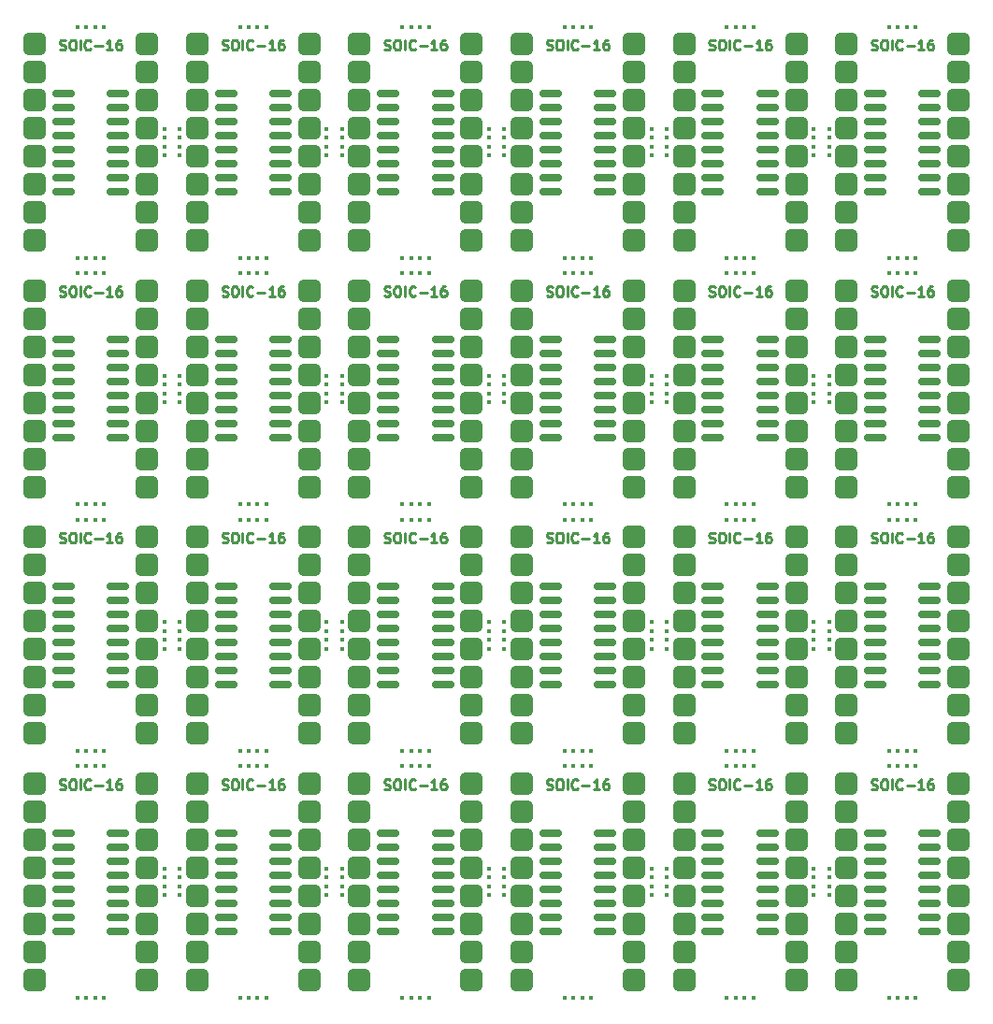
<source format=gbr>
%TF.GenerationSoftware,KiCad,Pcbnew,7.0.10-7.0.10~ubuntu22.04.1*%
%TF.CreationDate,2024-02-06T07:03:25+01:00*%
%TF.ProjectId,ManhattanPanels-SOIC16,4d616e68-6174-4746-916e-50616e656c73,rev?*%
%TF.SameCoordinates,Original*%
%TF.FileFunction,Soldermask,Top*%
%TF.FilePolarity,Negative*%
%FSLAX46Y46*%
G04 Gerber Fmt 4.6, Leading zero omitted, Abs format (unit mm)*
G04 Created by KiCad (PCBNEW 7.0.10-7.0.10~ubuntu22.04.1) date 2024-02-06 07:03:25*
%MOMM*%
%LPD*%
G01*
G04 APERTURE LIST*
G04 Aperture macros list*
%AMRoundRect*
0 Rectangle with rounded corners*
0 $1 Rounding radius*
0 $2 $3 $4 $5 $6 $7 $8 $9 X,Y pos of 4 corners*
0 Add a 4 corners polygon primitive as box body*
4,1,4,$2,$3,$4,$5,$6,$7,$8,$9,$2,$3,0*
0 Add four circle primitives for the rounded corners*
1,1,$1+$1,$2,$3*
1,1,$1+$1,$4,$5*
1,1,$1+$1,$6,$7*
1,1,$1+$1,$8,$9*
0 Add four rect primitives between the rounded corners*
20,1,$1+$1,$2,$3,$4,$5,0*
20,1,$1+$1,$4,$5,$6,$7,0*
20,1,$1+$1,$6,$7,$8,$9,0*
20,1,$1+$1,$8,$9,$2,$3,0*%
G04 Aperture macros list end*
%ADD10C,0.225000*%
%ADD11C,0.400000*%
%ADD12RoundRect,0.400000X-0.600000X-0.600000X0.600000X-0.600000X0.600000X0.600000X-0.600000X0.600000X0*%
%ADD13RoundRect,0.150000X-0.825000X-0.150000X0.825000X-0.150000X0.825000X0.150000X-0.825000X0.150000X0*%
G04 APERTURE END LIST*
D10*
X182442857Y-94700300D02*
X182571429Y-94743157D01*
X182571429Y-94743157D02*
X182785714Y-94743157D01*
X182785714Y-94743157D02*
X182871429Y-94700300D01*
X182871429Y-94700300D02*
X182914286Y-94657442D01*
X182914286Y-94657442D02*
X182957143Y-94571728D01*
X182957143Y-94571728D02*
X182957143Y-94486014D01*
X182957143Y-94486014D02*
X182914286Y-94400300D01*
X182914286Y-94400300D02*
X182871429Y-94357442D01*
X182871429Y-94357442D02*
X182785714Y-94314585D01*
X182785714Y-94314585D02*
X182614286Y-94271728D01*
X182614286Y-94271728D02*
X182528571Y-94228871D01*
X182528571Y-94228871D02*
X182485714Y-94186014D01*
X182485714Y-94186014D02*
X182442857Y-94100300D01*
X182442857Y-94100300D02*
X182442857Y-94014585D01*
X182442857Y-94014585D02*
X182485714Y-93928871D01*
X182485714Y-93928871D02*
X182528571Y-93886014D01*
X182528571Y-93886014D02*
X182614286Y-93843157D01*
X182614286Y-93843157D02*
X182828571Y-93843157D01*
X182828571Y-93843157D02*
X182957143Y-93886014D01*
X183514286Y-93843157D02*
X183685714Y-93843157D01*
X183685714Y-93843157D02*
X183771429Y-93886014D01*
X183771429Y-93886014D02*
X183857143Y-93971728D01*
X183857143Y-93971728D02*
X183900000Y-94143157D01*
X183900000Y-94143157D02*
X183900000Y-94443157D01*
X183900000Y-94443157D02*
X183857143Y-94614585D01*
X183857143Y-94614585D02*
X183771429Y-94700300D01*
X183771429Y-94700300D02*
X183685714Y-94743157D01*
X183685714Y-94743157D02*
X183514286Y-94743157D01*
X183514286Y-94743157D02*
X183428572Y-94700300D01*
X183428572Y-94700300D02*
X183342857Y-94614585D01*
X183342857Y-94614585D02*
X183300000Y-94443157D01*
X183300000Y-94443157D02*
X183300000Y-94143157D01*
X183300000Y-94143157D02*
X183342857Y-93971728D01*
X183342857Y-93971728D02*
X183428572Y-93886014D01*
X183428572Y-93886014D02*
X183514286Y-93843157D01*
X184285714Y-94743157D02*
X184285714Y-93843157D01*
X185228571Y-94657442D02*
X185185714Y-94700300D01*
X185185714Y-94700300D02*
X185057142Y-94743157D01*
X185057142Y-94743157D02*
X184971428Y-94743157D01*
X184971428Y-94743157D02*
X184842857Y-94700300D01*
X184842857Y-94700300D02*
X184757142Y-94614585D01*
X184757142Y-94614585D02*
X184714285Y-94528871D01*
X184714285Y-94528871D02*
X184671428Y-94357442D01*
X184671428Y-94357442D02*
X184671428Y-94228871D01*
X184671428Y-94228871D02*
X184714285Y-94057442D01*
X184714285Y-94057442D02*
X184757142Y-93971728D01*
X184757142Y-93971728D02*
X184842857Y-93886014D01*
X184842857Y-93886014D02*
X184971428Y-93843157D01*
X184971428Y-93843157D02*
X185057142Y-93843157D01*
X185057142Y-93843157D02*
X185185714Y-93886014D01*
X185185714Y-93886014D02*
X185228571Y-93928871D01*
X185614285Y-94400300D02*
X186300000Y-94400300D01*
X187200000Y-94743157D02*
X186685714Y-94743157D01*
X186942857Y-94743157D02*
X186942857Y-93843157D01*
X186942857Y-93843157D02*
X186857143Y-93971728D01*
X186857143Y-93971728D02*
X186771428Y-94057442D01*
X186771428Y-94057442D02*
X186685714Y-94100300D01*
X187971429Y-93843157D02*
X187800000Y-93843157D01*
X187800000Y-93843157D02*
X187714286Y-93886014D01*
X187714286Y-93886014D02*
X187671429Y-93928871D01*
X187671429Y-93928871D02*
X187585714Y-94057442D01*
X187585714Y-94057442D02*
X187542857Y-94228871D01*
X187542857Y-94228871D02*
X187542857Y-94571728D01*
X187542857Y-94571728D02*
X187585714Y-94657442D01*
X187585714Y-94657442D02*
X187628571Y-94700300D01*
X187628571Y-94700300D02*
X187714286Y-94743157D01*
X187714286Y-94743157D02*
X187885714Y-94743157D01*
X187885714Y-94743157D02*
X187971429Y-94700300D01*
X187971429Y-94700300D02*
X188014286Y-94657442D01*
X188014286Y-94657442D02*
X188057143Y-94571728D01*
X188057143Y-94571728D02*
X188057143Y-94357442D01*
X188057143Y-94357442D02*
X188014286Y-94271728D01*
X188014286Y-94271728D02*
X187971429Y-94228871D01*
X187971429Y-94228871D02*
X187885714Y-94186014D01*
X187885714Y-94186014D02*
X187714286Y-94186014D01*
X187714286Y-94186014D02*
X187628571Y-94228871D01*
X187628571Y-94228871D02*
X187585714Y-94271728D01*
X187585714Y-94271728D02*
X187542857Y-94357442D01*
X138342857Y-27740300D02*
X138471429Y-27783157D01*
X138471429Y-27783157D02*
X138685714Y-27783157D01*
X138685714Y-27783157D02*
X138771429Y-27740300D01*
X138771429Y-27740300D02*
X138814286Y-27697442D01*
X138814286Y-27697442D02*
X138857143Y-27611728D01*
X138857143Y-27611728D02*
X138857143Y-27526014D01*
X138857143Y-27526014D02*
X138814286Y-27440300D01*
X138814286Y-27440300D02*
X138771429Y-27397442D01*
X138771429Y-27397442D02*
X138685714Y-27354585D01*
X138685714Y-27354585D02*
X138514286Y-27311728D01*
X138514286Y-27311728D02*
X138428571Y-27268871D01*
X138428571Y-27268871D02*
X138385714Y-27226014D01*
X138385714Y-27226014D02*
X138342857Y-27140300D01*
X138342857Y-27140300D02*
X138342857Y-27054585D01*
X138342857Y-27054585D02*
X138385714Y-26968871D01*
X138385714Y-26968871D02*
X138428571Y-26926014D01*
X138428571Y-26926014D02*
X138514286Y-26883157D01*
X138514286Y-26883157D02*
X138728571Y-26883157D01*
X138728571Y-26883157D02*
X138857143Y-26926014D01*
X139414286Y-26883157D02*
X139585714Y-26883157D01*
X139585714Y-26883157D02*
X139671429Y-26926014D01*
X139671429Y-26926014D02*
X139757143Y-27011728D01*
X139757143Y-27011728D02*
X139800000Y-27183157D01*
X139800000Y-27183157D02*
X139800000Y-27483157D01*
X139800000Y-27483157D02*
X139757143Y-27654585D01*
X139757143Y-27654585D02*
X139671429Y-27740300D01*
X139671429Y-27740300D02*
X139585714Y-27783157D01*
X139585714Y-27783157D02*
X139414286Y-27783157D01*
X139414286Y-27783157D02*
X139328572Y-27740300D01*
X139328572Y-27740300D02*
X139242857Y-27654585D01*
X139242857Y-27654585D02*
X139200000Y-27483157D01*
X139200000Y-27483157D02*
X139200000Y-27183157D01*
X139200000Y-27183157D02*
X139242857Y-27011728D01*
X139242857Y-27011728D02*
X139328572Y-26926014D01*
X139328572Y-26926014D02*
X139414286Y-26883157D01*
X140185714Y-27783157D02*
X140185714Y-26883157D01*
X141128571Y-27697442D02*
X141085714Y-27740300D01*
X141085714Y-27740300D02*
X140957142Y-27783157D01*
X140957142Y-27783157D02*
X140871428Y-27783157D01*
X140871428Y-27783157D02*
X140742857Y-27740300D01*
X140742857Y-27740300D02*
X140657142Y-27654585D01*
X140657142Y-27654585D02*
X140614285Y-27568871D01*
X140614285Y-27568871D02*
X140571428Y-27397442D01*
X140571428Y-27397442D02*
X140571428Y-27268871D01*
X140571428Y-27268871D02*
X140614285Y-27097442D01*
X140614285Y-27097442D02*
X140657142Y-27011728D01*
X140657142Y-27011728D02*
X140742857Y-26926014D01*
X140742857Y-26926014D02*
X140871428Y-26883157D01*
X140871428Y-26883157D02*
X140957142Y-26883157D01*
X140957142Y-26883157D02*
X141085714Y-26926014D01*
X141085714Y-26926014D02*
X141128571Y-26968871D01*
X141514285Y-27440300D02*
X142200000Y-27440300D01*
X143100000Y-27783157D02*
X142585714Y-27783157D01*
X142842857Y-27783157D02*
X142842857Y-26883157D01*
X142842857Y-26883157D02*
X142757143Y-27011728D01*
X142757143Y-27011728D02*
X142671428Y-27097442D01*
X142671428Y-27097442D02*
X142585714Y-27140300D01*
X143871429Y-26883157D02*
X143700000Y-26883157D01*
X143700000Y-26883157D02*
X143614286Y-26926014D01*
X143614286Y-26926014D02*
X143571429Y-26968871D01*
X143571429Y-26968871D02*
X143485714Y-27097442D01*
X143485714Y-27097442D02*
X143442857Y-27268871D01*
X143442857Y-27268871D02*
X143442857Y-27611728D01*
X143442857Y-27611728D02*
X143485714Y-27697442D01*
X143485714Y-27697442D02*
X143528571Y-27740300D01*
X143528571Y-27740300D02*
X143614286Y-27783157D01*
X143614286Y-27783157D02*
X143785714Y-27783157D01*
X143785714Y-27783157D02*
X143871429Y-27740300D01*
X143871429Y-27740300D02*
X143914286Y-27697442D01*
X143914286Y-27697442D02*
X143957143Y-27611728D01*
X143957143Y-27611728D02*
X143957143Y-27397442D01*
X143957143Y-27397442D02*
X143914286Y-27311728D01*
X143914286Y-27311728D02*
X143871429Y-27268871D01*
X143871429Y-27268871D02*
X143785714Y-27226014D01*
X143785714Y-27226014D02*
X143614286Y-27226014D01*
X143614286Y-27226014D02*
X143528571Y-27268871D01*
X143528571Y-27268871D02*
X143485714Y-27311728D01*
X143485714Y-27311728D02*
X143442857Y-27397442D01*
X108942857Y-72380300D02*
X109071429Y-72423157D01*
X109071429Y-72423157D02*
X109285714Y-72423157D01*
X109285714Y-72423157D02*
X109371429Y-72380300D01*
X109371429Y-72380300D02*
X109414286Y-72337442D01*
X109414286Y-72337442D02*
X109457143Y-72251728D01*
X109457143Y-72251728D02*
X109457143Y-72166014D01*
X109457143Y-72166014D02*
X109414286Y-72080300D01*
X109414286Y-72080300D02*
X109371429Y-72037442D01*
X109371429Y-72037442D02*
X109285714Y-71994585D01*
X109285714Y-71994585D02*
X109114286Y-71951728D01*
X109114286Y-71951728D02*
X109028571Y-71908871D01*
X109028571Y-71908871D02*
X108985714Y-71866014D01*
X108985714Y-71866014D02*
X108942857Y-71780300D01*
X108942857Y-71780300D02*
X108942857Y-71694585D01*
X108942857Y-71694585D02*
X108985714Y-71608871D01*
X108985714Y-71608871D02*
X109028571Y-71566014D01*
X109028571Y-71566014D02*
X109114286Y-71523157D01*
X109114286Y-71523157D02*
X109328571Y-71523157D01*
X109328571Y-71523157D02*
X109457143Y-71566014D01*
X110014286Y-71523157D02*
X110185714Y-71523157D01*
X110185714Y-71523157D02*
X110271429Y-71566014D01*
X110271429Y-71566014D02*
X110357143Y-71651728D01*
X110357143Y-71651728D02*
X110400000Y-71823157D01*
X110400000Y-71823157D02*
X110400000Y-72123157D01*
X110400000Y-72123157D02*
X110357143Y-72294585D01*
X110357143Y-72294585D02*
X110271429Y-72380300D01*
X110271429Y-72380300D02*
X110185714Y-72423157D01*
X110185714Y-72423157D02*
X110014286Y-72423157D01*
X110014286Y-72423157D02*
X109928572Y-72380300D01*
X109928572Y-72380300D02*
X109842857Y-72294585D01*
X109842857Y-72294585D02*
X109800000Y-72123157D01*
X109800000Y-72123157D02*
X109800000Y-71823157D01*
X109800000Y-71823157D02*
X109842857Y-71651728D01*
X109842857Y-71651728D02*
X109928572Y-71566014D01*
X109928572Y-71566014D02*
X110014286Y-71523157D01*
X110785714Y-72423157D02*
X110785714Y-71523157D01*
X111728571Y-72337442D02*
X111685714Y-72380300D01*
X111685714Y-72380300D02*
X111557142Y-72423157D01*
X111557142Y-72423157D02*
X111471428Y-72423157D01*
X111471428Y-72423157D02*
X111342857Y-72380300D01*
X111342857Y-72380300D02*
X111257142Y-72294585D01*
X111257142Y-72294585D02*
X111214285Y-72208871D01*
X111214285Y-72208871D02*
X111171428Y-72037442D01*
X111171428Y-72037442D02*
X111171428Y-71908871D01*
X111171428Y-71908871D02*
X111214285Y-71737442D01*
X111214285Y-71737442D02*
X111257142Y-71651728D01*
X111257142Y-71651728D02*
X111342857Y-71566014D01*
X111342857Y-71566014D02*
X111471428Y-71523157D01*
X111471428Y-71523157D02*
X111557142Y-71523157D01*
X111557142Y-71523157D02*
X111685714Y-71566014D01*
X111685714Y-71566014D02*
X111728571Y-71608871D01*
X112114285Y-72080300D02*
X112800000Y-72080300D01*
X113700000Y-72423157D02*
X113185714Y-72423157D01*
X113442857Y-72423157D02*
X113442857Y-71523157D01*
X113442857Y-71523157D02*
X113357143Y-71651728D01*
X113357143Y-71651728D02*
X113271428Y-71737442D01*
X113271428Y-71737442D02*
X113185714Y-71780300D01*
X114471429Y-71523157D02*
X114300000Y-71523157D01*
X114300000Y-71523157D02*
X114214286Y-71566014D01*
X114214286Y-71566014D02*
X114171429Y-71608871D01*
X114171429Y-71608871D02*
X114085714Y-71737442D01*
X114085714Y-71737442D02*
X114042857Y-71908871D01*
X114042857Y-71908871D02*
X114042857Y-72251728D01*
X114042857Y-72251728D02*
X114085714Y-72337442D01*
X114085714Y-72337442D02*
X114128571Y-72380300D01*
X114128571Y-72380300D02*
X114214286Y-72423157D01*
X114214286Y-72423157D02*
X114385714Y-72423157D01*
X114385714Y-72423157D02*
X114471429Y-72380300D01*
X114471429Y-72380300D02*
X114514286Y-72337442D01*
X114514286Y-72337442D02*
X114557143Y-72251728D01*
X114557143Y-72251728D02*
X114557143Y-72037442D01*
X114557143Y-72037442D02*
X114514286Y-71951728D01*
X114514286Y-71951728D02*
X114471429Y-71908871D01*
X114471429Y-71908871D02*
X114385714Y-71866014D01*
X114385714Y-71866014D02*
X114214286Y-71866014D01*
X114214286Y-71866014D02*
X114128571Y-71908871D01*
X114128571Y-71908871D02*
X114085714Y-71951728D01*
X114085714Y-71951728D02*
X114042857Y-72037442D01*
X138342857Y-72380300D02*
X138471429Y-72423157D01*
X138471429Y-72423157D02*
X138685714Y-72423157D01*
X138685714Y-72423157D02*
X138771429Y-72380300D01*
X138771429Y-72380300D02*
X138814286Y-72337442D01*
X138814286Y-72337442D02*
X138857143Y-72251728D01*
X138857143Y-72251728D02*
X138857143Y-72166014D01*
X138857143Y-72166014D02*
X138814286Y-72080300D01*
X138814286Y-72080300D02*
X138771429Y-72037442D01*
X138771429Y-72037442D02*
X138685714Y-71994585D01*
X138685714Y-71994585D02*
X138514286Y-71951728D01*
X138514286Y-71951728D02*
X138428571Y-71908871D01*
X138428571Y-71908871D02*
X138385714Y-71866014D01*
X138385714Y-71866014D02*
X138342857Y-71780300D01*
X138342857Y-71780300D02*
X138342857Y-71694585D01*
X138342857Y-71694585D02*
X138385714Y-71608871D01*
X138385714Y-71608871D02*
X138428571Y-71566014D01*
X138428571Y-71566014D02*
X138514286Y-71523157D01*
X138514286Y-71523157D02*
X138728571Y-71523157D01*
X138728571Y-71523157D02*
X138857143Y-71566014D01*
X139414286Y-71523157D02*
X139585714Y-71523157D01*
X139585714Y-71523157D02*
X139671429Y-71566014D01*
X139671429Y-71566014D02*
X139757143Y-71651728D01*
X139757143Y-71651728D02*
X139800000Y-71823157D01*
X139800000Y-71823157D02*
X139800000Y-72123157D01*
X139800000Y-72123157D02*
X139757143Y-72294585D01*
X139757143Y-72294585D02*
X139671429Y-72380300D01*
X139671429Y-72380300D02*
X139585714Y-72423157D01*
X139585714Y-72423157D02*
X139414286Y-72423157D01*
X139414286Y-72423157D02*
X139328572Y-72380300D01*
X139328572Y-72380300D02*
X139242857Y-72294585D01*
X139242857Y-72294585D02*
X139200000Y-72123157D01*
X139200000Y-72123157D02*
X139200000Y-71823157D01*
X139200000Y-71823157D02*
X139242857Y-71651728D01*
X139242857Y-71651728D02*
X139328572Y-71566014D01*
X139328572Y-71566014D02*
X139414286Y-71523157D01*
X140185714Y-72423157D02*
X140185714Y-71523157D01*
X141128571Y-72337442D02*
X141085714Y-72380300D01*
X141085714Y-72380300D02*
X140957142Y-72423157D01*
X140957142Y-72423157D02*
X140871428Y-72423157D01*
X140871428Y-72423157D02*
X140742857Y-72380300D01*
X140742857Y-72380300D02*
X140657142Y-72294585D01*
X140657142Y-72294585D02*
X140614285Y-72208871D01*
X140614285Y-72208871D02*
X140571428Y-72037442D01*
X140571428Y-72037442D02*
X140571428Y-71908871D01*
X140571428Y-71908871D02*
X140614285Y-71737442D01*
X140614285Y-71737442D02*
X140657142Y-71651728D01*
X140657142Y-71651728D02*
X140742857Y-71566014D01*
X140742857Y-71566014D02*
X140871428Y-71523157D01*
X140871428Y-71523157D02*
X140957142Y-71523157D01*
X140957142Y-71523157D02*
X141085714Y-71566014D01*
X141085714Y-71566014D02*
X141128571Y-71608871D01*
X141514285Y-72080300D02*
X142200000Y-72080300D01*
X143100000Y-72423157D02*
X142585714Y-72423157D01*
X142842857Y-72423157D02*
X142842857Y-71523157D01*
X142842857Y-71523157D02*
X142757143Y-71651728D01*
X142757143Y-71651728D02*
X142671428Y-71737442D01*
X142671428Y-71737442D02*
X142585714Y-71780300D01*
X143871429Y-71523157D02*
X143700000Y-71523157D01*
X143700000Y-71523157D02*
X143614286Y-71566014D01*
X143614286Y-71566014D02*
X143571429Y-71608871D01*
X143571429Y-71608871D02*
X143485714Y-71737442D01*
X143485714Y-71737442D02*
X143442857Y-71908871D01*
X143442857Y-71908871D02*
X143442857Y-72251728D01*
X143442857Y-72251728D02*
X143485714Y-72337442D01*
X143485714Y-72337442D02*
X143528571Y-72380300D01*
X143528571Y-72380300D02*
X143614286Y-72423157D01*
X143614286Y-72423157D02*
X143785714Y-72423157D01*
X143785714Y-72423157D02*
X143871429Y-72380300D01*
X143871429Y-72380300D02*
X143914286Y-72337442D01*
X143914286Y-72337442D02*
X143957143Y-72251728D01*
X143957143Y-72251728D02*
X143957143Y-72037442D01*
X143957143Y-72037442D02*
X143914286Y-71951728D01*
X143914286Y-71951728D02*
X143871429Y-71908871D01*
X143871429Y-71908871D02*
X143785714Y-71866014D01*
X143785714Y-71866014D02*
X143614286Y-71866014D01*
X143614286Y-71866014D02*
X143528571Y-71908871D01*
X143528571Y-71908871D02*
X143485714Y-71951728D01*
X143485714Y-71951728D02*
X143442857Y-72037442D01*
X108942857Y-27740300D02*
X109071429Y-27783157D01*
X109071429Y-27783157D02*
X109285714Y-27783157D01*
X109285714Y-27783157D02*
X109371429Y-27740300D01*
X109371429Y-27740300D02*
X109414286Y-27697442D01*
X109414286Y-27697442D02*
X109457143Y-27611728D01*
X109457143Y-27611728D02*
X109457143Y-27526014D01*
X109457143Y-27526014D02*
X109414286Y-27440300D01*
X109414286Y-27440300D02*
X109371429Y-27397442D01*
X109371429Y-27397442D02*
X109285714Y-27354585D01*
X109285714Y-27354585D02*
X109114286Y-27311728D01*
X109114286Y-27311728D02*
X109028571Y-27268871D01*
X109028571Y-27268871D02*
X108985714Y-27226014D01*
X108985714Y-27226014D02*
X108942857Y-27140300D01*
X108942857Y-27140300D02*
X108942857Y-27054585D01*
X108942857Y-27054585D02*
X108985714Y-26968871D01*
X108985714Y-26968871D02*
X109028571Y-26926014D01*
X109028571Y-26926014D02*
X109114286Y-26883157D01*
X109114286Y-26883157D02*
X109328571Y-26883157D01*
X109328571Y-26883157D02*
X109457143Y-26926014D01*
X110014286Y-26883157D02*
X110185714Y-26883157D01*
X110185714Y-26883157D02*
X110271429Y-26926014D01*
X110271429Y-26926014D02*
X110357143Y-27011728D01*
X110357143Y-27011728D02*
X110400000Y-27183157D01*
X110400000Y-27183157D02*
X110400000Y-27483157D01*
X110400000Y-27483157D02*
X110357143Y-27654585D01*
X110357143Y-27654585D02*
X110271429Y-27740300D01*
X110271429Y-27740300D02*
X110185714Y-27783157D01*
X110185714Y-27783157D02*
X110014286Y-27783157D01*
X110014286Y-27783157D02*
X109928572Y-27740300D01*
X109928572Y-27740300D02*
X109842857Y-27654585D01*
X109842857Y-27654585D02*
X109800000Y-27483157D01*
X109800000Y-27483157D02*
X109800000Y-27183157D01*
X109800000Y-27183157D02*
X109842857Y-27011728D01*
X109842857Y-27011728D02*
X109928572Y-26926014D01*
X109928572Y-26926014D02*
X110014286Y-26883157D01*
X110785714Y-27783157D02*
X110785714Y-26883157D01*
X111728571Y-27697442D02*
X111685714Y-27740300D01*
X111685714Y-27740300D02*
X111557142Y-27783157D01*
X111557142Y-27783157D02*
X111471428Y-27783157D01*
X111471428Y-27783157D02*
X111342857Y-27740300D01*
X111342857Y-27740300D02*
X111257142Y-27654585D01*
X111257142Y-27654585D02*
X111214285Y-27568871D01*
X111214285Y-27568871D02*
X111171428Y-27397442D01*
X111171428Y-27397442D02*
X111171428Y-27268871D01*
X111171428Y-27268871D02*
X111214285Y-27097442D01*
X111214285Y-27097442D02*
X111257142Y-27011728D01*
X111257142Y-27011728D02*
X111342857Y-26926014D01*
X111342857Y-26926014D02*
X111471428Y-26883157D01*
X111471428Y-26883157D02*
X111557142Y-26883157D01*
X111557142Y-26883157D02*
X111685714Y-26926014D01*
X111685714Y-26926014D02*
X111728571Y-26968871D01*
X112114285Y-27440300D02*
X112800000Y-27440300D01*
X113700000Y-27783157D02*
X113185714Y-27783157D01*
X113442857Y-27783157D02*
X113442857Y-26883157D01*
X113442857Y-26883157D02*
X113357143Y-27011728D01*
X113357143Y-27011728D02*
X113271428Y-27097442D01*
X113271428Y-27097442D02*
X113185714Y-27140300D01*
X114471429Y-26883157D02*
X114300000Y-26883157D01*
X114300000Y-26883157D02*
X114214286Y-26926014D01*
X114214286Y-26926014D02*
X114171429Y-26968871D01*
X114171429Y-26968871D02*
X114085714Y-27097442D01*
X114085714Y-27097442D02*
X114042857Y-27268871D01*
X114042857Y-27268871D02*
X114042857Y-27611728D01*
X114042857Y-27611728D02*
X114085714Y-27697442D01*
X114085714Y-27697442D02*
X114128571Y-27740300D01*
X114128571Y-27740300D02*
X114214286Y-27783157D01*
X114214286Y-27783157D02*
X114385714Y-27783157D01*
X114385714Y-27783157D02*
X114471429Y-27740300D01*
X114471429Y-27740300D02*
X114514286Y-27697442D01*
X114514286Y-27697442D02*
X114557143Y-27611728D01*
X114557143Y-27611728D02*
X114557143Y-27397442D01*
X114557143Y-27397442D02*
X114514286Y-27311728D01*
X114514286Y-27311728D02*
X114471429Y-27268871D01*
X114471429Y-27268871D02*
X114385714Y-27226014D01*
X114385714Y-27226014D02*
X114214286Y-27226014D01*
X114214286Y-27226014D02*
X114128571Y-27268871D01*
X114128571Y-27268871D02*
X114085714Y-27311728D01*
X114085714Y-27311728D02*
X114042857Y-27397442D01*
X167742857Y-27740300D02*
X167871429Y-27783157D01*
X167871429Y-27783157D02*
X168085714Y-27783157D01*
X168085714Y-27783157D02*
X168171429Y-27740300D01*
X168171429Y-27740300D02*
X168214286Y-27697442D01*
X168214286Y-27697442D02*
X168257143Y-27611728D01*
X168257143Y-27611728D02*
X168257143Y-27526014D01*
X168257143Y-27526014D02*
X168214286Y-27440300D01*
X168214286Y-27440300D02*
X168171429Y-27397442D01*
X168171429Y-27397442D02*
X168085714Y-27354585D01*
X168085714Y-27354585D02*
X167914286Y-27311728D01*
X167914286Y-27311728D02*
X167828571Y-27268871D01*
X167828571Y-27268871D02*
X167785714Y-27226014D01*
X167785714Y-27226014D02*
X167742857Y-27140300D01*
X167742857Y-27140300D02*
X167742857Y-27054585D01*
X167742857Y-27054585D02*
X167785714Y-26968871D01*
X167785714Y-26968871D02*
X167828571Y-26926014D01*
X167828571Y-26926014D02*
X167914286Y-26883157D01*
X167914286Y-26883157D02*
X168128571Y-26883157D01*
X168128571Y-26883157D02*
X168257143Y-26926014D01*
X168814286Y-26883157D02*
X168985714Y-26883157D01*
X168985714Y-26883157D02*
X169071429Y-26926014D01*
X169071429Y-26926014D02*
X169157143Y-27011728D01*
X169157143Y-27011728D02*
X169200000Y-27183157D01*
X169200000Y-27183157D02*
X169200000Y-27483157D01*
X169200000Y-27483157D02*
X169157143Y-27654585D01*
X169157143Y-27654585D02*
X169071429Y-27740300D01*
X169071429Y-27740300D02*
X168985714Y-27783157D01*
X168985714Y-27783157D02*
X168814286Y-27783157D01*
X168814286Y-27783157D02*
X168728572Y-27740300D01*
X168728572Y-27740300D02*
X168642857Y-27654585D01*
X168642857Y-27654585D02*
X168600000Y-27483157D01*
X168600000Y-27483157D02*
X168600000Y-27183157D01*
X168600000Y-27183157D02*
X168642857Y-27011728D01*
X168642857Y-27011728D02*
X168728572Y-26926014D01*
X168728572Y-26926014D02*
X168814286Y-26883157D01*
X169585714Y-27783157D02*
X169585714Y-26883157D01*
X170528571Y-27697442D02*
X170485714Y-27740300D01*
X170485714Y-27740300D02*
X170357142Y-27783157D01*
X170357142Y-27783157D02*
X170271428Y-27783157D01*
X170271428Y-27783157D02*
X170142857Y-27740300D01*
X170142857Y-27740300D02*
X170057142Y-27654585D01*
X170057142Y-27654585D02*
X170014285Y-27568871D01*
X170014285Y-27568871D02*
X169971428Y-27397442D01*
X169971428Y-27397442D02*
X169971428Y-27268871D01*
X169971428Y-27268871D02*
X170014285Y-27097442D01*
X170014285Y-27097442D02*
X170057142Y-27011728D01*
X170057142Y-27011728D02*
X170142857Y-26926014D01*
X170142857Y-26926014D02*
X170271428Y-26883157D01*
X170271428Y-26883157D02*
X170357142Y-26883157D01*
X170357142Y-26883157D02*
X170485714Y-26926014D01*
X170485714Y-26926014D02*
X170528571Y-26968871D01*
X170914285Y-27440300D02*
X171600000Y-27440300D01*
X172500000Y-27783157D02*
X171985714Y-27783157D01*
X172242857Y-27783157D02*
X172242857Y-26883157D01*
X172242857Y-26883157D02*
X172157143Y-27011728D01*
X172157143Y-27011728D02*
X172071428Y-27097442D01*
X172071428Y-27097442D02*
X171985714Y-27140300D01*
X173271429Y-26883157D02*
X173100000Y-26883157D01*
X173100000Y-26883157D02*
X173014286Y-26926014D01*
X173014286Y-26926014D02*
X172971429Y-26968871D01*
X172971429Y-26968871D02*
X172885714Y-27097442D01*
X172885714Y-27097442D02*
X172842857Y-27268871D01*
X172842857Y-27268871D02*
X172842857Y-27611728D01*
X172842857Y-27611728D02*
X172885714Y-27697442D01*
X172885714Y-27697442D02*
X172928571Y-27740300D01*
X172928571Y-27740300D02*
X173014286Y-27783157D01*
X173014286Y-27783157D02*
X173185714Y-27783157D01*
X173185714Y-27783157D02*
X173271429Y-27740300D01*
X173271429Y-27740300D02*
X173314286Y-27697442D01*
X173314286Y-27697442D02*
X173357143Y-27611728D01*
X173357143Y-27611728D02*
X173357143Y-27397442D01*
X173357143Y-27397442D02*
X173314286Y-27311728D01*
X173314286Y-27311728D02*
X173271429Y-27268871D01*
X173271429Y-27268871D02*
X173185714Y-27226014D01*
X173185714Y-27226014D02*
X173014286Y-27226014D01*
X173014286Y-27226014D02*
X172928571Y-27268871D01*
X172928571Y-27268871D02*
X172885714Y-27311728D01*
X172885714Y-27311728D02*
X172842857Y-27397442D01*
X182442857Y-72380300D02*
X182571429Y-72423157D01*
X182571429Y-72423157D02*
X182785714Y-72423157D01*
X182785714Y-72423157D02*
X182871429Y-72380300D01*
X182871429Y-72380300D02*
X182914286Y-72337442D01*
X182914286Y-72337442D02*
X182957143Y-72251728D01*
X182957143Y-72251728D02*
X182957143Y-72166014D01*
X182957143Y-72166014D02*
X182914286Y-72080300D01*
X182914286Y-72080300D02*
X182871429Y-72037442D01*
X182871429Y-72037442D02*
X182785714Y-71994585D01*
X182785714Y-71994585D02*
X182614286Y-71951728D01*
X182614286Y-71951728D02*
X182528571Y-71908871D01*
X182528571Y-71908871D02*
X182485714Y-71866014D01*
X182485714Y-71866014D02*
X182442857Y-71780300D01*
X182442857Y-71780300D02*
X182442857Y-71694585D01*
X182442857Y-71694585D02*
X182485714Y-71608871D01*
X182485714Y-71608871D02*
X182528571Y-71566014D01*
X182528571Y-71566014D02*
X182614286Y-71523157D01*
X182614286Y-71523157D02*
X182828571Y-71523157D01*
X182828571Y-71523157D02*
X182957143Y-71566014D01*
X183514286Y-71523157D02*
X183685714Y-71523157D01*
X183685714Y-71523157D02*
X183771429Y-71566014D01*
X183771429Y-71566014D02*
X183857143Y-71651728D01*
X183857143Y-71651728D02*
X183900000Y-71823157D01*
X183900000Y-71823157D02*
X183900000Y-72123157D01*
X183900000Y-72123157D02*
X183857143Y-72294585D01*
X183857143Y-72294585D02*
X183771429Y-72380300D01*
X183771429Y-72380300D02*
X183685714Y-72423157D01*
X183685714Y-72423157D02*
X183514286Y-72423157D01*
X183514286Y-72423157D02*
X183428572Y-72380300D01*
X183428572Y-72380300D02*
X183342857Y-72294585D01*
X183342857Y-72294585D02*
X183300000Y-72123157D01*
X183300000Y-72123157D02*
X183300000Y-71823157D01*
X183300000Y-71823157D02*
X183342857Y-71651728D01*
X183342857Y-71651728D02*
X183428572Y-71566014D01*
X183428572Y-71566014D02*
X183514286Y-71523157D01*
X184285714Y-72423157D02*
X184285714Y-71523157D01*
X185228571Y-72337442D02*
X185185714Y-72380300D01*
X185185714Y-72380300D02*
X185057142Y-72423157D01*
X185057142Y-72423157D02*
X184971428Y-72423157D01*
X184971428Y-72423157D02*
X184842857Y-72380300D01*
X184842857Y-72380300D02*
X184757142Y-72294585D01*
X184757142Y-72294585D02*
X184714285Y-72208871D01*
X184714285Y-72208871D02*
X184671428Y-72037442D01*
X184671428Y-72037442D02*
X184671428Y-71908871D01*
X184671428Y-71908871D02*
X184714285Y-71737442D01*
X184714285Y-71737442D02*
X184757142Y-71651728D01*
X184757142Y-71651728D02*
X184842857Y-71566014D01*
X184842857Y-71566014D02*
X184971428Y-71523157D01*
X184971428Y-71523157D02*
X185057142Y-71523157D01*
X185057142Y-71523157D02*
X185185714Y-71566014D01*
X185185714Y-71566014D02*
X185228571Y-71608871D01*
X185614285Y-72080300D02*
X186300000Y-72080300D01*
X187200000Y-72423157D02*
X186685714Y-72423157D01*
X186942857Y-72423157D02*
X186942857Y-71523157D01*
X186942857Y-71523157D02*
X186857143Y-71651728D01*
X186857143Y-71651728D02*
X186771428Y-71737442D01*
X186771428Y-71737442D02*
X186685714Y-71780300D01*
X187971429Y-71523157D02*
X187800000Y-71523157D01*
X187800000Y-71523157D02*
X187714286Y-71566014D01*
X187714286Y-71566014D02*
X187671429Y-71608871D01*
X187671429Y-71608871D02*
X187585714Y-71737442D01*
X187585714Y-71737442D02*
X187542857Y-71908871D01*
X187542857Y-71908871D02*
X187542857Y-72251728D01*
X187542857Y-72251728D02*
X187585714Y-72337442D01*
X187585714Y-72337442D02*
X187628571Y-72380300D01*
X187628571Y-72380300D02*
X187714286Y-72423157D01*
X187714286Y-72423157D02*
X187885714Y-72423157D01*
X187885714Y-72423157D02*
X187971429Y-72380300D01*
X187971429Y-72380300D02*
X188014286Y-72337442D01*
X188014286Y-72337442D02*
X188057143Y-72251728D01*
X188057143Y-72251728D02*
X188057143Y-72037442D01*
X188057143Y-72037442D02*
X188014286Y-71951728D01*
X188014286Y-71951728D02*
X187971429Y-71908871D01*
X187971429Y-71908871D02*
X187885714Y-71866014D01*
X187885714Y-71866014D02*
X187714286Y-71866014D01*
X187714286Y-71866014D02*
X187628571Y-71908871D01*
X187628571Y-71908871D02*
X187585714Y-71951728D01*
X187585714Y-71951728D02*
X187542857Y-72037442D01*
X182442857Y-50060300D02*
X182571429Y-50103157D01*
X182571429Y-50103157D02*
X182785714Y-50103157D01*
X182785714Y-50103157D02*
X182871429Y-50060300D01*
X182871429Y-50060300D02*
X182914286Y-50017442D01*
X182914286Y-50017442D02*
X182957143Y-49931728D01*
X182957143Y-49931728D02*
X182957143Y-49846014D01*
X182957143Y-49846014D02*
X182914286Y-49760300D01*
X182914286Y-49760300D02*
X182871429Y-49717442D01*
X182871429Y-49717442D02*
X182785714Y-49674585D01*
X182785714Y-49674585D02*
X182614286Y-49631728D01*
X182614286Y-49631728D02*
X182528571Y-49588871D01*
X182528571Y-49588871D02*
X182485714Y-49546014D01*
X182485714Y-49546014D02*
X182442857Y-49460300D01*
X182442857Y-49460300D02*
X182442857Y-49374585D01*
X182442857Y-49374585D02*
X182485714Y-49288871D01*
X182485714Y-49288871D02*
X182528571Y-49246014D01*
X182528571Y-49246014D02*
X182614286Y-49203157D01*
X182614286Y-49203157D02*
X182828571Y-49203157D01*
X182828571Y-49203157D02*
X182957143Y-49246014D01*
X183514286Y-49203157D02*
X183685714Y-49203157D01*
X183685714Y-49203157D02*
X183771429Y-49246014D01*
X183771429Y-49246014D02*
X183857143Y-49331728D01*
X183857143Y-49331728D02*
X183900000Y-49503157D01*
X183900000Y-49503157D02*
X183900000Y-49803157D01*
X183900000Y-49803157D02*
X183857143Y-49974585D01*
X183857143Y-49974585D02*
X183771429Y-50060300D01*
X183771429Y-50060300D02*
X183685714Y-50103157D01*
X183685714Y-50103157D02*
X183514286Y-50103157D01*
X183514286Y-50103157D02*
X183428572Y-50060300D01*
X183428572Y-50060300D02*
X183342857Y-49974585D01*
X183342857Y-49974585D02*
X183300000Y-49803157D01*
X183300000Y-49803157D02*
X183300000Y-49503157D01*
X183300000Y-49503157D02*
X183342857Y-49331728D01*
X183342857Y-49331728D02*
X183428572Y-49246014D01*
X183428572Y-49246014D02*
X183514286Y-49203157D01*
X184285714Y-50103157D02*
X184285714Y-49203157D01*
X185228571Y-50017442D02*
X185185714Y-50060300D01*
X185185714Y-50060300D02*
X185057142Y-50103157D01*
X185057142Y-50103157D02*
X184971428Y-50103157D01*
X184971428Y-50103157D02*
X184842857Y-50060300D01*
X184842857Y-50060300D02*
X184757142Y-49974585D01*
X184757142Y-49974585D02*
X184714285Y-49888871D01*
X184714285Y-49888871D02*
X184671428Y-49717442D01*
X184671428Y-49717442D02*
X184671428Y-49588871D01*
X184671428Y-49588871D02*
X184714285Y-49417442D01*
X184714285Y-49417442D02*
X184757142Y-49331728D01*
X184757142Y-49331728D02*
X184842857Y-49246014D01*
X184842857Y-49246014D02*
X184971428Y-49203157D01*
X184971428Y-49203157D02*
X185057142Y-49203157D01*
X185057142Y-49203157D02*
X185185714Y-49246014D01*
X185185714Y-49246014D02*
X185228571Y-49288871D01*
X185614285Y-49760300D02*
X186300000Y-49760300D01*
X187200000Y-50103157D02*
X186685714Y-50103157D01*
X186942857Y-50103157D02*
X186942857Y-49203157D01*
X186942857Y-49203157D02*
X186857143Y-49331728D01*
X186857143Y-49331728D02*
X186771428Y-49417442D01*
X186771428Y-49417442D02*
X186685714Y-49460300D01*
X187971429Y-49203157D02*
X187800000Y-49203157D01*
X187800000Y-49203157D02*
X187714286Y-49246014D01*
X187714286Y-49246014D02*
X187671429Y-49288871D01*
X187671429Y-49288871D02*
X187585714Y-49417442D01*
X187585714Y-49417442D02*
X187542857Y-49588871D01*
X187542857Y-49588871D02*
X187542857Y-49931728D01*
X187542857Y-49931728D02*
X187585714Y-50017442D01*
X187585714Y-50017442D02*
X187628571Y-50060300D01*
X187628571Y-50060300D02*
X187714286Y-50103157D01*
X187714286Y-50103157D02*
X187885714Y-50103157D01*
X187885714Y-50103157D02*
X187971429Y-50060300D01*
X187971429Y-50060300D02*
X188014286Y-50017442D01*
X188014286Y-50017442D02*
X188057143Y-49931728D01*
X188057143Y-49931728D02*
X188057143Y-49717442D01*
X188057143Y-49717442D02*
X188014286Y-49631728D01*
X188014286Y-49631728D02*
X187971429Y-49588871D01*
X187971429Y-49588871D02*
X187885714Y-49546014D01*
X187885714Y-49546014D02*
X187714286Y-49546014D01*
X187714286Y-49546014D02*
X187628571Y-49588871D01*
X187628571Y-49588871D02*
X187585714Y-49631728D01*
X187585714Y-49631728D02*
X187542857Y-49717442D01*
X138342857Y-50060300D02*
X138471429Y-50103157D01*
X138471429Y-50103157D02*
X138685714Y-50103157D01*
X138685714Y-50103157D02*
X138771429Y-50060300D01*
X138771429Y-50060300D02*
X138814286Y-50017442D01*
X138814286Y-50017442D02*
X138857143Y-49931728D01*
X138857143Y-49931728D02*
X138857143Y-49846014D01*
X138857143Y-49846014D02*
X138814286Y-49760300D01*
X138814286Y-49760300D02*
X138771429Y-49717442D01*
X138771429Y-49717442D02*
X138685714Y-49674585D01*
X138685714Y-49674585D02*
X138514286Y-49631728D01*
X138514286Y-49631728D02*
X138428571Y-49588871D01*
X138428571Y-49588871D02*
X138385714Y-49546014D01*
X138385714Y-49546014D02*
X138342857Y-49460300D01*
X138342857Y-49460300D02*
X138342857Y-49374585D01*
X138342857Y-49374585D02*
X138385714Y-49288871D01*
X138385714Y-49288871D02*
X138428571Y-49246014D01*
X138428571Y-49246014D02*
X138514286Y-49203157D01*
X138514286Y-49203157D02*
X138728571Y-49203157D01*
X138728571Y-49203157D02*
X138857143Y-49246014D01*
X139414286Y-49203157D02*
X139585714Y-49203157D01*
X139585714Y-49203157D02*
X139671429Y-49246014D01*
X139671429Y-49246014D02*
X139757143Y-49331728D01*
X139757143Y-49331728D02*
X139800000Y-49503157D01*
X139800000Y-49503157D02*
X139800000Y-49803157D01*
X139800000Y-49803157D02*
X139757143Y-49974585D01*
X139757143Y-49974585D02*
X139671429Y-50060300D01*
X139671429Y-50060300D02*
X139585714Y-50103157D01*
X139585714Y-50103157D02*
X139414286Y-50103157D01*
X139414286Y-50103157D02*
X139328572Y-50060300D01*
X139328572Y-50060300D02*
X139242857Y-49974585D01*
X139242857Y-49974585D02*
X139200000Y-49803157D01*
X139200000Y-49803157D02*
X139200000Y-49503157D01*
X139200000Y-49503157D02*
X139242857Y-49331728D01*
X139242857Y-49331728D02*
X139328572Y-49246014D01*
X139328572Y-49246014D02*
X139414286Y-49203157D01*
X140185714Y-50103157D02*
X140185714Y-49203157D01*
X141128571Y-50017442D02*
X141085714Y-50060300D01*
X141085714Y-50060300D02*
X140957142Y-50103157D01*
X140957142Y-50103157D02*
X140871428Y-50103157D01*
X140871428Y-50103157D02*
X140742857Y-50060300D01*
X140742857Y-50060300D02*
X140657142Y-49974585D01*
X140657142Y-49974585D02*
X140614285Y-49888871D01*
X140614285Y-49888871D02*
X140571428Y-49717442D01*
X140571428Y-49717442D02*
X140571428Y-49588871D01*
X140571428Y-49588871D02*
X140614285Y-49417442D01*
X140614285Y-49417442D02*
X140657142Y-49331728D01*
X140657142Y-49331728D02*
X140742857Y-49246014D01*
X140742857Y-49246014D02*
X140871428Y-49203157D01*
X140871428Y-49203157D02*
X140957142Y-49203157D01*
X140957142Y-49203157D02*
X141085714Y-49246014D01*
X141085714Y-49246014D02*
X141128571Y-49288871D01*
X141514285Y-49760300D02*
X142200000Y-49760300D01*
X143100000Y-50103157D02*
X142585714Y-50103157D01*
X142842857Y-50103157D02*
X142842857Y-49203157D01*
X142842857Y-49203157D02*
X142757143Y-49331728D01*
X142757143Y-49331728D02*
X142671428Y-49417442D01*
X142671428Y-49417442D02*
X142585714Y-49460300D01*
X143871429Y-49203157D02*
X143700000Y-49203157D01*
X143700000Y-49203157D02*
X143614286Y-49246014D01*
X143614286Y-49246014D02*
X143571429Y-49288871D01*
X143571429Y-49288871D02*
X143485714Y-49417442D01*
X143485714Y-49417442D02*
X143442857Y-49588871D01*
X143442857Y-49588871D02*
X143442857Y-49931728D01*
X143442857Y-49931728D02*
X143485714Y-50017442D01*
X143485714Y-50017442D02*
X143528571Y-50060300D01*
X143528571Y-50060300D02*
X143614286Y-50103157D01*
X143614286Y-50103157D02*
X143785714Y-50103157D01*
X143785714Y-50103157D02*
X143871429Y-50060300D01*
X143871429Y-50060300D02*
X143914286Y-50017442D01*
X143914286Y-50017442D02*
X143957143Y-49931728D01*
X143957143Y-49931728D02*
X143957143Y-49717442D01*
X143957143Y-49717442D02*
X143914286Y-49631728D01*
X143914286Y-49631728D02*
X143871429Y-49588871D01*
X143871429Y-49588871D02*
X143785714Y-49546014D01*
X143785714Y-49546014D02*
X143614286Y-49546014D01*
X143614286Y-49546014D02*
X143528571Y-49588871D01*
X143528571Y-49588871D02*
X143485714Y-49631728D01*
X143485714Y-49631728D02*
X143442857Y-49717442D01*
X153042857Y-72380300D02*
X153171429Y-72423157D01*
X153171429Y-72423157D02*
X153385714Y-72423157D01*
X153385714Y-72423157D02*
X153471429Y-72380300D01*
X153471429Y-72380300D02*
X153514286Y-72337442D01*
X153514286Y-72337442D02*
X153557143Y-72251728D01*
X153557143Y-72251728D02*
X153557143Y-72166014D01*
X153557143Y-72166014D02*
X153514286Y-72080300D01*
X153514286Y-72080300D02*
X153471429Y-72037442D01*
X153471429Y-72037442D02*
X153385714Y-71994585D01*
X153385714Y-71994585D02*
X153214286Y-71951728D01*
X153214286Y-71951728D02*
X153128571Y-71908871D01*
X153128571Y-71908871D02*
X153085714Y-71866014D01*
X153085714Y-71866014D02*
X153042857Y-71780300D01*
X153042857Y-71780300D02*
X153042857Y-71694585D01*
X153042857Y-71694585D02*
X153085714Y-71608871D01*
X153085714Y-71608871D02*
X153128571Y-71566014D01*
X153128571Y-71566014D02*
X153214286Y-71523157D01*
X153214286Y-71523157D02*
X153428571Y-71523157D01*
X153428571Y-71523157D02*
X153557143Y-71566014D01*
X154114286Y-71523157D02*
X154285714Y-71523157D01*
X154285714Y-71523157D02*
X154371429Y-71566014D01*
X154371429Y-71566014D02*
X154457143Y-71651728D01*
X154457143Y-71651728D02*
X154500000Y-71823157D01*
X154500000Y-71823157D02*
X154500000Y-72123157D01*
X154500000Y-72123157D02*
X154457143Y-72294585D01*
X154457143Y-72294585D02*
X154371429Y-72380300D01*
X154371429Y-72380300D02*
X154285714Y-72423157D01*
X154285714Y-72423157D02*
X154114286Y-72423157D01*
X154114286Y-72423157D02*
X154028572Y-72380300D01*
X154028572Y-72380300D02*
X153942857Y-72294585D01*
X153942857Y-72294585D02*
X153900000Y-72123157D01*
X153900000Y-72123157D02*
X153900000Y-71823157D01*
X153900000Y-71823157D02*
X153942857Y-71651728D01*
X153942857Y-71651728D02*
X154028572Y-71566014D01*
X154028572Y-71566014D02*
X154114286Y-71523157D01*
X154885714Y-72423157D02*
X154885714Y-71523157D01*
X155828571Y-72337442D02*
X155785714Y-72380300D01*
X155785714Y-72380300D02*
X155657142Y-72423157D01*
X155657142Y-72423157D02*
X155571428Y-72423157D01*
X155571428Y-72423157D02*
X155442857Y-72380300D01*
X155442857Y-72380300D02*
X155357142Y-72294585D01*
X155357142Y-72294585D02*
X155314285Y-72208871D01*
X155314285Y-72208871D02*
X155271428Y-72037442D01*
X155271428Y-72037442D02*
X155271428Y-71908871D01*
X155271428Y-71908871D02*
X155314285Y-71737442D01*
X155314285Y-71737442D02*
X155357142Y-71651728D01*
X155357142Y-71651728D02*
X155442857Y-71566014D01*
X155442857Y-71566014D02*
X155571428Y-71523157D01*
X155571428Y-71523157D02*
X155657142Y-71523157D01*
X155657142Y-71523157D02*
X155785714Y-71566014D01*
X155785714Y-71566014D02*
X155828571Y-71608871D01*
X156214285Y-72080300D02*
X156900000Y-72080300D01*
X157800000Y-72423157D02*
X157285714Y-72423157D01*
X157542857Y-72423157D02*
X157542857Y-71523157D01*
X157542857Y-71523157D02*
X157457143Y-71651728D01*
X157457143Y-71651728D02*
X157371428Y-71737442D01*
X157371428Y-71737442D02*
X157285714Y-71780300D01*
X158571429Y-71523157D02*
X158400000Y-71523157D01*
X158400000Y-71523157D02*
X158314286Y-71566014D01*
X158314286Y-71566014D02*
X158271429Y-71608871D01*
X158271429Y-71608871D02*
X158185714Y-71737442D01*
X158185714Y-71737442D02*
X158142857Y-71908871D01*
X158142857Y-71908871D02*
X158142857Y-72251728D01*
X158142857Y-72251728D02*
X158185714Y-72337442D01*
X158185714Y-72337442D02*
X158228571Y-72380300D01*
X158228571Y-72380300D02*
X158314286Y-72423157D01*
X158314286Y-72423157D02*
X158485714Y-72423157D01*
X158485714Y-72423157D02*
X158571429Y-72380300D01*
X158571429Y-72380300D02*
X158614286Y-72337442D01*
X158614286Y-72337442D02*
X158657143Y-72251728D01*
X158657143Y-72251728D02*
X158657143Y-72037442D01*
X158657143Y-72037442D02*
X158614286Y-71951728D01*
X158614286Y-71951728D02*
X158571429Y-71908871D01*
X158571429Y-71908871D02*
X158485714Y-71866014D01*
X158485714Y-71866014D02*
X158314286Y-71866014D01*
X158314286Y-71866014D02*
X158228571Y-71908871D01*
X158228571Y-71908871D02*
X158185714Y-71951728D01*
X158185714Y-71951728D02*
X158142857Y-72037442D01*
X123642857Y-94700300D02*
X123771429Y-94743157D01*
X123771429Y-94743157D02*
X123985714Y-94743157D01*
X123985714Y-94743157D02*
X124071429Y-94700300D01*
X124071429Y-94700300D02*
X124114286Y-94657442D01*
X124114286Y-94657442D02*
X124157143Y-94571728D01*
X124157143Y-94571728D02*
X124157143Y-94486014D01*
X124157143Y-94486014D02*
X124114286Y-94400300D01*
X124114286Y-94400300D02*
X124071429Y-94357442D01*
X124071429Y-94357442D02*
X123985714Y-94314585D01*
X123985714Y-94314585D02*
X123814286Y-94271728D01*
X123814286Y-94271728D02*
X123728571Y-94228871D01*
X123728571Y-94228871D02*
X123685714Y-94186014D01*
X123685714Y-94186014D02*
X123642857Y-94100300D01*
X123642857Y-94100300D02*
X123642857Y-94014585D01*
X123642857Y-94014585D02*
X123685714Y-93928871D01*
X123685714Y-93928871D02*
X123728571Y-93886014D01*
X123728571Y-93886014D02*
X123814286Y-93843157D01*
X123814286Y-93843157D02*
X124028571Y-93843157D01*
X124028571Y-93843157D02*
X124157143Y-93886014D01*
X124714286Y-93843157D02*
X124885714Y-93843157D01*
X124885714Y-93843157D02*
X124971429Y-93886014D01*
X124971429Y-93886014D02*
X125057143Y-93971728D01*
X125057143Y-93971728D02*
X125100000Y-94143157D01*
X125100000Y-94143157D02*
X125100000Y-94443157D01*
X125100000Y-94443157D02*
X125057143Y-94614585D01*
X125057143Y-94614585D02*
X124971429Y-94700300D01*
X124971429Y-94700300D02*
X124885714Y-94743157D01*
X124885714Y-94743157D02*
X124714286Y-94743157D01*
X124714286Y-94743157D02*
X124628572Y-94700300D01*
X124628572Y-94700300D02*
X124542857Y-94614585D01*
X124542857Y-94614585D02*
X124500000Y-94443157D01*
X124500000Y-94443157D02*
X124500000Y-94143157D01*
X124500000Y-94143157D02*
X124542857Y-93971728D01*
X124542857Y-93971728D02*
X124628572Y-93886014D01*
X124628572Y-93886014D02*
X124714286Y-93843157D01*
X125485714Y-94743157D02*
X125485714Y-93843157D01*
X126428571Y-94657442D02*
X126385714Y-94700300D01*
X126385714Y-94700300D02*
X126257142Y-94743157D01*
X126257142Y-94743157D02*
X126171428Y-94743157D01*
X126171428Y-94743157D02*
X126042857Y-94700300D01*
X126042857Y-94700300D02*
X125957142Y-94614585D01*
X125957142Y-94614585D02*
X125914285Y-94528871D01*
X125914285Y-94528871D02*
X125871428Y-94357442D01*
X125871428Y-94357442D02*
X125871428Y-94228871D01*
X125871428Y-94228871D02*
X125914285Y-94057442D01*
X125914285Y-94057442D02*
X125957142Y-93971728D01*
X125957142Y-93971728D02*
X126042857Y-93886014D01*
X126042857Y-93886014D02*
X126171428Y-93843157D01*
X126171428Y-93843157D02*
X126257142Y-93843157D01*
X126257142Y-93843157D02*
X126385714Y-93886014D01*
X126385714Y-93886014D02*
X126428571Y-93928871D01*
X126814285Y-94400300D02*
X127500000Y-94400300D01*
X128400000Y-94743157D02*
X127885714Y-94743157D01*
X128142857Y-94743157D02*
X128142857Y-93843157D01*
X128142857Y-93843157D02*
X128057143Y-93971728D01*
X128057143Y-93971728D02*
X127971428Y-94057442D01*
X127971428Y-94057442D02*
X127885714Y-94100300D01*
X129171429Y-93843157D02*
X129000000Y-93843157D01*
X129000000Y-93843157D02*
X128914286Y-93886014D01*
X128914286Y-93886014D02*
X128871429Y-93928871D01*
X128871429Y-93928871D02*
X128785714Y-94057442D01*
X128785714Y-94057442D02*
X128742857Y-94228871D01*
X128742857Y-94228871D02*
X128742857Y-94571728D01*
X128742857Y-94571728D02*
X128785714Y-94657442D01*
X128785714Y-94657442D02*
X128828571Y-94700300D01*
X128828571Y-94700300D02*
X128914286Y-94743157D01*
X128914286Y-94743157D02*
X129085714Y-94743157D01*
X129085714Y-94743157D02*
X129171429Y-94700300D01*
X129171429Y-94700300D02*
X129214286Y-94657442D01*
X129214286Y-94657442D02*
X129257143Y-94571728D01*
X129257143Y-94571728D02*
X129257143Y-94357442D01*
X129257143Y-94357442D02*
X129214286Y-94271728D01*
X129214286Y-94271728D02*
X129171429Y-94228871D01*
X129171429Y-94228871D02*
X129085714Y-94186014D01*
X129085714Y-94186014D02*
X128914286Y-94186014D01*
X128914286Y-94186014D02*
X128828571Y-94228871D01*
X128828571Y-94228871D02*
X128785714Y-94271728D01*
X128785714Y-94271728D02*
X128742857Y-94357442D01*
X167742857Y-50060300D02*
X167871429Y-50103157D01*
X167871429Y-50103157D02*
X168085714Y-50103157D01*
X168085714Y-50103157D02*
X168171429Y-50060300D01*
X168171429Y-50060300D02*
X168214286Y-50017442D01*
X168214286Y-50017442D02*
X168257143Y-49931728D01*
X168257143Y-49931728D02*
X168257143Y-49846014D01*
X168257143Y-49846014D02*
X168214286Y-49760300D01*
X168214286Y-49760300D02*
X168171429Y-49717442D01*
X168171429Y-49717442D02*
X168085714Y-49674585D01*
X168085714Y-49674585D02*
X167914286Y-49631728D01*
X167914286Y-49631728D02*
X167828571Y-49588871D01*
X167828571Y-49588871D02*
X167785714Y-49546014D01*
X167785714Y-49546014D02*
X167742857Y-49460300D01*
X167742857Y-49460300D02*
X167742857Y-49374585D01*
X167742857Y-49374585D02*
X167785714Y-49288871D01*
X167785714Y-49288871D02*
X167828571Y-49246014D01*
X167828571Y-49246014D02*
X167914286Y-49203157D01*
X167914286Y-49203157D02*
X168128571Y-49203157D01*
X168128571Y-49203157D02*
X168257143Y-49246014D01*
X168814286Y-49203157D02*
X168985714Y-49203157D01*
X168985714Y-49203157D02*
X169071429Y-49246014D01*
X169071429Y-49246014D02*
X169157143Y-49331728D01*
X169157143Y-49331728D02*
X169200000Y-49503157D01*
X169200000Y-49503157D02*
X169200000Y-49803157D01*
X169200000Y-49803157D02*
X169157143Y-49974585D01*
X169157143Y-49974585D02*
X169071429Y-50060300D01*
X169071429Y-50060300D02*
X168985714Y-50103157D01*
X168985714Y-50103157D02*
X168814286Y-50103157D01*
X168814286Y-50103157D02*
X168728572Y-50060300D01*
X168728572Y-50060300D02*
X168642857Y-49974585D01*
X168642857Y-49974585D02*
X168600000Y-49803157D01*
X168600000Y-49803157D02*
X168600000Y-49503157D01*
X168600000Y-49503157D02*
X168642857Y-49331728D01*
X168642857Y-49331728D02*
X168728572Y-49246014D01*
X168728572Y-49246014D02*
X168814286Y-49203157D01*
X169585714Y-50103157D02*
X169585714Y-49203157D01*
X170528571Y-50017442D02*
X170485714Y-50060300D01*
X170485714Y-50060300D02*
X170357142Y-50103157D01*
X170357142Y-50103157D02*
X170271428Y-50103157D01*
X170271428Y-50103157D02*
X170142857Y-50060300D01*
X170142857Y-50060300D02*
X170057142Y-49974585D01*
X170057142Y-49974585D02*
X170014285Y-49888871D01*
X170014285Y-49888871D02*
X169971428Y-49717442D01*
X169971428Y-49717442D02*
X169971428Y-49588871D01*
X169971428Y-49588871D02*
X170014285Y-49417442D01*
X170014285Y-49417442D02*
X170057142Y-49331728D01*
X170057142Y-49331728D02*
X170142857Y-49246014D01*
X170142857Y-49246014D02*
X170271428Y-49203157D01*
X170271428Y-49203157D02*
X170357142Y-49203157D01*
X170357142Y-49203157D02*
X170485714Y-49246014D01*
X170485714Y-49246014D02*
X170528571Y-49288871D01*
X170914285Y-49760300D02*
X171600000Y-49760300D01*
X172500000Y-50103157D02*
X171985714Y-50103157D01*
X172242857Y-50103157D02*
X172242857Y-49203157D01*
X172242857Y-49203157D02*
X172157143Y-49331728D01*
X172157143Y-49331728D02*
X172071428Y-49417442D01*
X172071428Y-49417442D02*
X171985714Y-49460300D01*
X173271429Y-49203157D02*
X173100000Y-49203157D01*
X173100000Y-49203157D02*
X173014286Y-49246014D01*
X173014286Y-49246014D02*
X172971429Y-49288871D01*
X172971429Y-49288871D02*
X172885714Y-49417442D01*
X172885714Y-49417442D02*
X172842857Y-49588871D01*
X172842857Y-49588871D02*
X172842857Y-49931728D01*
X172842857Y-49931728D02*
X172885714Y-50017442D01*
X172885714Y-50017442D02*
X172928571Y-50060300D01*
X172928571Y-50060300D02*
X173014286Y-50103157D01*
X173014286Y-50103157D02*
X173185714Y-50103157D01*
X173185714Y-50103157D02*
X173271429Y-50060300D01*
X173271429Y-50060300D02*
X173314286Y-50017442D01*
X173314286Y-50017442D02*
X173357143Y-49931728D01*
X173357143Y-49931728D02*
X173357143Y-49717442D01*
X173357143Y-49717442D02*
X173314286Y-49631728D01*
X173314286Y-49631728D02*
X173271429Y-49588871D01*
X173271429Y-49588871D02*
X173185714Y-49546014D01*
X173185714Y-49546014D02*
X173014286Y-49546014D01*
X173014286Y-49546014D02*
X172928571Y-49588871D01*
X172928571Y-49588871D02*
X172885714Y-49631728D01*
X172885714Y-49631728D02*
X172842857Y-49717442D01*
X153042857Y-50060300D02*
X153171429Y-50103157D01*
X153171429Y-50103157D02*
X153385714Y-50103157D01*
X153385714Y-50103157D02*
X153471429Y-50060300D01*
X153471429Y-50060300D02*
X153514286Y-50017442D01*
X153514286Y-50017442D02*
X153557143Y-49931728D01*
X153557143Y-49931728D02*
X153557143Y-49846014D01*
X153557143Y-49846014D02*
X153514286Y-49760300D01*
X153514286Y-49760300D02*
X153471429Y-49717442D01*
X153471429Y-49717442D02*
X153385714Y-49674585D01*
X153385714Y-49674585D02*
X153214286Y-49631728D01*
X153214286Y-49631728D02*
X153128571Y-49588871D01*
X153128571Y-49588871D02*
X153085714Y-49546014D01*
X153085714Y-49546014D02*
X153042857Y-49460300D01*
X153042857Y-49460300D02*
X153042857Y-49374585D01*
X153042857Y-49374585D02*
X153085714Y-49288871D01*
X153085714Y-49288871D02*
X153128571Y-49246014D01*
X153128571Y-49246014D02*
X153214286Y-49203157D01*
X153214286Y-49203157D02*
X153428571Y-49203157D01*
X153428571Y-49203157D02*
X153557143Y-49246014D01*
X154114286Y-49203157D02*
X154285714Y-49203157D01*
X154285714Y-49203157D02*
X154371429Y-49246014D01*
X154371429Y-49246014D02*
X154457143Y-49331728D01*
X154457143Y-49331728D02*
X154500000Y-49503157D01*
X154500000Y-49503157D02*
X154500000Y-49803157D01*
X154500000Y-49803157D02*
X154457143Y-49974585D01*
X154457143Y-49974585D02*
X154371429Y-50060300D01*
X154371429Y-50060300D02*
X154285714Y-50103157D01*
X154285714Y-50103157D02*
X154114286Y-50103157D01*
X154114286Y-50103157D02*
X154028572Y-50060300D01*
X154028572Y-50060300D02*
X153942857Y-49974585D01*
X153942857Y-49974585D02*
X153900000Y-49803157D01*
X153900000Y-49803157D02*
X153900000Y-49503157D01*
X153900000Y-49503157D02*
X153942857Y-49331728D01*
X153942857Y-49331728D02*
X154028572Y-49246014D01*
X154028572Y-49246014D02*
X154114286Y-49203157D01*
X154885714Y-50103157D02*
X154885714Y-49203157D01*
X155828571Y-50017442D02*
X155785714Y-50060300D01*
X155785714Y-50060300D02*
X155657142Y-50103157D01*
X155657142Y-50103157D02*
X155571428Y-50103157D01*
X155571428Y-50103157D02*
X155442857Y-50060300D01*
X155442857Y-50060300D02*
X155357142Y-49974585D01*
X155357142Y-49974585D02*
X155314285Y-49888871D01*
X155314285Y-49888871D02*
X155271428Y-49717442D01*
X155271428Y-49717442D02*
X155271428Y-49588871D01*
X155271428Y-49588871D02*
X155314285Y-49417442D01*
X155314285Y-49417442D02*
X155357142Y-49331728D01*
X155357142Y-49331728D02*
X155442857Y-49246014D01*
X155442857Y-49246014D02*
X155571428Y-49203157D01*
X155571428Y-49203157D02*
X155657142Y-49203157D01*
X155657142Y-49203157D02*
X155785714Y-49246014D01*
X155785714Y-49246014D02*
X155828571Y-49288871D01*
X156214285Y-49760300D02*
X156900000Y-49760300D01*
X157800000Y-50103157D02*
X157285714Y-50103157D01*
X157542857Y-50103157D02*
X157542857Y-49203157D01*
X157542857Y-49203157D02*
X157457143Y-49331728D01*
X157457143Y-49331728D02*
X157371428Y-49417442D01*
X157371428Y-49417442D02*
X157285714Y-49460300D01*
X158571429Y-49203157D02*
X158400000Y-49203157D01*
X158400000Y-49203157D02*
X158314286Y-49246014D01*
X158314286Y-49246014D02*
X158271429Y-49288871D01*
X158271429Y-49288871D02*
X158185714Y-49417442D01*
X158185714Y-49417442D02*
X158142857Y-49588871D01*
X158142857Y-49588871D02*
X158142857Y-49931728D01*
X158142857Y-49931728D02*
X158185714Y-50017442D01*
X158185714Y-50017442D02*
X158228571Y-50060300D01*
X158228571Y-50060300D02*
X158314286Y-50103157D01*
X158314286Y-50103157D02*
X158485714Y-50103157D01*
X158485714Y-50103157D02*
X158571429Y-50060300D01*
X158571429Y-50060300D02*
X158614286Y-50017442D01*
X158614286Y-50017442D02*
X158657143Y-49931728D01*
X158657143Y-49931728D02*
X158657143Y-49717442D01*
X158657143Y-49717442D02*
X158614286Y-49631728D01*
X158614286Y-49631728D02*
X158571429Y-49588871D01*
X158571429Y-49588871D02*
X158485714Y-49546014D01*
X158485714Y-49546014D02*
X158314286Y-49546014D01*
X158314286Y-49546014D02*
X158228571Y-49588871D01*
X158228571Y-49588871D02*
X158185714Y-49631728D01*
X158185714Y-49631728D02*
X158142857Y-49717442D01*
X123642857Y-27740300D02*
X123771429Y-27783157D01*
X123771429Y-27783157D02*
X123985714Y-27783157D01*
X123985714Y-27783157D02*
X124071429Y-27740300D01*
X124071429Y-27740300D02*
X124114286Y-27697442D01*
X124114286Y-27697442D02*
X124157143Y-27611728D01*
X124157143Y-27611728D02*
X124157143Y-27526014D01*
X124157143Y-27526014D02*
X124114286Y-27440300D01*
X124114286Y-27440300D02*
X124071429Y-27397442D01*
X124071429Y-27397442D02*
X123985714Y-27354585D01*
X123985714Y-27354585D02*
X123814286Y-27311728D01*
X123814286Y-27311728D02*
X123728571Y-27268871D01*
X123728571Y-27268871D02*
X123685714Y-27226014D01*
X123685714Y-27226014D02*
X123642857Y-27140300D01*
X123642857Y-27140300D02*
X123642857Y-27054585D01*
X123642857Y-27054585D02*
X123685714Y-26968871D01*
X123685714Y-26968871D02*
X123728571Y-26926014D01*
X123728571Y-26926014D02*
X123814286Y-26883157D01*
X123814286Y-26883157D02*
X124028571Y-26883157D01*
X124028571Y-26883157D02*
X124157143Y-26926014D01*
X124714286Y-26883157D02*
X124885714Y-26883157D01*
X124885714Y-26883157D02*
X124971429Y-26926014D01*
X124971429Y-26926014D02*
X125057143Y-27011728D01*
X125057143Y-27011728D02*
X125100000Y-27183157D01*
X125100000Y-27183157D02*
X125100000Y-27483157D01*
X125100000Y-27483157D02*
X125057143Y-27654585D01*
X125057143Y-27654585D02*
X124971429Y-27740300D01*
X124971429Y-27740300D02*
X124885714Y-27783157D01*
X124885714Y-27783157D02*
X124714286Y-27783157D01*
X124714286Y-27783157D02*
X124628572Y-27740300D01*
X124628572Y-27740300D02*
X124542857Y-27654585D01*
X124542857Y-27654585D02*
X124500000Y-27483157D01*
X124500000Y-27483157D02*
X124500000Y-27183157D01*
X124500000Y-27183157D02*
X124542857Y-27011728D01*
X124542857Y-27011728D02*
X124628572Y-26926014D01*
X124628572Y-26926014D02*
X124714286Y-26883157D01*
X125485714Y-27783157D02*
X125485714Y-26883157D01*
X126428571Y-27697442D02*
X126385714Y-27740300D01*
X126385714Y-27740300D02*
X126257142Y-27783157D01*
X126257142Y-27783157D02*
X126171428Y-27783157D01*
X126171428Y-27783157D02*
X126042857Y-27740300D01*
X126042857Y-27740300D02*
X125957142Y-27654585D01*
X125957142Y-27654585D02*
X125914285Y-27568871D01*
X125914285Y-27568871D02*
X125871428Y-27397442D01*
X125871428Y-27397442D02*
X125871428Y-27268871D01*
X125871428Y-27268871D02*
X125914285Y-27097442D01*
X125914285Y-27097442D02*
X125957142Y-27011728D01*
X125957142Y-27011728D02*
X126042857Y-26926014D01*
X126042857Y-26926014D02*
X126171428Y-26883157D01*
X126171428Y-26883157D02*
X126257142Y-26883157D01*
X126257142Y-26883157D02*
X126385714Y-26926014D01*
X126385714Y-26926014D02*
X126428571Y-26968871D01*
X126814285Y-27440300D02*
X127500000Y-27440300D01*
X128400000Y-27783157D02*
X127885714Y-27783157D01*
X128142857Y-27783157D02*
X128142857Y-26883157D01*
X128142857Y-26883157D02*
X128057143Y-27011728D01*
X128057143Y-27011728D02*
X127971428Y-27097442D01*
X127971428Y-27097442D02*
X127885714Y-27140300D01*
X129171429Y-26883157D02*
X129000000Y-26883157D01*
X129000000Y-26883157D02*
X128914286Y-26926014D01*
X128914286Y-26926014D02*
X128871429Y-26968871D01*
X128871429Y-26968871D02*
X128785714Y-27097442D01*
X128785714Y-27097442D02*
X128742857Y-27268871D01*
X128742857Y-27268871D02*
X128742857Y-27611728D01*
X128742857Y-27611728D02*
X128785714Y-27697442D01*
X128785714Y-27697442D02*
X128828571Y-27740300D01*
X128828571Y-27740300D02*
X128914286Y-27783157D01*
X128914286Y-27783157D02*
X129085714Y-27783157D01*
X129085714Y-27783157D02*
X129171429Y-27740300D01*
X129171429Y-27740300D02*
X129214286Y-27697442D01*
X129214286Y-27697442D02*
X129257143Y-27611728D01*
X129257143Y-27611728D02*
X129257143Y-27397442D01*
X129257143Y-27397442D02*
X129214286Y-27311728D01*
X129214286Y-27311728D02*
X129171429Y-27268871D01*
X129171429Y-27268871D02*
X129085714Y-27226014D01*
X129085714Y-27226014D02*
X128914286Y-27226014D01*
X128914286Y-27226014D02*
X128828571Y-27268871D01*
X128828571Y-27268871D02*
X128785714Y-27311728D01*
X128785714Y-27311728D02*
X128742857Y-27397442D01*
X108942857Y-94700300D02*
X109071429Y-94743157D01*
X109071429Y-94743157D02*
X109285714Y-94743157D01*
X109285714Y-94743157D02*
X109371429Y-94700300D01*
X109371429Y-94700300D02*
X109414286Y-94657442D01*
X109414286Y-94657442D02*
X109457143Y-94571728D01*
X109457143Y-94571728D02*
X109457143Y-94486014D01*
X109457143Y-94486014D02*
X109414286Y-94400300D01*
X109414286Y-94400300D02*
X109371429Y-94357442D01*
X109371429Y-94357442D02*
X109285714Y-94314585D01*
X109285714Y-94314585D02*
X109114286Y-94271728D01*
X109114286Y-94271728D02*
X109028571Y-94228871D01*
X109028571Y-94228871D02*
X108985714Y-94186014D01*
X108985714Y-94186014D02*
X108942857Y-94100300D01*
X108942857Y-94100300D02*
X108942857Y-94014585D01*
X108942857Y-94014585D02*
X108985714Y-93928871D01*
X108985714Y-93928871D02*
X109028571Y-93886014D01*
X109028571Y-93886014D02*
X109114286Y-93843157D01*
X109114286Y-93843157D02*
X109328571Y-93843157D01*
X109328571Y-93843157D02*
X109457143Y-93886014D01*
X110014286Y-93843157D02*
X110185714Y-93843157D01*
X110185714Y-93843157D02*
X110271429Y-93886014D01*
X110271429Y-93886014D02*
X110357143Y-93971728D01*
X110357143Y-93971728D02*
X110400000Y-94143157D01*
X110400000Y-94143157D02*
X110400000Y-94443157D01*
X110400000Y-94443157D02*
X110357143Y-94614585D01*
X110357143Y-94614585D02*
X110271429Y-94700300D01*
X110271429Y-94700300D02*
X110185714Y-94743157D01*
X110185714Y-94743157D02*
X110014286Y-94743157D01*
X110014286Y-94743157D02*
X109928572Y-94700300D01*
X109928572Y-94700300D02*
X109842857Y-94614585D01*
X109842857Y-94614585D02*
X109800000Y-94443157D01*
X109800000Y-94443157D02*
X109800000Y-94143157D01*
X109800000Y-94143157D02*
X109842857Y-93971728D01*
X109842857Y-93971728D02*
X109928572Y-93886014D01*
X109928572Y-93886014D02*
X110014286Y-93843157D01*
X110785714Y-94743157D02*
X110785714Y-93843157D01*
X111728571Y-94657442D02*
X111685714Y-94700300D01*
X111685714Y-94700300D02*
X111557142Y-94743157D01*
X111557142Y-94743157D02*
X111471428Y-94743157D01*
X111471428Y-94743157D02*
X111342857Y-94700300D01*
X111342857Y-94700300D02*
X111257142Y-94614585D01*
X111257142Y-94614585D02*
X111214285Y-94528871D01*
X111214285Y-94528871D02*
X111171428Y-94357442D01*
X111171428Y-94357442D02*
X111171428Y-94228871D01*
X111171428Y-94228871D02*
X111214285Y-94057442D01*
X111214285Y-94057442D02*
X111257142Y-93971728D01*
X111257142Y-93971728D02*
X111342857Y-93886014D01*
X111342857Y-93886014D02*
X111471428Y-93843157D01*
X111471428Y-93843157D02*
X111557142Y-93843157D01*
X111557142Y-93843157D02*
X111685714Y-93886014D01*
X111685714Y-93886014D02*
X111728571Y-93928871D01*
X112114285Y-94400300D02*
X112800000Y-94400300D01*
X113700000Y-94743157D02*
X113185714Y-94743157D01*
X113442857Y-94743157D02*
X113442857Y-93843157D01*
X113442857Y-93843157D02*
X113357143Y-93971728D01*
X113357143Y-93971728D02*
X113271428Y-94057442D01*
X113271428Y-94057442D02*
X113185714Y-94100300D01*
X114471429Y-93843157D02*
X114300000Y-93843157D01*
X114300000Y-93843157D02*
X114214286Y-93886014D01*
X114214286Y-93886014D02*
X114171429Y-93928871D01*
X114171429Y-93928871D02*
X114085714Y-94057442D01*
X114085714Y-94057442D02*
X114042857Y-94228871D01*
X114042857Y-94228871D02*
X114042857Y-94571728D01*
X114042857Y-94571728D02*
X114085714Y-94657442D01*
X114085714Y-94657442D02*
X114128571Y-94700300D01*
X114128571Y-94700300D02*
X114214286Y-94743157D01*
X114214286Y-94743157D02*
X114385714Y-94743157D01*
X114385714Y-94743157D02*
X114471429Y-94700300D01*
X114471429Y-94700300D02*
X114514286Y-94657442D01*
X114514286Y-94657442D02*
X114557143Y-94571728D01*
X114557143Y-94571728D02*
X114557143Y-94357442D01*
X114557143Y-94357442D02*
X114514286Y-94271728D01*
X114514286Y-94271728D02*
X114471429Y-94228871D01*
X114471429Y-94228871D02*
X114385714Y-94186014D01*
X114385714Y-94186014D02*
X114214286Y-94186014D01*
X114214286Y-94186014D02*
X114128571Y-94228871D01*
X114128571Y-94228871D02*
X114085714Y-94271728D01*
X114085714Y-94271728D02*
X114042857Y-94357442D01*
X123642857Y-50060300D02*
X123771429Y-50103157D01*
X123771429Y-50103157D02*
X123985714Y-50103157D01*
X123985714Y-50103157D02*
X124071429Y-50060300D01*
X124071429Y-50060300D02*
X124114286Y-50017442D01*
X124114286Y-50017442D02*
X124157143Y-49931728D01*
X124157143Y-49931728D02*
X124157143Y-49846014D01*
X124157143Y-49846014D02*
X124114286Y-49760300D01*
X124114286Y-49760300D02*
X124071429Y-49717442D01*
X124071429Y-49717442D02*
X123985714Y-49674585D01*
X123985714Y-49674585D02*
X123814286Y-49631728D01*
X123814286Y-49631728D02*
X123728571Y-49588871D01*
X123728571Y-49588871D02*
X123685714Y-49546014D01*
X123685714Y-49546014D02*
X123642857Y-49460300D01*
X123642857Y-49460300D02*
X123642857Y-49374585D01*
X123642857Y-49374585D02*
X123685714Y-49288871D01*
X123685714Y-49288871D02*
X123728571Y-49246014D01*
X123728571Y-49246014D02*
X123814286Y-49203157D01*
X123814286Y-49203157D02*
X124028571Y-49203157D01*
X124028571Y-49203157D02*
X124157143Y-49246014D01*
X124714286Y-49203157D02*
X124885714Y-49203157D01*
X124885714Y-49203157D02*
X124971429Y-49246014D01*
X124971429Y-49246014D02*
X125057143Y-49331728D01*
X125057143Y-49331728D02*
X125100000Y-49503157D01*
X125100000Y-49503157D02*
X125100000Y-49803157D01*
X125100000Y-49803157D02*
X125057143Y-49974585D01*
X125057143Y-49974585D02*
X124971429Y-50060300D01*
X124971429Y-50060300D02*
X124885714Y-50103157D01*
X124885714Y-50103157D02*
X124714286Y-50103157D01*
X124714286Y-50103157D02*
X124628572Y-50060300D01*
X124628572Y-50060300D02*
X124542857Y-49974585D01*
X124542857Y-49974585D02*
X124500000Y-49803157D01*
X124500000Y-49803157D02*
X124500000Y-49503157D01*
X124500000Y-49503157D02*
X124542857Y-49331728D01*
X124542857Y-49331728D02*
X124628572Y-49246014D01*
X124628572Y-49246014D02*
X124714286Y-49203157D01*
X125485714Y-50103157D02*
X125485714Y-49203157D01*
X126428571Y-50017442D02*
X126385714Y-50060300D01*
X126385714Y-50060300D02*
X126257142Y-50103157D01*
X126257142Y-50103157D02*
X126171428Y-50103157D01*
X126171428Y-50103157D02*
X126042857Y-50060300D01*
X126042857Y-50060300D02*
X125957142Y-49974585D01*
X125957142Y-49974585D02*
X125914285Y-49888871D01*
X125914285Y-49888871D02*
X125871428Y-49717442D01*
X125871428Y-49717442D02*
X125871428Y-49588871D01*
X125871428Y-49588871D02*
X125914285Y-49417442D01*
X125914285Y-49417442D02*
X125957142Y-49331728D01*
X125957142Y-49331728D02*
X126042857Y-49246014D01*
X126042857Y-49246014D02*
X126171428Y-49203157D01*
X126171428Y-49203157D02*
X126257142Y-49203157D01*
X126257142Y-49203157D02*
X126385714Y-49246014D01*
X126385714Y-49246014D02*
X126428571Y-49288871D01*
X126814285Y-49760300D02*
X127500000Y-49760300D01*
X128400000Y-50103157D02*
X127885714Y-50103157D01*
X128142857Y-50103157D02*
X128142857Y-49203157D01*
X128142857Y-49203157D02*
X128057143Y-49331728D01*
X128057143Y-49331728D02*
X127971428Y-49417442D01*
X127971428Y-49417442D02*
X127885714Y-49460300D01*
X129171429Y-49203157D02*
X129000000Y-49203157D01*
X129000000Y-49203157D02*
X128914286Y-49246014D01*
X128914286Y-49246014D02*
X128871429Y-49288871D01*
X128871429Y-49288871D02*
X128785714Y-49417442D01*
X128785714Y-49417442D02*
X128742857Y-49588871D01*
X128742857Y-49588871D02*
X128742857Y-49931728D01*
X128742857Y-49931728D02*
X128785714Y-50017442D01*
X128785714Y-50017442D02*
X128828571Y-50060300D01*
X128828571Y-50060300D02*
X128914286Y-50103157D01*
X128914286Y-50103157D02*
X129085714Y-50103157D01*
X129085714Y-50103157D02*
X129171429Y-50060300D01*
X129171429Y-50060300D02*
X129214286Y-50017442D01*
X129214286Y-50017442D02*
X129257143Y-49931728D01*
X129257143Y-49931728D02*
X129257143Y-49717442D01*
X129257143Y-49717442D02*
X129214286Y-49631728D01*
X129214286Y-49631728D02*
X129171429Y-49588871D01*
X129171429Y-49588871D02*
X129085714Y-49546014D01*
X129085714Y-49546014D02*
X128914286Y-49546014D01*
X128914286Y-49546014D02*
X128828571Y-49588871D01*
X128828571Y-49588871D02*
X128785714Y-49631728D01*
X128785714Y-49631728D02*
X128742857Y-49717442D01*
X182442857Y-27740300D02*
X182571429Y-27783157D01*
X182571429Y-27783157D02*
X182785714Y-27783157D01*
X182785714Y-27783157D02*
X182871429Y-27740300D01*
X182871429Y-27740300D02*
X182914286Y-27697442D01*
X182914286Y-27697442D02*
X182957143Y-27611728D01*
X182957143Y-27611728D02*
X182957143Y-27526014D01*
X182957143Y-27526014D02*
X182914286Y-27440300D01*
X182914286Y-27440300D02*
X182871429Y-27397442D01*
X182871429Y-27397442D02*
X182785714Y-27354585D01*
X182785714Y-27354585D02*
X182614286Y-27311728D01*
X182614286Y-27311728D02*
X182528571Y-27268871D01*
X182528571Y-27268871D02*
X182485714Y-27226014D01*
X182485714Y-27226014D02*
X182442857Y-27140300D01*
X182442857Y-27140300D02*
X182442857Y-27054585D01*
X182442857Y-27054585D02*
X182485714Y-26968871D01*
X182485714Y-26968871D02*
X182528571Y-26926014D01*
X182528571Y-26926014D02*
X182614286Y-26883157D01*
X182614286Y-26883157D02*
X182828571Y-26883157D01*
X182828571Y-26883157D02*
X182957143Y-26926014D01*
X183514286Y-26883157D02*
X183685714Y-26883157D01*
X183685714Y-26883157D02*
X183771429Y-26926014D01*
X183771429Y-26926014D02*
X183857143Y-27011728D01*
X183857143Y-27011728D02*
X183900000Y-27183157D01*
X183900000Y-27183157D02*
X183900000Y-27483157D01*
X183900000Y-27483157D02*
X183857143Y-27654585D01*
X183857143Y-27654585D02*
X183771429Y-27740300D01*
X183771429Y-27740300D02*
X183685714Y-27783157D01*
X183685714Y-27783157D02*
X183514286Y-27783157D01*
X183514286Y-27783157D02*
X183428572Y-27740300D01*
X183428572Y-27740300D02*
X183342857Y-27654585D01*
X183342857Y-27654585D02*
X183300000Y-27483157D01*
X183300000Y-27483157D02*
X183300000Y-27183157D01*
X183300000Y-27183157D02*
X183342857Y-27011728D01*
X183342857Y-27011728D02*
X183428572Y-26926014D01*
X183428572Y-26926014D02*
X183514286Y-26883157D01*
X184285714Y-27783157D02*
X184285714Y-26883157D01*
X185228571Y-27697442D02*
X185185714Y-27740300D01*
X185185714Y-27740300D02*
X185057142Y-27783157D01*
X185057142Y-27783157D02*
X184971428Y-27783157D01*
X184971428Y-27783157D02*
X184842857Y-27740300D01*
X184842857Y-27740300D02*
X184757142Y-27654585D01*
X184757142Y-27654585D02*
X184714285Y-27568871D01*
X184714285Y-27568871D02*
X184671428Y-27397442D01*
X184671428Y-27397442D02*
X184671428Y-27268871D01*
X184671428Y-27268871D02*
X184714285Y-27097442D01*
X184714285Y-27097442D02*
X184757142Y-27011728D01*
X184757142Y-27011728D02*
X184842857Y-26926014D01*
X184842857Y-26926014D02*
X184971428Y-26883157D01*
X184971428Y-26883157D02*
X185057142Y-26883157D01*
X185057142Y-26883157D02*
X185185714Y-26926014D01*
X185185714Y-26926014D02*
X185228571Y-26968871D01*
X185614285Y-27440300D02*
X186300000Y-27440300D01*
X187200000Y-27783157D02*
X186685714Y-27783157D01*
X186942857Y-27783157D02*
X186942857Y-26883157D01*
X186942857Y-26883157D02*
X186857143Y-27011728D01*
X186857143Y-27011728D02*
X186771428Y-27097442D01*
X186771428Y-27097442D02*
X186685714Y-27140300D01*
X187971429Y-26883157D02*
X187800000Y-26883157D01*
X187800000Y-26883157D02*
X187714286Y-26926014D01*
X187714286Y-26926014D02*
X187671429Y-26968871D01*
X187671429Y-26968871D02*
X187585714Y-27097442D01*
X187585714Y-27097442D02*
X187542857Y-27268871D01*
X187542857Y-27268871D02*
X187542857Y-27611728D01*
X187542857Y-27611728D02*
X187585714Y-27697442D01*
X187585714Y-27697442D02*
X187628571Y-27740300D01*
X187628571Y-27740300D02*
X187714286Y-27783157D01*
X187714286Y-27783157D02*
X187885714Y-27783157D01*
X187885714Y-27783157D02*
X187971429Y-27740300D01*
X187971429Y-27740300D02*
X188014286Y-27697442D01*
X188014286Y-27697442D02*
X188057143Y-27611728D01*
X188057143Y-27611728D02*
X188057143Y-27397442D01*
X188057143Y-27397442D02*
X188014286Y-27311728D01*
X188014286Y-27311728D02*
X187971429Y-27268871D01*
X187971429Y-27268871D02*
X187885714Y-27226014D01*
X187885714Y-27226014D02*
X187714286Y-27226014D01*
X187714286Y-27226014D02*
X187628571Y-27268871D01*
X187628571Y-27268871D02*
X187585714Y-27311728D01*
X187585714Y-27311728D02*
X187542857Y-27397442D01*
X167742857Y-72380300D02*
X167871429Y-72423157D01*
X167871429Y-72423157D02*
X168085714Y-72423157D01*
X168085714Y-72423157D02*
X168171429Y-72380300D01*
X168171429Y-72380300D02*
X168214286Y-72337442D01*
X168214286Y-72337442D02*
X168257143Y-72251728D01*
X168257143Y-72251728D02*
X168257143Y-72166014D01*
X168257143Y-72166014D02*
X168214286Y-72080300D01*
X168214286Y-72080300D02*
X168171429Y-72037442D01*
X168171429Y-72037442D02*
X168085714Y-71994585D01*
X168085714Y-71994585D02*
X167914286Y-71951728D01*
X167914286Y-71951728D02*
X167828571Y-71908871D01*
X167828571Y-71908871D02*
X167785714Y-71866014D01*
X167785714Y-71866014D02*
X167742857Y-71780300D01*
X167742857Y-71780300D02*
X167742857Y-71694585D01*
X167742857Y-71694585D02*
X167785714Y-71608871D01*
X167785714Y-71608871D02*
X167828571Y-71566014D01*
X167828571Y-71566014D02*
X167914286Y-71523157D01*
X167914286Y-71523157D02*
X168128571Y-71523157D01*
X168128571Y-71523157D02*
X168257143Y-71566014D01*
X168814286Y-71523157D02*
X168985714Y-71523157D01*
X168985714Y-71523157D02*
X169071429Y-71566014D01*
X169071429Y-71566014D02*
X169157143Y-71651728D01*
X169157143Y-71651728D02*
X169200000Y-71823157D01*
X169200000Y-71823157D02*
X169200000Y-72123157D01*
X169200000Y-72123157D02*
X169157143Y-72294585D01*
X169157143Y-72294585D02*
X169071429Y-72380300D01*
X169071429Y-72380300D02*
X168985714Y-72423157D01*
X168985714Y-72423157D02*
X168814286Y-72423157D01*
X168814286Y-72423157D02*
X168728572Y-72380300D01*
X168728572Y-72380300D02*
X168642857Y-72294585D01*
X168642857Y-72294585D02*
X168600000Y-72123157D01*
X168600000Y-72123157D02*
X168600000Y-71823157D01*
X168600000Y-71823157D02*
X168642857Y-71651728D01*
X168642857Y-71651728D02*
X168728572Y-71566014D01*
X168728572Y-71566014D02*
X168814286Y-71523157D01*
X169585714Y-72423157D02*
X169585714Y-71523157D01*
X170528571Y-72337442D02*
X170485714Y-72380300D01*
X170485714Y-72380300D02*
X170357142Y-72423157D01*
X170357142Y-72423157D02*
X170271428Y-72423157D01*
X170271428Y-72423157D02*
X170142857Y-72380300D01*
X170142857Y-72380300D02*
X170057142Y-72294585D01*
X170057142Y-72294585D02*
X170014285Y-72208871D01*
X170014285Y-72208871D02*
X169971428Y-72037442D01*
X169971428Y-72037442D02*
X169971428Y-71908871D01*
X169971428Y-71908871D02*
X170014285Y-71737442D01*
X170014285Y-71737442D02*
X170057142Y-71651728D01*
X170057142Y-71651728D02*
X170142857Y-71566014D01*
X170142857Y-71566014D02*
X170271428Y-71523157D01*
X170271428Y-71523157D02*
X170357142Y-71523157D01*
X170357142Y-71523157D02*
X170485714Y-71566014D01*
X170485714Y-71566014D02*
X170528571Y-71608871D01*
X170914285Y-72080300D02*
X171600000Y-72080300D01*
X172500000Y-72423157D02*
X171985714Y-72423157D01*
X172242857Y-72423157D02*
X172242857Y-71523157D01*
X172242857Y-71523157D02*
X172157143Y-71651728D01*
X172157143Y-71651728D02*
X172071428Y-71737442D01*
X172071428Y-71737442D02*
X171985714Y-71780300D01*
X173271429Y-71523157D02*
X173100000Y-71523157D01*
X173100000Y-71523157D02*
X173014286Y-71566014D01*
X173014286Y-71566014D02*
X172971429Y-71608871D01*
X172971429Y-71608871D02*
X172885714Y-71737442D01*
X172885714Y-71737442D02*
X172842857Y-71908871D01*
X172842857Y-71908871D02*
X172842857Y-72251728D01*
X172842857Y-72251728D02*
X172885714Y-72337442D01*
X172885714Y-72337442D02*
X172928571Y-72380300D01*
X172928571Y-72380300D02*
X173014286Y-72423157D01*
X173014286Y-72423157D02*
X173185714Y-72423157D01*
X173185714Y-72423157D02*
X173271429Y-72380300D01*
X173271429Y-72380300D02*
X173314286Y-72337442D01*
X173314286Y-72337442D02*
X173357143Y-72251728D01*
X173357143Y-72251728D02*
X173357143Y-72037442D01*
X173357143Y-72037442D02*
X173314286Y-71951728D01*
X173314286Y-71951728D02*
X173271429Y-71908871D01*
X173271429Y-71908871D02*
X173185714Y-71866014D01*
X173185714Y-71866014D02*
X173014286Y-71866014D01*
X173014286Y-71866014D02*
X172928571Y-71908871D01*
X172928571Y-71908871D02*
X172885714Y-71951728D01*
X172885714Y-71951728D02*
X172842857Y-72037442D01*
X167742857Y-94700300D02*
X167871429Y-94743157D01*
X167871429Y-94743157D02*
X168085714Y-94743157D01*
X168085714Y-94743157D02*
X168171429Y-94700300D01*
X168171429Y-94700300D02*
X168214286Y-94657442D01*
X168214286Y-94657442D02*
X168257143Y-94571728D01*
X168257143Y-94571728D02*
X168257143Y-94486014D01*
X168257143Y-94486014D02*
X168214286Y-94400300D01*
X168214286Y-94400300D02*
X168171429Y-94357442D01*
X168171429Y-94357442D02*
X168085714Y-94314585D01*
X168085714Y-94314585D02*
X167914286Y-94271728D01*
X167914286Y-94271728D02*
X167828571Y-94228871D01*
X167828571Y-94228871D02*
X167785714Y-94186014D01*
X167785714Y-94186014D02*
X167742857Y-94100300D01*
X167742857Y-94100300D02*
X167742857Y-94014585D01*
X167742857Y-94014585D02*
X167785714Y-93928871D01*
X167785714Y-93928871D02*
X167828571Y-93886014D01*
X167828571Y-93886014D02*
X167914286Y-93843157D01*
X167914286Y-93843157D02*
X168128571Y-93843157D01*
X168128571Y-93843157D02*
X168257143Y-93886014D01*
X168814286Y-93843157D02*
X168985714Y-93843157D01*
X168985714Y-93843157D02*
X169071429Y-93886014D01*
X169071429Y-93886014D02*
X169157143Y-93971728D01*
X169157143Y-93971728D02*
X169200000Y-94143157D01*
X169200000Y-94143157D02*
X169200000Y-94443157D01*
X169200000Y-94443157D02*
X169157143Y-94614585D01*
X169157143Y-94614585D02*
X169071429Y-94700300D01*
X169071429Y-94700300D02*
X168985714Y-94743157D01*
X168985714Y-94743157D02*
X168814286Y-94743157D01*
X168814286Y-94743157D02*
X168728572Y-94700300D01*
X168728572Y-94700300D02*
X168642857Y-94614585D01*
X168642857Y-94614585D02*
X168600000Y-94443157D01*
X168600000Y-94443157D02*
X168600000Y-94143157D01*
X168600000Y-94143157D02*
X168642857Y-93971728D01*
X168642857Y-93971728D02*
X168728572Y-93886014D01*
X168728572Y-93886014D02*
X168814286Y-93843157D01*
X169585714Y-94743157D02*
X169585714Y-93843157D01*
X170528571Y-94657442D02*
X170485714Y-94700300D01*
X170485714Y-94700300D02*
X170357142Y-94743157D01*
X170357142Y-94743157D02*
X170271428Y-94743157D01*
X170271428Y-94743157D02*
X170142857Y-94700300D01*
X170142857Y-94700300D02*
X170057142Y-94614585D01*
X170057142Y-94614585D02*
X170014285Y-94528871D01*
X170014285Y-94528871D02*
X169971428Y-94357442D01*
X169971428Y-94357442D02*
X169971428Y-94228871D01*
X169971428Y-94228871D02*
X170014285Y-94057442D01*
X170014285Y-94057442D02*
X170057142Y-93971728D01*
X170057142Y-93971728D02*
X170142857Y-93886014D01*
X170142857Y-93886014D02*
X170271428Y-93843157D01*
X170271428Y-93843157D02*
X170357142Y-93843157D01*
X170357142Y-93843157D02*
X170485714Y-93886014D01*
X170485714Y-93886014D02*
X170528571Y-93928871D01*
X170914285Y-94400300D02*
X171600000Y-94400300D01*
X172500000Y-94743157D02*
X171985714Y-94743157D01*
X172242857Y-94743157D02*
X172242857Y-93843157D01*
X172242857Y-93843157D02*
X172157143Y-93971728D01*
X172157143Y-93971728D02*
X172071428Y-94057442D01*
X172071428Y-94057442D02*
X171985714Y-94100300D01*
X173271429Y-93843157D02*
X173100000Y-93843157D01*
X173100000Y-93843157D02*
X173014286Y-93886014D01*
X173014286Y-93886014D02*
X172971429Y-93928871D01*
X172971429Y-93928871D02*
X172885714Y-94057442D01*
X172885714Y-94057442D02*
X172842857Y-94228871D01*
X172842857Y-94228871D02*
X172842857Y-94571728D01*
X172842857Y-94571728D02*
X172885714Y-94657442D01*
X172885714Y-94657442D02*
X172928571Y-94700300D01*
X172928571Y-94700300D02*
X173014286Y-94743157D01*
X173014286Y-94743157D02*
X173185714Y-94743157D01*
X173185714Y-94743157D02*
X173271429Y-94700300D01*
X173271429Y-94700300D02*
X173314286Y-94657442D01*
X173314286Y-94657442D02*
X173357143Y-94571728D01*
X173357143Y-94571728D02*
X173357143Y-94357442D01*
X173357143Y-94357442D02*
X173314286Y-94271728D01*
X173314286Y-94271728D02*
X173271429Y-94228871D01*
X173271429Y-94228871D02*
X173185714Y-94186014D01*
X173185714Y-94186014D02*
X173014286Y-94186014D01*
X173014286Y-94186014D02*
X172928571Y-94228871D01*
X172928571Y-94228871D02*
X172885714Y-94271728D01*
X172885714Y-94271728D02*
X172842857Y-94357442D01*
X123642857Y-72380300D02*
X123771429Y-72423157D01*
X123771429Y-72423157D02*
X123985714Y-72423157D01*
X123985714Y-72423157D02*
X124071429Y-72380300D01*
X124071429Y-72380300D02*
X124114286Y-72337442D01*
X124114286Y-72337442D02*
X124157143Y-72251728D01*
X124157143Y-72251728D02*
X124157143Y-72166014D01*
X124157143Y-72166014D02*
X124114286Y-72080300D01*
X124114286Y-72080300D02*
X124071429Y-72037442D01*
X124071429Y-72037442D02*
X123985714Y-71994585D01*
X123985714Y-71994585D02*
X123814286Y-71951728D01*
X123814286Y-71951728D02*
X123728571Y-71908871D01*
X123728571Y-71908871D02*
X123685714Y-71866014D01*
X123685714Y-71866014D02*
X123642857Y-71780300D01*
X123642857Y-71780300D02*
X123642857Y-71694585D01*
X123642857Y-71694585D02*
X123685714Y-71608871D01*
X123685714Y-71608871D02*
X123728571Y-71566014D01*
X123728571Y-71566014D02*
X123814286Y-71523157D01*
X123814286Y-71523157D02*
X124028571Y-71523157D01*
X124028571Y-71523157D02*
X124157143Y-71566014D01*
X124714286Y-71523157D02*
X124885714Y-71523157D01*
X124885714Y-71523157D02*
X124971429Y-71566014D01*
X124971429Y-71566014D02*
X125057143Y-71651728D01*
X125057143Y-71651728D02*
X125100000Y-71823157D01*
X125100000Y-71823157D02*
X125100000Y-72123157D01*
X125100000Y-72123157D02*
X125057143Y-72294585D01*
X125057143Y-72294585D02*
X124971429Y-72380300D01*
X124971429Y-72380300D02*
X124885714Y-72423157D01*
X124885714Y-72423157D02*
X124714286Y-72423157D01*
X124714286Y-72423157D02*
X124628572Y-72380300D01*
X124628572Y-72380300D02*
X124542857Y-72294585D01*
X124542857Y-72294585D02*
X124500000Y-72123157D01*
X124500000Y-72123157D02*
X124500000Y-71823157D01*
X124500000Y-71823157D02*
X124542857Y-71651728D01*
X124542857Y-71651728D02*
X124628572Y-71566014D01*
X124628572Y-71566014D02*
X124714286Y-71523157D01*
X125485714Y-72423157D02*
X125485714Y-71523157D01*
X126428571Y-72337442D02*
X126385714Y-72380300D01*
X126385714Y-72380300D02*
X126257142Y-72423157D01*
X126257142Y-72423157D02*
X126171428Y-72423157D01*
X126171428Y-72423157D02*
X126042857Y-72380300D01*
X126042857Y-72380300D02*
X125957142Y-72294585D01*
X125957142Y-72294585D02*
X125914285Y-72208871D01*
X125914285Y-72208871D02*
X125871428Y-72037442D01*
X125871428Y-72037442D02*
X125871428Y-71908871D01*
X125871428Y-71908871D02*
X125914285Y-71737442D01*
X125914285Y-71737442D02*
X125957142Y-71651728D01*
X125957142Y-71651728D02*
X126042857Y-71566014D01*
X126042857Y-71566014D02*
X126171428Y-71523157D01*
X126171428Y-71523157D02*
X126257142Y-71523157D01*
X126257142Y-71523157D02*
X126385714Y-71566014D01*
X126385714Y-71566014D02*
X126428571Y-71608871D01*
X126814285Y-72080300D02*
X127500000Y-72080300D01*
X128400000Y-72423157D02*
X127885714Y-72423157D01*
X128142857Y-72423157D02*
X128142857Y-71523157D01*
X128142857Y-71523157D02*
X128057143Y-71651728D01*
X128057143Y-71651728D02*
X127971428Y-71737442D01*
X127971428Y-71737442D02*
X127885714Y-71780300D01*
X129171429Y-71523157D02*
X129000000Y-71523157D01*
X129000000Y-71523157D02*
X128914286Y-71566014D01*
X128914286Y-71566014D02*
X128871429Y-71608871D01*
X128871429Y-71608871D02*
X128785714Y-71737442D01*
X128785714Y-71737442D02*
X128742857Y-71908871D01*
X128742857Y-71908871D02*
X128742857Y-72251728D01*
X128742857Y-72251728D02*
X128785714Y-72337442D01*
X128785714Y-72337442D02*
X128828571Y-72380300D01*
X128828571Y-72380300D02*
X128914286Y-72423157D01*
X128914286Y-72423157D02*
X129085714Y-72423157D01*
X129085714Y-72423157D02*
X129171429Y-72380300D01*
X129171429Y-72380300D02*
X129214286Y-72337442D01*
X129214286Y-72337442D02*
X129257143Y-72251728D01*
X129257143Y-72251728D02*
X129257143Y-72037442D01*
X129257143Y-72037442D02*
X129214286Y-71951728D01*
X129214286Y-71951728D02*
X129171429Y-71908871D01*
X129171429Y-71908871D02*
X129085714Y-71866014D01*
X129085714Y-71866014D02*
X128914286Y-71866014D01*
X128914286Y-71866014D02*
X128828571Y-71908871D01*
X128828571Y-71908871D02*
X128785714Y-71951728D01*
X128785714Y-71951728D02*
X128742857Y-72037442D01*
X153042857Y-27740300D02*
X153171429Y-27783157D01*
X153171429Y-27783157D02*
X153385714Y-27783157D01*
X153385714Y-27783157D02*
X153471429Y-27740300D01*
X153471429Y-27740300D02*
X153514286Y-27697442D01*
X153514286Y-27697442D02*
X153557143Y-27611728D01*
X153557143Y-27611728D02*
X153557143Y-27526014D01*
X153557143Y-27526014D02*
X153514286Y-27440300D01*
X153514286Y-27440300D02*
X153471429Y-27397442D01*
X153471429Y-27397442D02*
X153385714Y-27354585D01*
X153385714Y-27354585D02*
X153214286Y-27311728D01*
X153214286Y-27311728D02*
X153128571Y-27268871D01*
X153128571Y-27268871D02*
X153085714Y-27226014D01*
X153085714Y-27226014D02*
X153042857Y-27140300D01*
X153042857Y-27140300D02*
X153042857Y-27054585D01*
X153042857Y-27054585D02*
X153085714Y-26968871D01*
X153085714Y-26968871D02*
X153128571Y-26926014D01*
X153128571Y-26926014D02*
X153214286Y-26883157D01*
X153214286Y-26883157D02*
X153428571Y-26883157D01*
X153428571Y-26883157D02*
X153557143Y-26926014D01*
X154114286Y-26883157D02*
X154285714Y-26883157D01*
X154285714Y-26883157D02*
X154371429Y-26926014D01*
X154371429Y-26926014D02*
X154457143Y-27011728D01*
X154457143Y-27011728D02*
X154500000Y-27183157D01*
X154500000Y-27183157D02*
X154500000Y-27483157D01*
X154500000Y-27483157D02*
X154457143Y-27654585D01*
X154457143Y-27654585D02*
X154371429Y-27740300D01*
X154371429Y-27740300D02*
X154285714Y-27783157D01*
X154285714Y-27783157D02*
X154114286Y-27783157D01*
X154114286Y-27783157D02*
X154028572Y-27740300D01*
X154028572Y-27740300D02*
X153942857Y-27654585D01*
X153942857Y-27654585D02*
X153900000Y-27483157D01*
X153900000Y-27483157D02*
X153900000Y-27183157D01*
X153900000Y-27183157D02*
X153942857Y-27011728D01*
X153942857Y-27011728D02*
X154028572Y-26926014D01*
X154028572Y-26926014D02*
X154114286Y-26883157D01*
X154885714Y-27783157D02*
X154885714Y-26883157D01*
X155828571Y-27697442D02*
X155785714Y-27740300D01*
X155785714Y-27740300D02*
X155657142Y-27783157D01*
X155657142Y-27783157D02*
X155571428Y-27783157D01*
X155571428Y-27783157D02*
X155442857Y-27740300D01*
X155442857Y-27740300D02*
X155357142Y-27654585D01*
X155357142Y-27654585D02*
X155314285Y-27568871D01*
X155314285Y-27568871D02*
X155271428Y-27397442D01*
X155271428Y-27397442D02*
X155271428Y-27268871D01*
X155271428Y-27268871D02*
X155314285Y-27097442D01*
X155314285Y-27097442D02*
X155357142Y-27011728D01*
X155357142Y-27011728D02*
X155442857Y-26926014D01*
X155442857Y-26926014D02*
X155571428Y-26883157D01*
X155571428Y-26883157D02*
X155657142Y-26883157D01*
X155657142Y-26883157D02*
X155785714Y-26926014D01*
X155785714Y-26926014D02*
X155828571Y-26968871D01*
X156214285Y-27440300D02*
X156900000Y-27440300D01*
X157800000Y-27783157D02*
X157285714Y-27783157D01*
X157542857Y-27783157D02*
X157542857Y-26883157D01*
X157542857Y-26883157D02*
X157457143Y-27011728D01*
X157457143Y-27011728D02*
X157371428Y-27097442D01*
X157371428Y-27097442D02*
X157285714Y-27140300D01*
X158571429Y-26883157D02*
X158400000Y-26883157D01*
X158400000Y-26883157D02*
X158314286Y-26926014D01*
X158314286Y-26926014D02*
X158271429Y-26968871D01*
X158271429Y-26968871D02*
X158185714Y-27097442D01*
X158185714Y-27097442D02*
X158142857Y-27268871D01*
X158142857Y-27268871D02*
X158142857Y-27611728D01*
X158142857Y-27611728D02*
X158185714Y-27697442D01*
X158185714Y-27697442D02*
X158228571Y-27740300D01*
X158228571Y-27740300D02*
X158314286Y-27783157D01*
X158314286Y-27783157D02*
X158485714Y-27783157D01*
X158485714Y-27783157D02*
X158571429Y-27740300D01*
X158571429Y-27740300D02*
X158614286Y-27697442D01*
X158614286Y-27697442D02*
X158657143Y-27611728D01*
X158657143Y-27611728D02*
X158657143Y-27397442D01*
X158657143Y-27397442D02*
X158614286Y-27311728D01*
X158614286Y-27311728D02*
X158571429Y-27268871D01*
X158571429Y-27268871D02*
X158485714Y-27226014D01*
X158485714Y-27226014D02*
X158314286Y-27226014D01*
X158314286Y-27226014D02*
X158228571Y-27268871D01*
X158228571Y-27268871D02*
X158185714Y-27311728D01*
X158185714Y-27311728D02*
X158142857Y-27397442D01*
X138342857Y-94700300D02*
X138471429Y-94743157D01*
X138471429Y-94743157D02*
X138685714Y-94743157D01*
X138685714Y-94743157D02*
X138771429Y-94700300D01*
X138771429Y-94700300D02*
X138814286Y-94657442D01*
X138814286Y-94657442D02*
X138857143Y-94571728D01*
X138857143Y-94571728D02*
X138857143Y-94486014D01*
X138857143Y-94486014D02*
X138814286Y-94400300D01*
X138814286Y-94400300D02*
X138771429Y-94357442D01*
X138771429Y-94357442D02*
X138685714Y-94314585D01*
X138685714Y-94314585D02*
X138514286Y-94271728D01*
X138514286Y-94271728D02*
X138428571Y-94228871D01*
X138428571Y-94228871D02*
X138385714Y-94186014D01*
X138385714Y-94186014D02*
X138342857Y-94100300D01*
X138342857Y-94100300D02*
X138342857Y-94014585D01*
X138342857Y-94014585D02*
X138385714Y-93928871D01*
X138385714Y-93928871D02*
X138428571Y-93886014D01*
X138428571Y-93886014D02*
X138514286Y-93843157D01*
X138514286Y-93843157D02*
X138728571Y-93843157D01*
X138728571Y-93843157D02*
X138857143Y-93886014D01*
X139414286Y-93843157D02*
X139585714Y-93843157D01*
X139585714Y-93843157D02*
X139671429Y-93886014D01*
X139671429Y-93886014D02*
X139757143Y-93971728D01*
X139757143Y-93971728D02*
X139800000Y-94143157D01*
X139800000Y-94143157D02*
X139800000Y-94443157D01*
X139800000Y-94443157D02*
X139757143Y-94614585D01*
X139757143Y-94614585D02*
X139671429Y-94700300D01*
X139671429Y-94700300D02*
X139585714Y-94743157D01*
X139585714Y-94743157D02*
X139414286Y-94743157D01*
X139414286Y-94743157D02*
X139328572Y-94700300D01*
X139328572Y-94700300D02*
X139242857Y-94614585D01*
X139242857Y-94614585D02*
X139200000Y-94443157D01*
X139200000Y-94443157D02*
X139200000Y-94143157D01*
X139200000Y-94143157D02*
X139242857Y-93971728D01*
X139242857Y-93971728D02*
X139328572Y-93886014D01*
X139328572Y-93886014D02*
X139414286Y-93843157D01*
X140185714Y-94743157D02*
X140185714Y-93843157D01*
X141128571Y-94657442D02*
X141085714Y-94700300D01*
X141085714Y-94700300D02*
X140957142Y-94743157D01*
X140957142Y-94743157D02*
X140871428Y-94743157D01*
X140871428Y-94743157D02*
X140742857Y-94700300D01*
X140742857Y-94700300D02*
X140657142Y-94614585D01*
X140657142Y-94614585D02*
X140614285Y-94528871D01*
X140614285Y-94528871D02*
X140571428Y-94357442D01*
X140571428Y-94357442D02*
X140571428Y-94228871D01*
X140571428Y-94228871D02*
X140614285Y-94057442D01*
X140614285Y-94057442D02*
X140657142Y-93971728D01*
X140657142Y-93971728D02*
X140742857Y-93886014D01*
X140742857Y-93886014D02*
X140871428Y-93843157D01*
X140871428Y-93843157D02*
X140957142Y-93843157D01*
X140957142Y-93843157D02*
X141085714Y-93886014D01*
X141085714Y-93886014D02*
X141128571Y-93928871D01*
X141514285Y-94400300D02*
X142200000Y-94400300D01*
X143100000Y-94743157D02*
X142585714Y-94743157D01*
X142842857Y-94743157D02*
X142842857Y-93843157D01*
X142842857Y-93843157D02*
X142757143Y-93971728D01*
X142757143Y-93971728D02*
X142671428Y-94057442D01*
X142671428Y-94057442D02*
X142585714Y-94100300D01*
X143871429Y-93843157D02*
X143700000Y-93843157D01*
X143700000Y-93843157D02*
X143614286Y-93886014D01*
X143614286Y-93886014D02*
X143571429Y-93928871D01*
X143571429Y-93928871D02*
X143485714Y-94057442D01*
X143485714Y-94057442D02*
X143442857Y-94228871D01*
X143442857Y-94228871D02*
X143442857Y-94571728D01*
X143442857Y-94571728D02*
X143485714Y-94657442D01*
X143485714Y-94657442D02*
X143528571Y-94700300D01*
X143528571Y-94700300D02*
X143614286Y-94743157D01*
X143614286Y-94743157D02*
X143785714Y-94743157D01*
X143785714Y-94743157D02*
X143871429Y-94700300D01*
X143871429Y-94700300D02*
X143914286Y-94657442D01*
X143914286Y-94657442D02*
X143957143Y-94571728D01*
X143957143Y-94571728D02*
X143957143Y-94357442D01*
X143957143Y-94357442D02*
X143914286Y-94271728D01*
X143914286Y-94271728D02*
X143871429Y-94228871D01*
X143871429Y-94228871D02*
X143785714Y-94186014D01*
X143785714Y-94186014D02*
X143614286Y-94186014D01*
X143614286Y-94186014D02*
X143528571Y-94228871D01*
X143528571Y-94228871D02*
X143485714Y-94271728D01*
X143485714Y-94271728D02*
X143442857Y-94357442D01*
X153042857Y-94700300D02*
X153171429Y-94743157D01*
X153171429Y-94743157D02*
X153385714Y-94743157D01*
X153385714Y-94743157D02*
X153471429Y-94700300D01*
X153471429Y-94700300D02*
X153514286Y-94657442D01*
X153514286Y-94657442D02*
X153557143Y-94571728D01*
X153557143Y-94571728D02*
X153557143Y-94486014D01*
X153557143Y-94486014D02*
X153514286Y-94400300D01*
X153514286Y-94400300D02*
X153471429Y-94357442D01*
X153471429Y-94357442D02*
X153385714Y-94314585D01*
X153385714Y-94314585D02*
X153214286Y-94271728D01*
X153214286Y-94271728D02*
X153128571Y-94228871D01*
X153128571Y-94228871D02*
X153085714Y-94186014D01*
X153085714Y-94186014D02*
X153042857Y-94100300D01*
X153042857Y-94100300D02*
X153042857Y-94014585D01*
X153042857Y-94014585D02*
X153085714Y-93928871D01*
X153085714Y-93928871D02*
X153128571Y-93886014D01*
X153128571Y-93886014D02*
X153214286Y-93843157D01*
X153214286Y-93843157D02*
X153428571Y-93843157D01*
X153428571Y-93843157D02*
X153557143Y-93886014D01*
X154114286Y-93843157D02*
X154285714Y-93843157D01*
X154285714Y-93843157D02*
X154371429Y-93886014D01*
X154371429Y-93886014D02*
X154457143Y-93971728D01*
X154457143Y-93971728D02*
X154500000Y-94143157D01*
X154500000Y-94143157D02*
X154500000Y-94443157D01*
X154500000Y-94443157D02*
X154457143Y-94614585D01*
X154457143Y-94614585D02*
X154371429Y-94700300D01*
X154371429Y-94700300D02*
X154285714Y-94743157D01*
X154285714Y-94743157D02*
X154114286Y-94743157D01*
X154114286Y-94743157D02*
X154028572Y-94700300D01*
X154028572Y-94700300D02*
X153942857Y-94614585D01*
X153942857Y-94614585D02*
X153900000Y-94443157D01*
X153900000Y-94443157D02*
X153900000Y-94143157D01*
X153900000Y-94143157D02*
X153942857Y-93971728D01*
X153942857Y-93971728D02*
X154028572Y-93886014D01*
X154028572Y-93886014D02*
X154114286Y-93843157D01*
X154885714Y-94743157D02*
X154885714Y-93843157D01*
X155828571Y-94657442D02*
X155785714Y-94700300D01*
X155785714Y-94700300D02*
X155657142Y-94743157D01*
X155657142Y-94743157D02*
X155571428Y-94743157D01*
X155571428Y-94743157D02*
X155442857Y-94700300D01*
X155442857Y-94700300D02*
X155357142Y-94614585D01*
X155357142Y-94614585D02*
X155314285Y-94528871D01*
X155314285Y-94528871D02*
X155271428Y-94357442D01*
X155271428Y-94357442D02*
X155271428Y-94228871D01*
X155271428Y-94228871D02*
X155314285Y-94057442D01*
X155314285Y-94057442D02*
X155357142Y-93971728D01*
X155357142Y-93971728D02*
X155442857Y-93886014D01*
X155442857Y-93886014D02*
X155571428Y-93843157D01*
X155571428Y-93843157D02*
X155657142Y-93843157D01*
X155657142Y-93843157D02*
X155785714Y-93886014D01*
X155785714Y-93886014D02*
X155828571Y-93928871D01*
X156214285Y-94400300D02*
X156900000Y-94400300D01*
X157800000Y-94743157D02*
X157285714Y-94743157D01*
X157542857Y-94743157D02*
X157542857Y-93843157D01*
X157542857Y-93843157D02*
X157457143Y-93971728D01*
X157457143Y-93971728D02*
X157371428Y-94057442D01*
X157371428Y-94057442D02*
X157285714Y-94100300D01*
X158571429Y-93843157D02*
X158400000Y-93843157D01*
X158400000Y-93843157D02*
X158314286Y-93886014D01*
X158314286Y-93886014D02*
X158271429Y-93928871D01*
X158271429Y-93928871D02*
X158185714Y-94057442D01*
X158185714Y-94057442D02*
X158142857Y-94228871D01*
X158142857Y-94228871D02*
X158142857Y-94571728D01*
X158142857Y-94571728D02*
X158185714Y-94657442D01*
X158185714Y-94657442D02*
X158228571Y-94700300D01*
X158228571Y-94700300D02*
X158314286Y-94743157D01*
X158314286Y-94743157D02*
X158485714Y-94743157D01*
X158485714Y-94743157D02*
X158571429Y-94700300D01*
X158571429Y-94700300D02*
X158614286Y-94657442D01*
X158614286Y-94657442D02*
X158657143Y-94571728D01*
X158657143Y-94571728D02*
X158657143Y-94357442D01*
X158657143Y-94357442D02*
X158614286Y-94271728D01*
X158614286Y-94271728D02*
X158571429Y-94228871D01*
X158571429Y-94228871D02*
X158485714Y-94186014D01*
X158485714Y-94186014D02*
X158314286Y-94186014D01*
X158314286Y-94186014D02*
X158228571Y-94228871D01*
X158228571Y-94228871D02*
X158185714Y-94271728D01*
X158185714Y-94271728D02*
X158142857Y-94357442D01*
X108942857Y-50060300D02*
X109071429Y-50103157D01*
X109071429Y-50103157D02*
X109285714Y-50103157D01*
X109285714Y-50103157D02*
X109371429Y-50060300D01*
X109371429Y-50060300D02*
X109414286Y-50017442D01*
X109414286Y-50017442D02*
X109457143Y-49931728D01*
X109457143Y-49931728D02*
X109457143Y-49846014D01*
X109457143Y-49846014D02*
X109414286Y-49760300D01*
X109414286Y-49760300D02*
X109371429Y-49717442D01*
X109371429Y-49717442D02*
X109285714Y-49674585D01*
X109285714Y-49674585D02*
X109114286Y-49631728D01*
X109114286Y-49631728D02*
X109028571Y-49588871D01*
X109028571Y-49588871D02*
X108985714Y-49546014D01*
X108985714Y-49546014D02*
X108942857Y-49460300D01*
X108942857Y-49460300D02*
X108942857Y-49374585D01*
X108942857Y-49374585D02*
X108985714Y-49288871D01*
X108985714Y-49288871D02*
X109028571Y-49246014D01*
X109028571Y-49246014D02*
X109114286Y-49203157D01*
X109114286Y-49203157D02*
X109328571Y-49203157D01*
X109328571Y-49203157D02*
X109457143Y-49246014D01*
X110014286Y-49203157D02*
X110185714Y-49203157D01*
X110185714Y-49203157D02*
X110271429Y-49246014D01*
X110271429Y-49246014D02*
X110357143Y-49331728D01*
X110357143Y-49331728D02*
X110400000Y-49503157D01*
X110400000Y-49503157D02*
X110400000Y-49803157D01*
X110400000Y-49803157D02*
X110357143Y-49974585D01*
X110357143Y-49974585D02*
X110271429Y-50060300D01*
X110271429Y-50060300D02*
X110185714Y-50103157D01*
X110185714Y-50103157D02*
X110014286Y-50103157D01*
X110014286Y-50103157D02*
X109928572Y-50060300D01*
X109928572Y-50060300D02*
X109842857Y-49974585D01*
X109842857Y-49974585D02*
X109800000Y-49803157D01*
X109800000Y-49803157D02*
X109800000Y-49503157D01*
X109800000Y-49503157D02*
X109842857Y-49331728D01*
X109842857Y-49331728D02*
X109928572Y-49246014D01*
X109928572Y-49246014D02*
X110014286Y-49203157D01*
X110785714Y-50103157D02*
X110785714Y-49203157D01*
X111728571Y-50017442D02*
X111685714Y-50060300D01*
X111685714Y-50060300D02*
X111557142Y-50103157D01*
X111557142Y-50103157D02*
X111471428Y-50103157D01*
X111471428Y-50103157D02*
X111342857Y-50060300D01*
X111342857Y-50060300D02*
X111257142Y-49974585D01*
X111257142Y-49974585D02*
X111214285Y-49888871D01*
X111214285Y-49888871D02*
X111171428Y-49717442D01*
X111171428Y-49717442D02*
X111171428Y-49588871D01*
X111171428Y-49588871D02*
X111214285Y-49417442D01*
X111214285Y-49417442D02*
X111257142Y-49331728D01*
X111257142Y-49331728D02*
X111342857Y-49246014D01*
X111342857Y-49246014D02*
X111471428Y-49203157D01*
X111471428Y-49203157D02*
X111557142Y-49203157D01*
X111557142Y-49203157D02*
X111685714Y-49246014D01*
X111685714Y-49246014D02*
X111728571Y-49288871D01*
X112114285Y-49760300D02*
X112800000Y-49760300D01*
X113700000Y-50103157D02*
X113185714Y-50103157D01*
X113442857Y-50103157D02*
X113442857Y-49203157D01*
X113442857Y-49203157D02*
X113357143Y-49331728D01*
X113357143Y-49331728D02*
X113271428Y-49417442D01*
X113271428Y-49417442D02*
X113185714Y-49460300D01*
X114471429Y-49203157D02*
X114300000Y-49203157D01*
X114300000Y-49203157D02*
X114214286Y-49246014D01*
X114214286Y-49246014D02*
X114171429Y-49288871D01*
X114171429Y-49288871D02*
X114085714Y-49417442D01*
X114085714Y-49417442D02*
X114042857Y-49588871D01*
X114042857Y-49588871D02*
X114042857Y-49931728D01*
X114042857Y-49931728D02*
X114085714Y-50017442D01*
X114085714Y-50017442D02*
X114128571Y-50060300D01*
X114128571Y-50060300D02*
X114214286Y-50103157D01*
X114214286Y-50103157D02*
X114385714Y-50103157D01*
X114385714Y-50103157D02*
X114471429Y-50060300D01*
X114471429Y-50060300D02*
X114514286Y-50017442D01*
X114514286Y-50017442D02*
X114557143Y-49931728D01*
X114557143Y-49931728D02*
X114557143Y-49717442D01*
X114557143Y-49717442D02*
X114514286Y-49631728D01*
X114514286Y-49631728D02*
X114471429Y-49588871D01*
X114471429Y-49588871D02*
X114385714Y-49546014D01*
X114385714Y-49546014D02*
X114214286Y-49546014D01*
X114214286Y-49546014D02*
X114128571Y-49588871D01*
X114128571Y-49588871D02*
X114085714Y-49631728D01*
X114085714Y-49631728D02*
X114042857Y-49717442D01*
D11*
%TO.C,KiKit_MB_7_1*%
X125249978Y-46619508D03*
%TD*%
D12*
%TO.C,J1*%
X121370000Y-27270000D03*
%TD*%
D11*
%TO.C,KiKit_MB_26_3*%
X119800000Y-58880000D03*
%TD*%
%TO.C,KiKit_MB_9_2*%
X147800000Y-36560000D03*
%TD*%
D12*
%TO.C,J5*%
X136070000Y-37430000D03*
%TD*%
%TO.C,J9*%
X116830000Y-45050000D03*
%TD*%
%TO.C,J6*%
X165470000Y-106930000D03*
%TD*%
D11*
%TO.C,KiKit_MB_19_2*%
X170149978Y-46619565D03*
%TD*%
D12*
%TO.C,J11*%
X175630000Y-57210000D03*
%TD*%
%TO.C,J11*%
X190330000Y-34890000D03*
%TD*%
%TO.C,J5*%
X150770000Y-37430000D03*
%TD*%
%TO.C,J1*%
X106670000Y-27270000D03*
%TD*%
D13*
%TO.C,U1*%
X109275000Y-76355000D03*
X109275000Y-77625000D03*
X109275000Y-78895000D03*
X109275000Y-80165000D03*
X109275000Y-81435000D03*
X109275000Y-82705000D03*
X109275000Y-83975000D03*
X109275000Y-85245000D03*
X114225000Y-85245000D03*
X114225000Y-83975000D03*
X114225000Y-82705000D03*
X114225000Y-81435000D03*
X114225000Y-80165000D03*
X114225000Y-78895000D03*
X114225000Y-77625000D03*
X114225000Y-76355000D03*
%TD*%
D11*
%TO.C,KiKit_MB_47_2*%
X111349979Y-91259565D03*
%TD*%
D12*
%TO.C,J8*%
X121370000Y-42510000D03*
%TD*%
%TO.C,J15*%
X116830000Y-52130000D03*
%TD*%
D11*
%TO.C,KiKit_MB_3_4*%
X112949978Y-46619678D03*
%TD*%
D12*
%TO.C,J1*%
X150770000Y-27270000D03*
%TD*%
D11*
%TO.C,KiKit_MB_68_2*%
X112150000Y-92660000D03*
%TD*%
D12*
%TO.C,J3*%
X180170000Y-32350000D03*
%TD*%
D11*
%TO.C,KiKit_MB_44_3*%
X185649978Y-68939622D03*
%TD*%
D12*
%TO.C,J14*%
X190330000Y-27270000D03*
%TD*%
%TO.C,J11*%
X116830000Y-79530000D03*
%TD*%
D11*
%TO.C,KiKit_MB_58_1*%
X157050000Y-70340000D03*
%TD*%
%TO.C,KiKit_MB_67_2*%
X118400000Y-103520000D03*
%TD*%
%TO.C,KiKit_MB_45_3*%
X118400000Y-80400000D03*
%TD*%
D12*
%TO.C,J7*%
X150770000Y-45050000D03*
%TD*%
D11*
%TO.C,KiKit_MB_28_4*%
X125250000Y-48020000D03*
%TD*%
D12*
%TO.C,J10*%
X175630000Y-87150000D03*
%TD*%
%TO.C,J4*%
X180170000Y-101850000D03*
%TD*%
%TO.C,J8*%
X180170000Y-87150000D03*
%TD*%
%TO.C,J2*%
X165470000Y-96770000D03*
%TD*%
%TO.C,J11*%
X146230000Y-101850000D03*
%TD*%
%TO.C,J14*%
X131530000Y-71910000D03*
%TD*%
%TO.C,J12*%
X146230000Y-37430000D03*
%TD*%
%TO.C,J13*%
X175630000Y-106930000D03*
%TD*%
D11*
%TO.C,KiKit_MB_55_3*%
X141549978Y-91259622D03*
%TD*%
%TO.C,KiKit_MB_62_2*%
X170950000Y-70340000D03*
%TD*%
%TO.C,KiKit_MB_74_2*%
X134500000Y-102720000D03*
%TD*%
D12*
%TO.C,J7*%
X121370000Y-89690000D03*
%TD*%
%TO.C,J8*%
X136070000Y-42510000D03*
%TD*%
D11*
%TO.C,KiKit_MB_43_1*%
X186450000Y-48020000D03*
%TD*%
D12*
%TO.C,J2*%
X136070000Y-74450000D03*
%TD*%
D11*
%TO.C,KiKit_MB_79_2*%
X162500000Y-103520000D03*
%TD*%
%TO.C,KiKit_MB_28_3*%
X126050000Y-48020000D03*
%TD*%
D12*
%TO.C,J13*%
X131530000Y-62290000D03*
%TD*%
%TO.C,J14*%
X190330000Y-49590000D03*
%TD*%
D11*
%TO.C,KiKit_MB_3_2*%
X111349979Y-46619565D03*
%TD*%
D12*
%TO.C,J15*%
X160930000Y-52130000D03*
%TD*%
D11*
%TO.C,KiKit_MB_70_4*%
X119800000Y-104320000D03*
%TD*%
%TO.C,KiKit_MB_35_3*%
X162500000Y-58080000D03*
%TD*%
%TO.C,KiKit_MB_66_3*%
X185649978Y-91259622D03*
%TD*%
D12*
%TO.C,J13*%
X116830000Y-106930000D03*
%TD*%
D11*
%TO.C,KiKit_MB_42_4*%
X178600000Y-59680000D03*
%TD*%
D12*
%TO.C,J10*%
X146230000Y-109470000D03*
%TD*%
%TO.C,J15*%
X190330000Y-29810000D03*
%TD*%
D11*
%TO.C,KiKit_MB_32_4*%
X139950000Y-48020000D03*
%TD*%
D12*
%TO.C,J7*%
X150770000Y-112010000D03*
%TD*%
%TO.C,J15*%
X116830000Y-96770000D03*
%TD*%
%TO.C,J9*%
X175630000Y-112010000D03*
%TD*%
%TO.C,J6*%
X180170000Y-106930000D03*
%TD*%
%TO.C,J5*%
X150770000Y-104390000D03*
%TD*%
D11*
%TO.C,KiKit_MB_34_3*%
X149200000Y-58880000D03*
%TD*%
%TO.C,KiKit_MB_24_2*%
X112150000Y-48020000D03*
%TD*%
%TO.C,KiKit_MB_43_3*%
X184850000Y-48020000D03*
%TD*%
%TO.C,KiKit_MB_76_4*%
X139950000Y-92660000D03*
%TD*%
D12*
%TO.C,J3*%
X136070000Y-32350000D03*
%TD*%
%TO.C,J8*%
X150770000Y-64830000D03*
%TD*%
%TO.C,J5*%
X121370000Y-37430000D03*
%TD*%
%TO.C,J8*%
X136070000Y-109470000D03*
%TD*%
%TO.C,J12*%
X160930000Y-37430000D03*
%TD*%
%TO.C,J2*%
X121370000Y-29810000D03*
%TD*%
%TO.C,J1*%
X121370000Y-94230000D03*
%TD*%
%TO.C,J14*%
X146230000Y-27270000D03*
%TD*%
D11*
%TO.C,KiKit_MB_57_2*%
X162500000Y-81200000D03*
%TD*%
D12*
%TO.C,J13*%
X116830000Y-84610000D03*
%TD*%
%TO.C,J11*%
X190330000Y-79530000D03*
%TD*%
D11*
%TO.C,KiKit_MB_46_4*%
X110550000Y-70340000D03*
%TD*%
%TO.C,KiKit_MB_55_2*%
X140749978Y-91259565D03*
%TD*%
%TO.C,KiKit_MB_86_1*%
X178600000Y-101920000D03*
%TD*%
D12*
%TO.C,J9*%
X116830000Y-67370000D03*
%TD*%
%TO.C,J6*%
X106670000Y-84610000D03*
%TD*%
%TO.C,J3*%
X165470000Y-32350000D03*
%TD*%
D11*
%TO.C,KiKit_MB_80_3*%
X155450000Y-92660000D03*
%TD*%
%TO.C,KiKit_MB_15_1*%
X154649978Y-46619508D03*
%TD*%
%TO.C,KiKit_MB_13_2*%
X162500000Y-36560000D03*
%TD*%
D12*
%TO.C,J11*%
X131530000Y-79530000D03*
%TD*%
D13*
%TO.C,U1*%
X123975000Y-76355000D03*
X123975000Y-77625000D03*
X123975000Y-78895000D03*
X123975000Y-80165000D03*
X123975000Y-81435000D03*
X123975000Y-82705000D03*
X123975000Y-83975000D03*
X123975000Y-85245000D03*
X128925000Y-85245000D03*
X128925000Y-83975000D03*
X128925000Y-82705000D03*
X128925000Y-81435000D03*
X128925000Y-80165000D03*
X128925000Y-78895000D03*
X128925000Y-77625000D03*
X128925000Y-76355000D03*
%TD*%
D12*
%TO.C,J8*%
X165470000Y-42510000D03*
%TD*%
%TO.C,J1*%
X165470000Y-71910000D03*
%TD*%
%TO.C,J1*%
X150770000Y-71910000D03*
%TD*%
%TO.C,J10*%
X190330000Y-87150000D03*
%TD*%
%TO.C,J6*%
X150770000Y-84610000D03*
%TD*%
%TO.C,J2*%
X136070000Y-52130000D03*
%TD*%
%TO.C,J9*%
X190330000Y-67370000D03*
%TD*%
D11*
%TO.C,KiKit_MB_4_1*%
X119800000Y-34960000D03*
%TD*%
D12*
%TO.C,J4*%
X165470000Y-34890000D03*
%TD*%
%TO.C,J4*%
X136070000Y-57210000D03*
%TD*%
D11*
%TO.C,KiKit_MB_49_2*%
X133100000Y-81200000D03*
%TD*%
%TO.C,KiKit_MB_55_1*%
X139949978Y-91259508D03*
%TD*%
D12*
%TO.C,J13*%
X116830000Y-39970000D03*
%TD*%
D11*
%TO.C,KiKit_MB_82_2*%
X163900000Y-102720000D03*
%TD*%
%TO.C,KiKit_MB_40_4*%
X169350000Y-48020000D03*
%TD*%
%TO.C,KiKit_MB_53_4*%
X147800000Y-79600000D03*
%TD*%
%TO.C,KiKit_MB_35_1*%
X162500000Y-59680000D03*
%TD*%
D12*
%TO.C,J5*%
X106670000Y-37430000D03*
%TD*%
D11*
%TO.C,KiKit_MB_45_1*%
X118400000Y-82000000D03*
%TD*%
D12*
%TO.C,J3*%
X106670000Y-54670000D03*
%TD*%
D11*
%TO.C,KiKit_MB_41_4*%
X171749978Y-68939678D03*
%TD*%
%TO.C,KiKit_MB_85_2*%
X170149978Y-113579565D03*
%TD*%
D12*
%TO.C,J3*%
X165470000Y-76990000D03*
%TD*%
D11*
%TO.C,KiKit_MB_52_3*%
X134500000Y-81200000D03*
%TD*%
D12*
%TO.C,J1*%
X180170000Y-71910000D03*
%TD*%
D11*
%TO.C,KiKit_MB_18_1*%
X171750000Y-25700000D03*
%TD*%
D12*
%TO.C,J6*%
X150770000Y-62290000D03*
%TD*%
D11*
%TO.C,KiKit_MB_10_1*%
X142350000Y-25700000D03*
%TD*%
D12*
%TO.C,J13*%
X190330000Y-84610000D03*
%TD*%
D11*
%TO.C,KiKit_MB_22_1*%
X184049978Y-46619508D03*
%TD*%
D12*
%TO.C,J9*%
X190330000Y-45050000D03*
%TD*%
D11*
%TO.C,KiKit_MB_34_4*%
X149200000Y-59680000D03*
%TD*%
D12*
%TO.C,J16*%
X116830000Y-99310000D03*
%TD*%
%TO.C,J3*%
X150770000Y-54670000D03*
%TD*%
D11*
%TO.C,KiKit_MB_83_3*%
X177200000Y-102720000D03*
%TD*%
D12*
%TO.C,J11*%
X116830000Y-101850000D03*
%TD*%
D11*
%TO.C,KiKit_MB_78_2*%
X149200000Y-102720000D03*
%TD*%
%TO.C,KiKit_MB_50_3*%
X126050000Y-70340000D03*
%TD*%
%TO.C,KiKit_MB_26_4*%
X119800000Y-59680000D03*
%TD*%
D13*
%TO.C,U1*%
X123975000Y-31715000D03*
X123975000Y-32985000D03*
X123975000Y-34255000D03*
X123975000Y-35525000D03*
X123975000Y-36795000D03*
X123975000Y-38065000D03*
X123975000Y-39335000D03*
X123975000Y-40605000D03*
X128925000Y-40605000D03*
X128925000Y-39335000D03*
X128925000Y-38065000D03*
X128925000Y-36795000D03*
X128925000Y-35525000D03*
X128925000Y-34255000D03*
X128925000Y-32985000D03*
X128925000Y-31715000D03*
%TD*%
D11*
%TO.C,KiKit_MB_72_3*%
X126050000Y-92660000D03*
%TD*%
D12*
%TO.C,J4*%
X106670000Y-101850000D03*
%TD*%
%TO.C,J2*%
X150770000Y-74450000D03*
%TD*%
D11*
%TO.C,KiKit_MB_15_3*%
X156249978Y-46619622D03*
%TD*%
D12*
%TO.C,J16*%
X160930000Y-76990000D03*
%TD*%
D11*
%TO.C,KiKit_MB_68_4*%
X110550000Y-92660000D03*
%TD*%
D12*
%TO.C,J1*%
X150770000Y-94230000D03*
%TD*%
D13*
%TO.C,U1*%
X182775000Y-76355000D03*
X182775000Y-77625000D03*
X182775000Y-78895000D03*
X182775000Y-80165000D03*
X182775000Y-81435000D03*
X182775000Y-82705000D03*
X182775000Y-83975000D03*
X182775000Y-85245000D03*
X187725000Y-85245000D03*
X187725000Y-83975000D03*
X187725000Y-82705000D03*
X187725000Y-81435000D03*
X187725000Y-80165000D03*
X187725000Y-78895000D03*
X187725000Y-77625000D03*
X187725000Y-76355000D03*
%TD*%
D11*
%TO.C,KiKit_MB_59_2*%
X155449978Y-91259565D03*
%TD*%
D12*
%TO.C,J16*%
X146230000Y-32350000D03*
%TD*%
%TO.C,J3*%
X180170000Y-76990000D03*
%TD*%
D11*
%TO.C,KiKit_MB_79_1*%
X162500000Y-104320000D03*
%TD*%
D12*
%TO.C,J2*%
X121370000Y-74450000D03*
%TD*%
D11*
%TO.C,KiKit_MB_71_4*%
X133100000Y-101920000D03*
%TD*%
D12*
%TO.C,J15*%
X175630000Y-96770000D03*
%TD*%
D11*
%TO.C,KiKit_MB_49_4*%
X133100000Y-79600000D03*
%TD*%
D12*
%TO.C,J9*%
X190330000Y-89690000D03*
%TD*%
D11*
%TO.C,KiKit_MB_6_2*%
X126850000Y-25700000D03*
%TD*%
D12*
%TO.C,J2*%
X150770000Y-29810000D03*
%TD*%
%TO.C,J16*%
X131530000Y-76990000D03*
%TD*%
D11*
%TO.C,KiKit_MB_63_4*%
X171749978Y-91259678D03*
%TD*%
%TO.C,KiKit_MB_60_2*%
X163900000Y-80400000D03*
%TD*%
%TO.C,KiKit_MB_57_3*%
X162500000Y-80400000D03*
%TD*%
%TO.C,KiKit_MB_11_3*%
X141549978Y-46619622D03*
%TD*%
D12*
%TO.C,J15*%
X116830000Y-74450000D03*
%TD*%
%TO.C,J14*%
X116830000Y-27270000D03*
%TD*%
D11*
%TO.C,KiKit_MB_48_3*%
X119800000Y-81200000D03*
%TD*%
D12*
%TO.C,J10*%
X131530000Y-42510000D03*
%TD*%
%TO.C,J2*%
X180170000Y-29810000D03*
%TD*%
%TO.C,J2*%
X106670000Y-74450000D03*
%TD*%
%TO.C,J7*%
X165470000Y-45050000D03*
%TD*%
%TO.C,J7*%
X121370000Y-67370000D03*
%TD*%
%TO.C,J12*%
X146230000Y-59750000D03*
%TD*%
%TO.C,J7*%
X180170000Y-67370000D03*
%TD*%
%TO.C,J5*%
X136070000Y-104390000D03*
%TD*%
D11*
%TO.C,KiKit_MB_74_4*%
X134500000Y-104320000D03*
%TD*%
D12*
%TO.C,J15*%
X116830000Y-29810000D03*
%TD*%
D11*
%TO.C,KiKit_MB_34_1*%
X149200000Y-57280000D03*
%TD*%
D12*
%TO.C,J5*%
X121370000Y-82070000D03*
%TD*%
D13*
%TO.C,U1*%
X138675000Y-98675000D03*
X138675000Y-99945000D03*
X138675000Y-101215000D03*
X138675000Y-102485000D03*
X138675000Y-103755000D03*
X138675000Y-105025000D03*
X138675000Y-106295000D03*
X138675000Y-107565000D03*
X143625000Y-107565000D03*
X143625000Y-106295000D03*
X143625000Y-105025000D03*
X143625000Y-103755000D03*
X143625000Y-102485000D03*
X143625000Y-101215000D03*
X143625000Y-99945000D03*
X143625000Y-98675000D03*
%TD*%
D12*
%TO.C,J16*%
X190330000Y-99310000D03*
%TD*%
%TO.C,J11*%
X160930000Y-101850000D03*
%TD*%
%TO.C,J2*%
X180170000Y-74450000D03*
%TD*%
D11*
%TO.C,KiKit_MB_66_1*%
X184049978Y-91259508D03*
%TD*%
D12*
%TO.C,J14*%
X131530000Y-27270000D03*
%TD*%
%TO.C,J7*%
X136070000Y-67370000D03*
%TD*%
%TO.C,J10*%
X131530000Y-109470000D03*
%TD*%
D11*
%TO.C,KiKit_MB_88_4*%
X186449978Y-113579678D03*
%TD*%
%TO.C,KiKit_MB_31_4*%
X147800000Y-57280000D03*
%TD*%
%TO.C,KiKit_MB_41_2*%
X170149978Y-68939565D03*
%TD*%
%TO.C,KiKit_MB_35_4*%
X162500000Y-57280000D03*
%TD*%
%TO.C,KiKit_MB_57_1*%
X162500000Y-82000000D03*
%TD*%
D12*
%TO.C,J16*%
X175630000Y-76990000D03*
%TD*%
D11*
%TO.C,KiKit_MB_27_3*%
X133100000Y-58080000D03*
%TD*%
%TO.C,KiKit_MB_17_3*%
X177200000Y-35760000D03*
%TD*%
%TO.C,KiKit_MB_48_2*%
X119800000Y-80400000D03*
%TD*%
%TO.C,KiKit_MB_82_4*%
X163900000Y-104320000D03*
%TD*%
%TO.C,KiKit_MB_16_2*%
X163900000Y-35760000D03*
%TD*%
%TO.C,KiKit_MB_38_1*%
X163900000Y-57280000D03*
%TD*%
D12*
%TO.C,J16*%
X116830000Y-76990000D03*
%TD*%
D11*
%TO.C,KiKit_MB_77_2*%
X140749978Y-113579565D03*
%TD*%
D12*
%TO.C,J13*%
X175630000Y-84610000D03*
%TD*%
D11*
%TO.C,KiKit_MB_77_3*%
X141549978Y-113579622D03*
%TD*%
D12*
%TO.C,J15*%
X160930000Y-29810000D03*
%TD*%
%TO.C,J8*%
X180170000Y-64830000D03*
%TD*%
%TO.C,J4*%
X136070000Y-101850000D03*
%TD*%
D11*
%TO.C,KiKit_MB_13_4*%
X162500000Y-34960000D03*
%TD*%
D12*
%TO.C,J6*%
X165470000Y-84610000D03*
%TD*%
D11*
%TO.C,KiKit_MB_66_2*%
X184849978Y-91259565D03*
%TD*%
D13*
%TO.C,U1*%
X109275000Y-98675000D03*
X109275000Y-99945000D03*
X109275000Y-101215000D03*
X109275000Y-102485000D03*
X109275000Y-103755000D03*
X109275000Y-105025000D03*
X109275000Y-106295000D03*
X109275000Y-107565000D03*
X114225000Y-107565000D03*
X114225000Y-106295000D03*
X114225000Y-105025000D03*
X114225000Y-103755000D03*
X114225000Y-102485000D03*
X114225000Y-101215000D03*
X114225000Y-99945000D03*
X114225000Y-98675000D03*
%TD*%
D12*
%TO.C,J1*%
X106670000Y-49590000D03*
%TD*%
D11*
%TO.C,KiKit_MB_79_3*%
X162500000Y-102720000D03*
%TD*%
D12*
%TO.C,J14*%
X175630000Y-71910000D03*
%TD*%
%TO.C,J15*%
X175630000Y-29810000D03*
%TD*%
D11*
%TO.C,KiKit_MB_78_3*%
X149200000Y-103520000D03*
%TD*%
%TO.C,KiKit_MB_43_2*%
X185650000Y-48020000D03*
%TD*%
%TO.C,KiKit_MB_75_3*%
X147800000Y-102720000D03*
%TD*%
%TO.C,KiKit_MB_73_2*%
X126049978Y-113579565D03*
%TD*%
%TO.C,KiKit_MB_30_3*%
X134500000Y-58880000D03*
%TD*%
D12*
%TO.C,J5*%
X150770000Y-82070000D03*
%TD*%
D11*
%TO.C,KiKit_MB_22_3*%
X185649978Y-46619622D03*
%TD*%
%TO.C,KiKit_MB_46_3*%
X111350000Y-70340000D03*
%TD*%
D12*
%TO.C,J12*%
X160930000Y-82070000D03*
%TD*%
%TO.C,J7*%
X106670000Y-112010000D03*
%TD*%
%TO.C,J16*%
X175630000Y-99310000D03*
%TD*%
%TO.C,J16*%
X146230000Y-76990000D03*
%TD*%
D11*
%TO.C,KiKit_MB_51_2*%
X126049978Y-91259565D03*
%TD*%
D12*
%TO.C,J3*%
X106670000Y-76990000D03*
%TD*%
D11*
%TO.C,KiKit_MB_58_4*%
X154650000Y-70340000D03*
%TD*%
D12*
%TO.C,J9*%
X160930000Y-89690000D03*
%TD*%
%TO.C,J16*%
X146230000Y-99310000D03*
%TD*%
%TO.C,J4*%
X106670000Y-79530000D03*
%TD*%
D11*
%TO.C,KiKit_MB_25_1*%
X110549979Y-68939508D03*
%TD*%
D12*
%TO.C,J6*%
X106670000Y-106930000D03*
%TD*%
%TO.C,J4*%
X121370000Y-101850000D03*
%TD*%
D11*
%TO.C,KiKit_MB_56_2*%
X149200000Y-80400000D03*
%TD*%
D12*
%TO.C,J3*%
X121370000Y-76990000D03*
%TD*%
%TO.C,J4*%
X165470000Y-101850000D03*
%TD*%
%TO.C,J16*%
X131530000Y-54670000D03*
%TD*%
%TO.C,J11*%
X160930000Y-57210000D03*
%TD*%
%TO.C,J1*%
X180170000Y-49590000D03*
%TD*%
%TO.C,J10*%
X190330000Y-109470000D03*
%TD*%
%TO.C,J3*%
X136070000Y-54670000D03*
%TD*%
D11*
%TO.C,KiKit_MB_12_3*%
X149200000Y-36560000D03*
%TD*%
D12*
%TO.C,J6*%
X136070000Y-84610000D03*
%TD*%
%TO.C,J15*%
X190330000Y-96770000D03*
%TD*%
%TO.C,J1*%
X121370000Y-49590000D03*
%TD*%
%TO.C,J14*%
X116830000Y-49590000D03*
%TD*%
D11*
%TO.C,KiKit_MB_48_4*%
X119800000Y-82000000D03*
%TD*%
%TO.C,KiKit_MB_30_1*%
X134500000Y-57280000D03*
%TD*%
%TO.C,KiKit_MB_53_2*%
X147800000Y-81200000D03*
%TD*%
%TO.C,KiKit_MB_4_4*%
X119800000Y-37360000D03*
%TD*%
D12*
%TO.C,J10*%
X160930000Y-42510000D03*
%TD*%
D11*
%TO.C,KiKit_MB_40_2*%
X170950000Y-48020000D03*
%TD*%
%TO.C,KiKit_MB_84_3*%
X170150000Y-92660000D03*
%TD*%
%TO.C,KiKit_MB_81_4*%
X157049978Y-113579678D03*
%TD*%
%TO.C,KiKit_MB_51_4*%
X127649978Y-91259678D03*
%TD*%
D12*
%TO.C,J11*%
X131530000Y-101850000D03*
%TD*%
%TO.C,J12*%
X131530000Y-104390000D03*
%TD*%
%TO.C,J14*%
X175630000Y-27270000D03*
%TD*%
%TO.C,J11*%
X116830000Y-57210000D03*
%TD*%
%TO.C,J7*%
X136070000Y-45050000D03*
%TD*%
D11*
%TO.C,KiKit_MB_4_2*%
X119800000Y-35760000D03*
%TD*%
D12*
%TO.C,J14*%
X160930000Y-71910000D03*
%TD*%
D11*
%TO.C,KiKit_MB_46_2*%
X112150000Y-70340000D03*
%TD*%
D12*
%TO.C,J1*%
X180170000Y-94230000D03*
%TD*%
%TO.C,J10*%
X175630000Y-109470000D03*
%TD*%
%TO.C,J12*%
X175630000Y-37430000D03*
%TD*%
D11*
%TO.C,KiKit_MB_84_4*%
X169350000Y-92660000D03*
%TD*%
%TO.C,KiKit_MB_5_4*%
X133100000Y-34960000D03*
%TD*%
D12*
%TO.C,J3*%
X150770000Y-99310000D03*
%TD*%
%TO.C,J8*%
X106670000Y-42510000D03*
%TD*%
%TO.C,J3*%
X150770000Y-32350000D03*
%TD*%
%TO.C,J6*%
X150770000Y-106930000D03*
%TD*%
D11*
%TO.C,KiKit_MB_63_3*%
X170949978Y-91259622D03*
%TD*%
%TO.C,KiKit_MB_45_2*%
X118400000Y-81200000D03*
%TD*%
D12*
%TO.C,J9*%
X146230000Y-89690000D03*
%TD*%
D11*
%TO.C,KiKit_MB_39_4*%
X177200000Y-57280000D03*
%TD*%
%TO.C,KiKit_MB_10_4*%
X139950000Y-25700000D03*
%TD*%
%TO.C,KiKit_MB_84_1*%
X171750000Y-92660000D03*
%TD*%
%TO.C,KiKit_MB_42_3*%
X178600000Y-58880000D03*
%TD*%
%TO.C,KiKit_MB_16_3*%
X163900000Y-36560000D03*
%TD*%
D12*
%TO.C,J10*%
X160930000Y-109470000D03*
%TD*%
%TO.C,J11*%
X190330000Y-101850000D03*
%TD*%
D11*
%TO.C,KiKit_MB_80_1*%
X157050000Y-92660000D03*
%TD*%
%TO.C,KiKit_MB_9_3*%
X147800000Y-35760000D03*
%TD*%
D12*
%TO.C,J9*%
X175630000Y-89690000D03*
%TD*%
D11*
%TO.C,KiKit_MB_36_3*%
X155450000Y-48020000D03*
%TD*%
D12*
%TO.C,J13*%
X175630000Y-39970000D03*
%TD*%
%TO.C,J10*%
X146230000Y-87150000D03*
%TD*%
D11*
%TO.C,KiKit_MB_66_4*%
X186449978Y-91259678D03*
%TD*%
D12*
%TO.C,J11*%
X175630000Y-101850000D03*
%TD*%
D11*
%TO.C,KiKit_MB_87_3*%
X184850000Y-92660000D03*
%TD*%
%TO.C,KiKit_MB_20_2*%
X178600000Y-35760000D03*
%TD*%
D12*
%TO.C,J4*%
X150770000Y-57210000D03*
%TD*%
%TO.C,J9*%
X146230000Y-112010000D03*
%TD*%
%TO.C,J10*%
X116830000Y-42510000D03*
%TD*%
%TO.C,J5*%
X150770000Y-59750000D03*
%TD*%
%TO.C,J11*%
X175630000Y-79530000D03*
%TD*%
%TO.C,J6*%
X121370000Y-84610000D03*
%TD*%
D11*
%TO.C,KiKit_MB_61_4*%
X177200000Y-79600000D03*
%TD*%
D12*
%TO.C,J7*%
X180170000Y-45050000D03*
%TD*%
%TO.C,J5*%
X121370000Y-104390000D03*
%TD*%
%TO.C,J7*%
X106670000Y-45050000D03*
%TD*%
D11*
%TO.C,KiKit_MB_65_4*%
X184050000Y-70340000D03*
%TD*%
%TO.C,KiKit_MB_29_1*%
X125249978Y-68939508D03*
%TD*%
%TO.C,KiKit_MB_29_4*%
X127649978Y-68939678D03*
%TD*%
%TO.C,KiKit_MB_63_1*%
X169349978Y-91259508D03*
%TD*%
D12*
%TO.C,J4*%
X106670000Y-57210000D03*
%TD*%
D11*
%TO.C,KiKit_MB_36_1*%
X157050000Y-48020000D03*
%TD*%
%TO.C,KiKit_MB_2_2*%
X112150000Y-25700000D03*
%TD*%
%TO.C,KiKit_MB_1_2*%
X118400000Y-36560000D03*
%TD*%
%TO.C,KiKit_MB_14_1*%
X157050000Y-25700000D03*
%TD*%
%TO.C,KiKit_MB_31_3*%
X147800000Y-58080000D03*
%TD*%
%TO.C,KiKit_MB_39_1*%
X177200000Y-59680000D03*
%TD*%
%TO.C,KiKit_MB_39_3*%
X177200000Y-58080000D03*
%TD*%
D12*
%TO.C,J10*%
X131530000Y-87150000D03*
%TD*%
%TO.C,J10*%
X190330000Y-64830000D03*
%TD*%
%TO.C,J1*%
X150770000Y-49590000D03*
%TD*%
D11*
%TO.C,KiKit_MB_39_2*%
X177200000Y-58880000D03*
%TD*%
D12*
%TO.C,J7*%
X136070000Y-112010000D03*
%TD*%
%TO.C,J4*%
X165470000Y-79530000D03*
%TD*%
%TO.C,J2*%
X180170000Y-96770000D03*
%TD*%
D11*
%TO.C,KiKit_MB_86_3*%
X178600000Y-103520000D03*
%TD*%
D12*
%TO.C,J15*%
X160930000Y-96770000D03*
%TD*%
D11*
%TO.C,KiKit_MB_72_1*%
X127650000Y-92660000D03*
%TD*%
%TO.C,KiKit_MB_60_3*%
X163900000Y-81200000D03*
%TD*%
D12*
%TO.C,J13*%
X146230000Y-106930000D03*
%TD*%
%TO.C,J12*%
X116830000Y-82070000D03*
%TD*%
%TO.C,J13*%
X190330000Y-62290000D03*
%TD*%
%TO.C,J8*%
X150770000Y-42510000D03*
%TD*%
%TO.C,J5*%
X106670000Y-82070000D03*
%TD*%
%TO.C,J1*%
X136070000Y-71910000D03*
%TD*%
%TO.C,J10*%
X175630000Y-64830000D03*
%TD*%
%TO.C,J12*%
X160930000Y-59750000D03*
%TD*%
D11*
%TO.C,KiKit_MB_73_3*%
X126849978Y-113579622D03*
%TD*%
%TO.C,KiKit_MB_61_2*%
X177200000Y-81200000D03*
%TD*%
D12*
%TO.C,J16*%
X190330000Y-76990000D03*
%TD*%
%TO.C,J2*%
X106670000Y-96770000D03*
%TD*%
D13*
%TO.C,U1*%
X153375000Y-76355000D03*
X153375000Y-77625000D03*
X153375000Y-78895000D03*
X153375000Y-80165000D03*
X153375000Y-81435000D03*
X153375000Y-82705000D03*
X153375000Y-83975000D03*
X153375000Y-85245000D03*
X158325000Y-85245000D03*
X158325000Y-83975000D03*
X158325000Y-82705000D03*
X158325000Y-81435000D03*
X158325000Y-80165000D03*
X158325000Y-78895000D03*
X158325000Y-77625000D03*
X158325000Y-76355000D03*
%TD*%
D11*
%TO.C,KiKit_MB_88_3*%
X185649978Y-113579622D03*
%TD*%
D13*
%TO.C,U1*%
X138675000Y-76355000D03*
X138675000Y-77625000D03*
X138675000Y-78895000D03*
X138675000Y-80165000D03*
X138675000Y-81435000D03*
X138675000Y-82705000D03*
X138675000Y-83975000D03*
X138675000Y-85245000D03*
X143625000Y-85245000D03*
X143625000Y-83975000D03*
X143625000Y-82705000D03*
X143625000Y-81435000D03*
X143625000Y-80165000D03*
X143625000Y-78895000D03*
X143625000Y-77625000D03*
X143625000Y-76355000D03*
%TD*%
D11*
%TO.C,KiKit_MB_23_4*%
X118400000Y-57280000D03*
%TD*%
%TO.C,KiKit_MB_7_3*%
X126849978Y-46619622D03*
%TD*%
D12*
%TO.C,J2*%
X165470000Y-52130000D03*
%TD*%
%TO.C,J3*%
X150770000Y-76990000D03*
%TD*%
%TO.C,J12*%
X116830000Y-104390000D03*
%TD*%
D11*
%TO.C,KiKit_MB_14_2*%
X156250000Y-25700000D03*
%TD*%
%TO.C,KiKit_MB_62_4*%
X169350000Y-70340000D03*
%TD*%
D12*
%TO.C,J2*%
X106670000Y-52130000D03*
%TD*%
D11*
%TO.C,KiKit_MB_15_4*%
X157049978Y-46619678D03*
%TD*%
%TO.C,KiKit_MB_8_2*%
X134500000Y-35760000D03*
%TD*%
%TO.C,KiKit_MB_12_4*%
X149200000Y-37360000D03*
%TD*%
%TO.C,KiKit_MB_58_3*%
X155450000Y-70340000D03*
%TD*%
D12*
%TO.C,J4*%
X121370000Y-57210000D03*
%TD*%
D11*
%TO.C,KiKit_MB_45_4*%
X118400000Y-79600000D03*
%TD*%
%TO.C,KiKit_MB_73_4*%
X127649978Y-113579678D03*
%TD*%
D12*
%TO.C,J6*%
X180170000Y-39970000D03*
%TD*%
D13*
%TO.C,U1*%
X153375000Y-54035000D03*
X153375000Y-55305000D03*
X153375000Y-56575000D03*
X153375000Y-57845000D03*
X153375000Y-59115000D03*
X153375000Y-60385000D03*
X153375000Y-61655000D03*
X153375000Y-62925000D03*
X158325000Y-62925000D03*
X158325000Y-61655000D03*
X158325000Y-60385000D03*
X158325000Y-59115000D03*
X158325000Y-57845000D03*
X158325000Y-56575000D03*
X158325000Y-55305000D03*
X158325000Y-54035000D03*
%TD*%
D11*
%TO.C,KiKit_MB_53_3*%
X147800000Y-80400000D03*
%TD*%
D12*
%TO.C,J5*%
X165470000Y-37430000D03*
%TD*%
D13*
%TO.C,U1*%
X168075000Y-54035000D03*
X168075000Y-55305000D03*
X168075000Y-56575000D03*
X168075000Y-57845000D03*
X168075000Y-59115000D03*
X168075000Y-60385000D03*
X168075000Y-61655000D03*
X168075000Y-62925000D03*
X173025000Y-62925000D03*
X173025000Y-61655000D03*
X173025000Y-60385000D03*
X173025000Y-59115000D03*
X173025000Y-57845000D03*
X173025000Y-56575000D03*
X173025000Y-55305000D03*
X173025000Y-54035000D03*
%TD*%
D11*
%TO.C,KiKit_MB_65_3*%
X184850000Y-70340000D03*
%TD*%
%TO.C,KiKit_MB_86_4*%
X178600000Y-104320000D03*
%TD*%
%TO.C,KiKit_MB_59_4*%
X157049978Y-91259678D03*
%TD*%
D12*
%TO.C,J6*%
X136070000Y-106930000D03*
%TD*%
%TO.C,J4*%
X121370000Y-79530000D03*
%TD*%
D11*
%TO.C,KiKit_MB_59_1*%
X154649978Y-91259508D03*
%TD*%
%TO.C,KiKit_MB_44_4*%
X186449978Y-68939678D03*
%TD*%
D12*
%TO.C,J6*%
X136070000Y-62290000D03*
%TD*%
D11*
%TO.C,KiKit_MB_87_1*%
X186450000Y-92660000D03*
%TD*%
%TO.C,KiKit_MB_38_4*%
X163900000Y-59680000D03*
%TD*%
D12*
%TO.C,J16*%
X131530000Y-32350000D03*
%TD*%
D11*
%TO.C,KiKit_MB_85_3*%
X170949978Y-113579622D03*
%TD*%
%TO.C,KiKit_MB_33_3*%
X141549978Y-68939622D03*
%TD*%
D12*
%TO.C,J5*%
X165470000Y-59750000D03*
%TD*%
%TO.C,J8*%
X136070000Y-64830000D03*
%TD*%
D11*
%TO.C,KiKit_MB_65_1*%
X186450000Y-70340000D03*
%TD*%
%TO.C,KiKit_MB_83_4*%
X177200000Y-101920000D03*
%TD*%
D12*
%TO.C,J14*%
X160930000Y-49590000D03*
%TD*%
D11*
%TO.C,KiKit_MB_35_2*%
X162500000Y-58880000D03*
%TD*%
%TO.C,KiKit_MB_17_1*%
X177200000Y-37360000D03*
%TD*%
D12*
%TO.C,J1*%
X106670000Y-71910000D03*
%TD*%
%TO.C,J8*%
X165470000Y-64830000D03*
%TD*%
%TO.C,J12*%
X175630000Y-82070000D03*
%TD*%
D11*
%TO.C,KiKit_MB_1_1*%
X118400000Y-37360000D03*
%TD*%
D12*
%TO.C,J4*%
X106670000Y-34890000D03*
%TD*%
D11*
%TO.C,KiKit_MB_47_3*%
X112149978Y-91259622D03*
%TD*%
%TO.C,KiKit_MB_11_2*%
X140749978Y-46619565D03*
%TD*%
D12*
%TO.C,J2*%
X165470000Y-29810000D03*
%TD*%
%TO.C,J1*%
X106670000Y-94230000D03*
%TD*%
%TO.C,J15*%
X175630000Y-52130000D03*
%TD*%
D11*
%TO.C,KiKit_MB_23_1*%
X118400000Y-59680000D03*
%TD*%
%TO.C,KiKit_MB_85_4*%
X171749978Y-113579678D03*
%TD*%
%TO.C,KiKit_MB_84_2*%
X170950000Y-92660000D03*
%TD*%
%TO.C,KiKit_MB_10_2*%
X141550000Y-25700000D03*
%TD*%
D12*
%TO.C,J15*%
X131530000Y-96770000D03*
%TD*%
%TO.C,J11*%
X131530000Y-34890000D03*
%TD*%
D11*
%TO.C,KiKit_MB_56_4*%
X149200000Y-82000000D03*
%TD*%
D12*
%TO.C,J12*%
X190330000Y-104390000D03*
%TD*%
D11*
%TO.C,KiKit_MB_2_3*%
X111350000Y-25700000D03*
%TD*%
D12*
%TO.C,J3*%
X106670000Y-99310000D03*
%TD*%
D11*
%TO.C,KiKit_MB_12_2*%
X149200000Y-35760000D03*
%TD*%
%TO.C,KiKit_MB_29_3*%
X126849978Y-68939622D03*
%TD*%
D12*
%TO.C,J12*%
X175630000Y-59750000D03*
%TD*%
%TO.C,J7*%
X165470000Y-112010000D03*
%TD*%
D11*
%TO.C,KiKit_MB_67_3*%
X118400000Y-102720000D03*
%TD*%
D12*
%TO.C,J15*%
X175630000Y-74450000D03*
%TD*%
%TO.C,J8*%
X150770000Y-109470000D03*
%TD*%
%TO.C,J10*%
X116830000Y-87150000D03*
%TD*%
%TO.C,J7*%
X165470000Y-89690000D03*
%TD*%
%TO.C,J8*%
X106670000Y-109470000D03*
%TD*%
%TO.C,J11*%
X146230000Y-34890000D03*
%TD*%
%TO.C,J8*%
X180170000Y-109470000D03*
%TD*%
%TO.C,J7*%
X150770000Y-89690000D03*
%TD*%
%TO.C,J13*%
X160930000Y-106930000D03*
%TD*%
D11*
%TO.C,KiKit_MB_5_3*%
X133100000Y-35760000D03*
%TD*%
D13*
%TO.C,U1*%
X182775000Y-54035000D03*
X182775000Y-55305000D03*
X182775000Y-56575000D03*
X182775000Y-57845000D03*
X182775000Y-59115000D03*
X182775000Y-60385000D03*
X182775000Y-61655000D03*
X182775000Y-62925000D03*
X187725000Y-62925000D03*
X187725000Y-61655000D03*
X187725000Y-60385000D03*
X187725000Y-59115000D03*
X187725000Y-57845000D03*
X187725000Y-56575000D03*
X187725000Y-55305000D03*
X187725000Y-54035000D03*
%TD*%
D12*
%TO.C,J15*%
X146230000Y-52130000D03*
%TD*%
D11*
%TO.C,KiKit_MB_48_1*%
X119800000Y-79600000D03*
%TD*%
%TO.C,KiKit_MB_47_1*%
X110549979Y-91259508D03*
%TD*%
%TO.C,KiKit_MB_40_1*%
X171750000Y-48020000D03*
%TD*%
D12*
%TO.C,J9*%
X131530000Y-67370000D03*
%TD*%
D11*
%TO.C,KiKit_MB_21_2*%
X185650000Y-25700000D03*
%TD*%
D12*
%TO.C,J3*%
X180170000Y-54670000D03*
%TD*%
%TO.C,J8*%
X106670000Y-87150000D03*
%TD*%
D11*
%TO.C,KiKit_MB_41_3*%
X170949978Y-68939622D03*
%TD*%
D12*
%TO.C,J14*%
X190330000Y-94230000D03*
%TD*%
D11*
%TO.C,KiKit_MB_27_4*%
X133100000Y-57280000D03*
%TD*%
D12*
%TO.C,J9*%
X160930000Y-112010000D03*
%TD*%
D11*
%TO.C,KiKit_MB_70_1*%
X119800000Y-101920000D03*
%TD*%
%TO.C,KiKit_MB_34_2*%
X149200000Y-58080000D03*
%TD*%
%TO.C,KiKit_MB_43_4*%
X184050000Y-48020000D03*
%TD*%
D12*
%TO.C,J16*%
X160930000Y-54670000D03*
%TD*%
D11*
%TO.C,KiKit_MB_62_3*%
X170150000Y-70340000D03*
%TD*%
%TO.C,KiKit_MB_52_4*%
X134500000Y-82000000D03*
%TD*%
D12*
%TO.C,J12*%
X131530000Y-37430000D03*
%TD*%
D11*
%TO.C,KiKit_MB_40_3*%
X170150000Y-48020000D03*
%TD*%
%TO.C,KiKit_MB_56_3*%
X149200000Y-81200000D03*
%TD*%
%TO.C,KiKit_MB_19_1*%
X169349978Y-46619508D03*
%TD*%
D13*
%TO.C,U1*%
X168075000Y-31715000D03*
X168075000Y-32985000D03*
X168075000Y-34255000D03*
X168075000Y-35525000D03*
X168075000Y-36795000D03*
X168075000Y-38065000D03*
X168075000Y-39335000D03*
X168075000Y-40605000D03*
X173025000Y-40605000D03*
X173025000Y-39335000D03*
X173025000Y-38065000D03*
X173025000Y-36795000D03*
X173025000Y-35525000D03*
X173025000Y-34255000D03*
X173025000Y-32985000D03*
X173025000Y-31715000D03*
%TD*%
D11*
%TO.C,KiKit_MB_70_3*%
X119800000Y-103520000D03*
%TD*%
%TO.C,KiKit_MB_33_1*%
X139949978Y-68939508D03*
%TD*%
%TO.C,KiKit_MB_6_1*%
X127650000Y-25700000D03*
%TD*%
%TO.C,KiKit_MB_62_1*%
X171750000Y-70340000D03*
%TD*%
%TO.C,KiKit_MB_31_2*%
X147800000Y-58880000D03*
%TD*%
%TO.C,KiKit_MB_52_1*%
X134500000Y-79600000D03*
%TD*%
%TO.C,KiKit_MB_53_1*%
X147800000Y-82000000D03*
%TD*%
D12*
%TO.C,J8*%
X136070000Y-87150000D03*
%TD*%
%TO.C,J15*%
X146230000Y-96770000D03*
%TD*%
%TO.C,J15*%
X160930000Y-74450000D03*
%TD*%
D11*
%TO.C,KiKit_MB_23_3*%
X118400000Y-58080000D03*
%TD*%
D12*
%TO.C,J14*%
X116830000Y-71910000D03*
%TD*%
D11*
%TO.C,KiKit_MB_8_3*%
X134500000Y-36560000D03*
%TD*%
%TO.C,KiKit_MB_1_4*%
X118400000Y-34960000D03*
%TD*%
D12*
%TO.C,J3*%
X121370000Y-54670000D03*
%TD*%
%TO.C,J15*%
X131530000Y-74450000D03*
%TD*%
D11*
%TO.C,KiKit_MB_22_4*%
X186449978Y-46619678D03*
%TD*%
D12*
%TO.C,J12*%
X116830000Y-37430000D03*
%TD*%
D11*
%TO.C,KiKit_MB_2_4*%
X110550000Y-25700000D03*
%TD*%
%TO.C,KiKit_MB_50_1*%
X127650000Y-70340000D03*
%TD*%
D12*
%TO.C,J12*%
X146230000Y-104390000D03*
%TD*%
%TO.C,J14*%
X160930000Y-27270000D03*
%TD*%
D11*
%TO.C,KiKit_MB_25_2*%
X111349979Y-68939565D03*
%TD*%
%TO.C,KiKit_MB_12_1*%
X149200000Y-34960000D03*
%TD*%
D12*
%TO.C,J6*%
X165470000Y-62290000D03*
%TD*%
D11*
%TO.C,KiKit_MB_69_2*%
X111349979Y-113579565D03*
%TD*%
D12*
%TO.C,J14*%
X175630000Y-49590000D03*
%TD*%
%TO.C,J9*%
X175630000Y-45050000D03*
%TD*%
%TO.C,J5*%
X165470000Y-104390000D03*
%TD*%
%TO.C,J13*%
X160930000Y-39970000D03*
%TD*%
D11*
%TO.C,KiKit_MB_49_1*%
X133100000Y-82000000D03*
%TD*%
D12*
%TO.C,J13*%
X131530000Y-39970000D03*
%TD*%
D11*
%TO.C,KiKit_MB_10_3*%
X140750000Y-25700000D03*
%TD*%
D12*
%TO.C,J5*%
X106670000Y-104390000D03*
%TD*%
%TO.C,J13*%
X116830000Y-62290000D03*
%TD*%
D11*
%TO.C,KiKit_MB_24_1*%
X112950000Y-48020000D03*
%TD*%
%TO.C,KiKit_MB_23_2*%
X118400000Y-58880000D03*
%TD*%
%TO.C,KiKit_MB_32_3*%
X140750000Y-48020000D03*
%TD*%
%TO.C,KiKit_MB_71_2*%
X133100000Y-103520000D03*
%TD*%
%TO.C,KiKit_MB_24_3*%
X111350000Y-48020000D03*
%TD*%
%TO.C,KiKit_MB_71_1*%
X133100000Y-104320000D03*
%TD*%
%TO.C,KiKit_MB_80_2*%
X156250000Y-92660000D03*
%TD*%
D12*
%TO.C,J10*%
X190330000Y-42510000D03*
%TD*%
%TO.C,J14*%
X146230000Y-94230000D03*
%TD*%
D11*
%TO.C,KiKit_MB_52_2*%
X134500000Y-80400000D03*
%TD*%
D12*
%TO.C,J1*%
X180170000Y-27270000D03*
%TD*%
%TO.C,J12*%
X190330000Y-37430000D03*
%TD*%
%TO.C,J2*%
X150770000Y-52130000D03*
%TD*%
D11*
%TO.C,KiKit_MB_83_2*%
X177200000Y-103520000D03*
%TD*%
D12*
%TO.C,J11*%
X175630000Y-34890000D03*
%TD*%
D11*
%TO.C,KiKit_MB_5_1*%
X133100000Y-37360000D03*
%TD*%
%TO.C,KiKit_MB_59_3*%
X156249978Y-91259622D03*
%TD*%
D12*
%TO.C,J6*%
X121370000Y-39970000D03*
%TD*%
D11*
%TO.C,KiKit_MB_42_2*%
X178600000Y-58080000D03*
%TD*%
%TO.C,KiKit_MB_65_2*%
X185650000Y-70340000D03*
%TD*%
%TO.C,KiKit_MB_36_4*%
X154650000Y-48020000D03*
%TD*%
%TO.C,KiKit_MB_28_1*%
X127650000Y-48020000D03*
%TD*%
D12*
%TO.C,J1*%
X121370000Y-71910000D03*
%TD*%
D11*
%TO.C,KiKit_MB_38_3*%
X163900000Y-58880000D03*
%TD*%
D12*
%TO.C,J2*%
X165470000Y-74450000D03*
%TD*%
%TO.C,J9*%
X116830000Y-112010000D03*
%TD*%
D11*
%TO.C,KiKit_MB_44_2*%
X184849978Y-68939565D03*
%TD*%
%TO.C,KiKit_MB_86_2*%
X178600000Y-102720000D03*
%TD*%
D12*
%TO.C,J5*%
X121370000Y-59750000D03*
%TD*%
%TO.C,J8*%
X121370000Y-87150000D03*
%TD*%
%TO.C,J9*%
X146230000Y-45050000D03*
%TD*%
%TO.C,J2*%
X180170000Y-52130000D03*
%TD*%
D13*
%TO.C,U1*%
X109275000Y-31715000D03*
X109275000Y-32985000D03*
X109275000Y-34255000D03*
X109275000Y-35525000D03*
X109275000Y-36795000D03*
X109275000Y-38065000D03*
X109275000Y-39335000D03*
X109275000Y-40605000D03*
X114225000Y-40605000D03*
X114225000Y-39335000D03*
X114225000Y-38065000D03*
X114225000Y-36795000D03*
X114225000Y-35525000D03*
X114225000Y-34255000D03*
X114225000Y-32985000D03*
X114225000Y-31715000D03*
%TD*%
D12*
%TO.C,J5*%
X106670000Y-59750000D03*
%TD*%
%TO.C,J11*%
X190330000Y-57210000D03*
%TD*%
D11*
%TO.C,KiKit_MB_16_1*%
X163900000Y-34960000D03*
%TD*%
D12*
%TO.C,J12*%
X116830000Y-59750000D03*
%TD*%
%TO.C,J4*%
X136070000Y-79530000D03*
%TD*%
%TO.C,J13*%
X131530000Y-84610000D03*
%TD*%
%TO.C,J12*%
X160930000Y-104390000D03*
%TD*%
D11*
%TO.C,KiKit_MB_7_2*%
X126049978Y-46619565D03*
%TD*%
%TO.C,KiKit_MB_81_3*%
X156249978Y-113579622D03*
%TD*%
D12*
%TO.C,J16*%
X116830000Y-54670000D03*
%TD*%
%TO.C,J10*%
X116830000Y-64830000D03*
%TD*%
D11*
%TO.C,KiKit_MB_30_4*%
X134500000Y-59680000D03*
%TD*%
D12*
%TO.C,J15*%
X190330000Y-74450000D03*
%TD*%
D13*
%TO.C,U1*%
X182775000Y-98675000D03*
X182775000Y-99945000D03*
X182775000Y-101215000D03*
X182775000Y-102485000D03*
X182775000Y-103755000D03*
X182775000Y-105025000D03*
X182775000Y-106295000D03*
X182775000Y-107565000D03*
X187725000Y-107565000D03*
X187725000Y-106295000D03*
X187725000Y-105025000D03*
X187725000Y-103755000D03*
X187725000Y-102485000D03*
X187725000Y-101215000D03*
X187725000Y-99945000D03*
X187725000Y-98675000D03*
%TD*%
D11*
%TO.C,KiKit_MB_77_1*%
X139949978Y-113579508D03*
%TD*%
D12*
%TO.C,J9*%
X146230000Y-67370000D03*
%TD*%
D11*
%TO.C,KiKit_MB_76_1*%
X142350000Y-92660000D03*
%TD*%
D12*
%TO.C,J3*%
X180170000Y-99310000D03*
%TD*%
D11*
%TO.C,KiKit_MB_46_1*%
X112950000Y-70340000D03*
%TD*%
%TO.C,KiKit_MB_80_4*%
X154650000Y-92660000D03*
%TD*%
%TO.C,KiKit_MB_29_2*%
X126049978Y-68939565D03*
%TD*%
D12*
%TO.C,J2*%
X136070000Y-29810000D03*
%TD*%
%TO.C,J11*%
X131530000Y-57210000D03*
%TD*%
D11*
%TO.C,KiKit_MB_54_1*%
X142350000Y-70340000D03*
%TD*%
%TO.C,KiKit_MB_36_2*%
X156250000Y-48020000D03*
%TD*%
%TO.C,KiKit_MB_64_4*%
X178600000Y-82000000D03*
%TD*%
D12*
%TO.C,J10*%
X131530000Y-64830000D03*
%TD*%
%TO.C,J11*%
X146230000Y-79530000D03*
%TD*%
%TO.C,J16*%
X116830000Y-32350000D03*
%TD*%
D11*
%TO.C,KiKit_MB_21_4*%
X184050000Y-25700000D03*
%TD*%
%TO.C,KiKit_MB_69_3*%
X112149978Y-113579622D03*
%TD*%
D12*
%TO.C,J1*%
X136070000Y-94230000D03*
%TD*%
D11*
%TO.C,KiKit_MB_51_1*%
X125249978Y-91259508D03*
%TD*%
D12*
%TO.C,J4*%
X180170000Y-79530000D03*
%TD*%
D11*
%TO.C,KiKit_MB_83_1*%
X177200000Y-104320000D03*
%TD*%
D12*
%TO.C,J6*%
X150770000Y-39970000D03*
%TD*%
%TO.C,J9*%
X131530000Y-112010000D03*
%TD*%
%TO.C,J2*%
X121370000Y-96770000D03*
%TD*%
%TO.C,J13*%
X160930000Y-84610000D03*
%TD*%
D11*
%TO.C,KiKit_MB_18_3*%
X170150000Y-25700000D03*
%TD*%
D12*
%TO.C,J6*%
X180170000Y-84610000D03*
%TD*%
D13*
%TO.C,U1*%
X123975000Y-54035000D03*
X123975000Y-55305000D03*
X123975000Y-56575000D03*
X123975000Y-57845000D03*
X123975000Y-59115000D03*
X123975000Y-60385000D03*
X123975000Y-61655000D03*
X123975000Y-62925000D03*
X128925000Y-62925000D03*
X128925000Y-61655000D03*
X128925000Y-60385000D03*
X128925000Y-59115000D03*
X128925000Y-57845000D03*
X128925000Y-56575000D03*
X128925000Y-55305000D03*
X128925000Y-54035000D03*
%TD*%
D11*
%TO.C,KiKit_MB_38_2*%
X163900000Y-58080000D03*
%TD*%
%TO.C,KiKit_MB_75_2*%
X147800000Y-103520000D03*
%TD*%
D12*
%TO.C,J9*%
X131530000Y-45050000D03*
%TD*%
%TO.C,J12*%
X146230000Y-82070000D03*
%TD*%
D11*
%TO.C,KiKit_MB_37_3*%
X156249978Y-68939622D03*
%TD*%
%TO.C,KiKit_MB_64_1*%
X178600000Y-79600000D03*
%TD*%
%TO.C,KiKit_MB_76_3*%
X140750000Y-92660000D03*
%TD*%
%TO.C,KiKit_MB_54_2*%
X141550000Y-70340000D03*
%TD*%
%TO.C,KiKit_MB_64_2*%
X178600000Y-80400000D03*
%TD*%
D13*
%TO.C,U1*%
X138675000Y-31715000D03*
X138675000Y-32985000D03*
X138675000Y-34255000D03*
X138675000Y-35525000D03*
X138675000Y-36795000D03*
X138675000Y-38065000D03*
X138675000Y-39335000D03*
X138675000Y-40605000D03*
X143625000Y-40605000D03*
X143625000Y-39335000D03*
X143625000Y-38065000D03*
X143625000Y-36795000D03*
X143625000Y-35525000D03*
X143625000Y-34255000D03*
X143625000Y-32985000D03*
X143625000Y-31715000D03*
%TD*%
D11*
%TO.C,KiKit_MB_76_2*%
X141550000Y-92660000D03*
%TD*%
%TO.C,KiKit_MB_3_3*%
X112149978Y-46619622D03*
%TD*%
%TO.C,KiKit_MB_20_1*%
X178600000Y-34960000D03*
%TD*%
D12*
%TO.C,J13*%
X190330000Y-39970000D03*
%TD*%
D11*
%TO.C,KiKit_MB_17_4*%
X177200000Y-34960000D03*
%TD*%
D12*
%TO.C,J7*%
X150770000Y-67370000D03*
%TD*%
D11*
%TO.C,KiKit_MB_41_1*%
X169349978Y-68939508D03*
%TD*%
%TO.C,KiKit_MB_71_3*%
X133100000Y-102720000D03*
%TD*%
D12*
%TO.C,J14*%
X160930000Y-94230000D03*
%TD*%
D11*
%TO.C,KiKit_MB_63_2*%
X170149978Y-91259565D03*
%TD*%
%TO.C,KiKit_MB_64_3*%
X178600000Y-81200000D03*
%TD*%
%TO.C,KiKit_MB_6_4*%
X125250000Y-25700000D03*
%TD*%
D12*
%TO.C,J7*%
X180170000Y-89690000D03*
%TD*%
D11*
%TO.C,KiKit_MB_82_3*%
X163900000Y-103520000D03*
%TD*%
D12*
%TO.C,J10*%
X160930000Y-87150000D03*
%TD*%
D11*
%TO.C,KiKit_MB_60_1*%
X163900000Y-79600000D03*
%TD*%
%TO.C,KiKit_MB_82_1*%
X163900000Y-101920000D03*
%TD*%
D12*
%TO.C,J16*%
X146230000Y-54670000D03*
%TD*%
%TO.C,J14*%
X131530000Y-49590000D03*
%TD*%
%TO.C,J8*%
X165470000Y-87150000D03*
%TD*%
%TO.C,J7*%
X106670000Y-67370000D03*
%TD*%
D11*
%TO.C,KiKit_MB_14_3*%
X155450000Y-25700000D03*
%TD*%
D12*
%TO.C,J2*%
X106670000Y-29810000D03*
%TD*%
%TO.C,J16*%
X160930000Y-32350000D03*
%TD*%
%TO.C,J1*%
X165470000Y-49590000D03*
%TD*%
D11*
%TO.C,KiKit_MB_81_2*%
X155449978Y-113579565D03*
%TD*%
%TO.C,KiKit_MB_28_2*%
X126850000Y-48020000D03*
%TD*%
%TO.C,KiKit_MB_50_2*%
X126850000Y-70340000D03*
%TD*%
%TO.C,KiKit_MB_26_2*%
X119800000Y-58080000D03*
%TD*%
%TO.C,KiKit_MB_31_1*%
X147800000Y-59680000D03*
%TD*%
%TO.C,KiKit_MB_56_1*%
X149200000Y-79600000D03*
%TD*%
D12*
%TO.C,J1*%
X136070000Y-27270000D03*
%TD*%
%TO.C,J9*%
X190330000Y-112010000D03*
%TD*%
D11*
%TO.C,KiKit_MB_18_4*%
X169350000Y-25700000D03*
%TD*%
%TO.C,KiKit_MB_9_1*%
X147800000Y-37360000D03*
%TD*%
%TO.C,KiKit_MB_8_4*%
X134500000Y-37360000D03*
%TD*%
%TO.C,KiKit_MB_78_1*%
X149200000Y-101920000D03*
%TD*%
D12*
%TO.C,J7*%
X180170000Y-112010000D03*
%TD*%
%TO.C,J10*%
X146230000Y-64830000D03*
%TD*%
%TO.C,J14*%
X146230000Y-49590000D03*
%TD*%
%TO.C,J16*%
X190330000Y-54670000D03*
%TD*%
%TO.C,J9*%
X131530000Y-89690000D03*
%TD*%
D11*
%TO.C,KiKit_MB_77_4*%
X142349978Y-113579678D03*
%TD*%
%TO.C,KiKit_MB_13_3*%
X162500000Y-35760000D03*
%TD*%
%TO.C,KiKit_MB_79_4*%
X162500000Y-101920000D03*
%TD*%
%TO.C,KiKit_MB_78_4*%
X149200000Y-104320000D03*
%TD*%
%TO.C,KiKit_MB_72_4*%
X125250000Y-92660000D03*
%TD*%
D12*
%TO.C,J6*%
X136070000Y-39970000D03*
%TD*%
%TO.C,J9*%
X116830000Y-89690000D03*
%TD*%
%TO.C,J4*%
X180170000Y-57210000D03*
%TD*%
%TO.C,J11*%
X116830000Y-34890000D03*
%TD*%
D11*
%TO.C,KiKit_MB_67_4*%
X118400000Y-101920000D03*
%TD*%
%TO.C,KiKit_MB_87_4*%
X184050000Y-92660000D03*
%TD*%
D12*
%TO.C,J2*%
X136070000Y-96770000D03*
%TD*%
%TO.C,J13*%
X190330000Y-106930000D03*
%TD*%
%TO.C,J4*%
X121370000Y-34890000D03*
%TD*%
%TO.C,J6*%
X180170000Y-62290000D03*
%TD*%
D11*
%TO.C,KiKit_MB_67_1*%
X118400000Y-104320000D03*
%TD*%
D12*
%TO.C,J9*%
X160930000Y-67370000D03*
%TD*%
D11*
%TO.C,KiKit_MB_75_4*%
X147800000Y-101920000D03*
%TD*%
D12*
%TO.C,J16*%
X131530000Y-99310000D03*
%TD*%
%TO.C,J13*%
X131530000Y-106930000D03*
%TD*%
D11*
%TO.C,KiKit_MB_72_2*%
X126850000Y-92660000D03*
%TD*%
%TO.C,KiKit_MB_27_1*%
X133100000Y-59680000D03*
%TD*%
%TO.C,KiKit_MB_14_4*%
X154650000Y-25700000D03*
%TD*%
%TO.C,KiKit_MB_2_1*%
X112950000Y-25700000D03*
%TD*%
D12*
%TO.C,J2*%
X150770000Y-96770000D03*
%TD*%
D11*
%TO.C,KiKit_MB_7_4*%
X127649978Y-46619678D03*
%TD*%
D12*
%TO.C,J5*%
X180170000Y-104390000D03*
%TD*%
%TO.C,J3*%
X165470000Y-54670000D03*
%TD*%
D11*
%TO.C,KiKit_MB_37_2*%
X155449978Y-68939565D03*
%TD*%
%TO.C,KiKit_MB_21_3*%
X184850000Y-25700000D03*
%TD*%
%TO.C,KiKit_MB_19_3*%
X170949978Y-46619622D03*
%TD*%
%TO.C,KiKit_MB_4_3*%
X119800000Y-36560000D03*
%TD*%
D12*
%TO.C,J11*%
X160930000Y-34890000D03*
%TD*%
D11*
%TO.C,KiKit_MB_49_3*%
X133100000Y-80400000D03*
%TD*%
D12*
%TO.C,J6*%
X106670000Y-62290000D03*
%TD*%
%TO.C,J1*%
X165470000Y-27270000D03*
%TD*%
D11*
%TO.C,KiKit_MB_69_4*%
X112949978Y-113579678D03*
%TD*%
%TO.C,KiKit_MB_81_1*%
X154649978Y-113579508D03*
%TD*%
%TO.C,KiKit_MB_50_4*%
X125250000Y-70340000D03*
%TD*%
%TO.C,KiKit_MB_21_1*%
X186450000Y-25700000D03*
%TD*%
D12*
%TO.C,J4*%
X180170000Y-34890000D03*
%TD*%
D11*
%TO.C,KiKit_MB_11_4*%
X142349978Y-46619678D03*
%TD*%
%TO.C,KiKit_MB_11_1*%
X139949978Y-46619508D03*
%TD*%
D12*
%TO.C,J12*%
X131530000Y-82070000D03*
%TD*%
%TO.C,J12*%
X190330000Y-82070000D03*
%TD*%
D13*
%TO.C,U1*%
X109275000Y-54035000D03*
X109275000Y-55305000D03*
X109275000Y-56575000D03*
X109275000Y-57845000D03*
X109275000Y-59115000D03*
X109275000Y-60385000D03*
X109275000Y-61655000D03*
X109275000Y-62925000D03*
X114225000Y-62925000D03*
X114225000Y-61655000D03*
X114225000Y-60385000D03*
X114225000Y-59115000D03*
X114225000Y-57845000D03*
X114225000Y-56575000D03*
X114225000Y-55305000D03*
X114225000Y-54035000D03*
%TD*%
D11*
%TO.C,KiKit_MB_74_3*%
X134500000Y-103520000D03*
%TD*%
%TO.C,KiKit_MB_61_3*%
X177200000Y-80400000D03*
%TD*%
D12*
%TO.C,J14*%
X146230000Y-71910000D03*
%TD*%
D11*
%TO.C,KiKit_MB_88_1*%
X184049978Y-113579508D03*
%TD*%
D12*
%TO.C,J14*%
X190330000Y-71910000D03*
%TD*%
D11*
%TO.C,KiKit_MB_32_1*%
X142350000Y-48020000D03*
%TD*%
D12*
%TO.C,J15*%
X146230000Y-29810000D03*
%TD*%
%TO.C,J2*%
X121370000Y-52130000D03*
%TD*%
%TO.C,J4*%
X150770000Y-79530000D03*
%TD*%
%TO.C,J3*%
X121370000Y-32350000D03*
%TD*%
D11*
%TO.C,KiKit_MB_27_2*%
X133100000Y-58880000D03*
%TD*%
%TO.C,KiKit_MB_33_4*%
X142349978Y-68939678D03*
%TD*%
D12*
%TO.C,J8*%
X180170000Y-42510000D03*
%TD*%
%TO.C,J4*%
X150770000Y-101850000D03*
%TD*%
D11*
%TO.C,KiKit_MB_32_2*%
X141550000Y-48020000D03*
%TD*%
D12*
%TO.C,J10*%
X146230000Y-42510000D03*
%TD*%
%TO.C,J10*%
X160930000Y-64830000D03*
%TD*%
D13*
%TO.C,U1*%
X153375000Y-31715000D03*
X153375000Y-32985000D03*
X153375000Y-34255000D03*
X153375000Y-35525000D03*
X153375000Y-36795000D03*
X153375000Y-38065000D03*
X153375000Y-39335000D03*
X153375000Y-40605000D03*
X158325000Y-40605000D03*
X158325000Y-39335000D03*
X158325000Y-38065000D03*
X158325000Y-36795000D03*
X158325000Y-35525000D03*
X158325000Y-34255000D03*
X158325000Y-32985000D03*
X158325000Y-31715000D03*
%TD*%
D12*
%TO.C,J7*%
X106670000Y-89690000D03*
%TD*%
D11*
%TO.C,KiKit_MB_22_2*%
X184849978Y-46619565D03*
%TD*%
D12*
%TO.C,J6*%
X165470000Y-39970000D03*
%TD*%
D13*
%TO.C,U1*%
X138675000Y-54035000D03*
X138675000Y-55305000D03*
X138675000Y-56575000D03*
X138675000Y-57845000D03*
X138675000Y-59115000D03*
X138675000Y-60385000D03*
X138675000Y-61655000D03*
X138675000Y-62925000D03*
X143625000Y-62925000D03*
X143625000Y-61655000D03*
X143625000Y-60385000D03*
X143625000Y-59115000D03*
X143625000Y-57845000D03*
X143625000Y-56575000D03*
X143625000Y-55305000D03*
X143625000Y-54035000D03*
%TD*%
D11*
%TO.C,KiKit_MB_54_4*%
X139950000Y-70340000D03*
%TD*%
%TO.C,KiKit_MB_42_1*%
X178600000Y-57280000D03*
%TD*%
D12*
%TO.C,J12*%
X175630000Y-104390000D03*
%TD*%
%TO.C,J5*%
X180170000Y-59750000D03*
%TD*%
%TO.C,J16*%
X175630000Y-32350000D03*
%TD*%
%TO.C,J5*%
X180170000Y-37430000D03*
%TD*%
%TO.C,J8*%
X106670000Y-64830000D03*
%TD*%
D11*
%TO.C,KiKit_MB_17_2*%
X177200000Y-36560000D03*
%TD*%
%TO.C,KiKit_MB_88_2*%
X184849978Y-113579565D03*
%TD*%
%TO.C,KiKit_MB_18_2*%
X170950000Y-25700000D03*
%TD*%
D12*
%TO.C,J7*%
X136070000Y-89690000D03*
%TD*%
D11*
%TO.C,KiKit_MB_54_3*%
X140750000Y-70340000D03*
%TD*%
D13*
%TO.C,U1*%
X168075000Y-76355000D03*
X168075000Y-77625000D03*
X168075000Y-78895000D03*
X168075000Y-80165000D03*
X168075000Y-81435000D03*
X168075000Y-82705000D03*
X168075000Y-83975000D03*
X168075000Y-85245000D03*
X173025000Y-85245000D03*
X173025000Y-83975000D03*
X173025000Y-82705000D03*
X173025000Y-81435000D03*
X173025000Y-80165000D03*
X173025000Y-78895000D03*
X173025000Y-77625000D03*
X173025000Y-76355000D03*
%TD*%
D12*
%TO.C,J3*%
X106670000Y-32350000D03*
%TD*%
D11*
%TO.C,KiKit_MB_25_4*%
X112949978Y-68939678D03*
%TD*%
%TO.C,KiKit_MB_24_4*%
X110550000Y-48020000D03*
%TD*%
%TO.C,KiKit_MB_37_4*%
X157049978Y-68939678D03*
%TD*%
%TO.C,KiKit_MB_58_2*%
X156250000Y-70340000D03*
%TD*%
D12*
%TO.C,J15*%
X131530000Y-29810000D03*
%TD*%
D13*
%TO.C,U1*%
X153375000Y-98675000D03*
X153375000Y-99945000D03*
X153375000Y-101215000D03*
X153375000Y-102485000D03*
X153375000Y-103755000D03*
X153375000Y-105025000D03*
X153375000Y-106295000D03*
X153375000Y-107565000D03*
X158325000Y-107565000D03*
X158325000Y-106295000D03*
X158325000Y-105025000D03*
X158325000Y-103755000D03*
X158325000Y-102485000D03*
X158325000Y-101215000D03*
X158325000Y-99945000D03*
X158325000Y-98675000D03*
%TD*%
D12*
%TO.C,J16*%
X160930000Y-99310000D03*
%TD*%
D11*
%TO.C,KiKit_MB_75_1*%
X147800000Y-104320000D03*
%TD*%
%TO.C,KiKit_MB_3_1*%
X110549979Y-46619508D03*
%TD*%
D12*
%TO.C,J16*%
X175630000Y-54670000D03*
%TD*%
%TO.C,J11*%
X160930000Y-79530000D03*
%TD*%
%TO.C,J3*%
X121370000Y-99310000D03*
%TD*%
%TO.C,J3*%
X165470000Y-99310000D03*
%TD*%
D11*
%TO.C,KiKit_MB_13_1*%
X162500000Y-37360000D03*
%TD*%
D12*
%TO.C,J12*%
X190330000Y-59750000D03*
%TD*%
D11*
%TO.C,KiKit_MB_25_3*%
X112149978Y-68939622D03*
%TD*%
D12*
%TO.C,J3*%
X136070000Y-99310000D03*
%TD*%
%TO.C,J5*%
X136070000Y-82070000D03*
%TD*%
%TO.C,J3*%
X136070000Y-76990000D03*
%TD*%
D11*
%TO.C,KiKit_MB_57_4*%
X162500000Y-79600000D03*
%TD*%
D12*
%TO.C,J8*%
X121370000Y-109470000D03*
%TD*%
D11*
%TO.C,KiKit_MB_26_1*%
X119800000Y-57280000D03*
%TD*%
%TO.C,KiKit_MB_87_2*%
X185650000Y-92660000D03*
%TD*%
%TO.C,KiKit_MB_44_1*%
X184049978Y-68939508D03*
%TD*%
%TO.C,KiKit_MB_8_1*%
X134500000Y-34960000D03*
%TD*%
D12*
%TO.C,J15*%
X131530000Y-52130000D03*
%TD*%
%TO.C,J6*%
X121370000Y-62290000D03*
%TD*%
%TO.C,J4*%
X165470000Y-57210000D03*
%TD*%
%TO.C,J7*%
X121370000Y-112010000D03*
%TD*%
%TO.C,J16*%
X190330000Y-32350000D03*
%TD*%
%TO.C,J1*%
X136070000Y-49590000D03*
%TD*%
D13*
%TO.C,U1*%
X168075000Y-98675000D03*
X168075000Y-99945000D03*
X168075000Y-101215000D03*
X168075000Y-102485000D03*
X168075000Y-103755000D03*
X168075000Y-105025000D03*
X168075000Y-106295000D03*
X168075000Y-107565000D03*
X173025000Y-107565000D03*
X173025000Y-106295000D03*
X173025000Y-105025000D03*
X173025000Y-103755000D03*
X173025000Y-102485000D03*
X173025000Y-101215000D03*
X173025000Y-99945000D03*
X173025000Y-98675000D03*
%TD*%
D12*
%TO.C,J5*%
X136070000Y-59750000D03*
%TD*%
D11*
%TO.C,KiKit_MB_70_2*%
X119800000Y-102720000D03*
%TD*%
D13*
%TO.C,U1*%
X123975000Y-98675000D03*
X123975000Y-99945000D03*
X123975000Y-101215000D03*
X123975000Y-102485000D03*
X123975000Y-103755000D03*
X123975000Y-105025000D03*
X123975000Y-106295000D03*
X123975000Y-107565000D03*
X128925000Y-107565000D03*
X128925000Y-106295000D03*
X128925000Y-105025000D03*
X128925000Y-103755000D03*
X128925000Y-102485000D03*
X128925000Y-101215000D03*
X128925000Y-99945000D03*
X128925000Y-98675000D03*
%TD*%
D11*
%TO.C,KiKit_MB_73_1*%
X125249978Y-113579508D03*
%TD*%
D12*
%TO.C,J5*%
X180170000Y-82070000D03*
%TD*%
%TO.C,J14*%
X175630000Y-94230000D03*
%TD*%
D11*
%TO.C,KiKit_MB_37_1*%
X154649978Y-68939508D03*
%TD*%
%TO.C,KiKit_MB_33_2*%
X140749978Y-68939565D03*
%TD*%
%TO.C,KiKit_MB_60_4*%
X163900000Y-82000000D03*
%TD*%
D12*
%TO.C,J15*%
X146230000Y-74450000D03*
%TD*%
%TO.C,J7*%
X165470000Y-67370000D03*
%TD*%
%TO.C,J7*%
X121370000Y-45050000D03*
%TD*%
%TO.C,J13*%
X160930000Y-62290000D03*
%TD*%
%TO.C,J10*%
X175630000Y-42510000D03*
%TD*%
%TO.C,J8*%
X165470000Y-109470000D03*
%TD*%
D11*
%TO.C,KiKit_MB_68_1*%
X112950000Y-92660000D03*
%TD*%
%TO.C,KiKit_MB_5_2*%
X133100000Y-36560000D03*
%TD*%
D12*
%TO.C,J4*%
X136070000Y-34890000D03*
%TD*%
D11*
%TO.C,KiKit_MB_15_2*%
X155449978Y-46619565D03*
%TD*%
D12*
%TO.C,J1*%
X165470000Y-94230000D03*
%TD*%
%TO.C,J8*%
X121370000Y-64830000D03*
%TD*%
D11*
%TO.C,KiKit_MB_20_3*%
X178600000Y-36560000D03*
%TD*%
D12*
%TO.C,J6*%
X106670000Y-39970000D03*
%TD*%
%TO.C,J13*%
X146230000Y-84610000D03*
%TD*%
%TO.C,J14*%
X116830000Y-94230000D03*
%TD*%
%TO.C,J8*%
X150770000Y-87150000D03*
%TD*%
D11*
%TO.C,KiKit_MB_6_3*%
X126050000Y-25700000D03*
%TD*%
D12*
%TO.C,J6*%
X121370000Y-106930000D03*
%TD*%
D11*
%TO.C,KiKit_MB_19_4*%
X171749978Y-46619678D03*
%TD*%
%TO.C,KiKit_MB_1_3*%
X118400000Y-35760000D03*
%TD*%
%TO.C,KiKit_MB_20_4*%
X178600000Y-37360000D03*
%TD*%
D12*
%TO.C,J4*%
X150770000Y-34890000D03*
%TD*%
D11*
%TO.C,KiKit_MB_16_4*%
X163900000Y-37360000D03*
%TD*%
D12*
%TO.C,J9*%
X175630000Y-67370000D03*
%TD*%
D11*
%TO.C,KiKit_MB_68_3*%
X111350000Y-92660000D03*
%TD*%
%TO.C,KiKit_MB_85_1*%
X169349978Y-113579508D03*
%TD*%
%TO.C,KiKit_MB_30_2*%
X134500000Y-58080000D03*
%TD*%
D12*
%TO.C,J12*%
X131530000Y-59750000D03*
%TD*%
D13*
%TO.C,U1*%
X182775000Y-31715000D03*
X182775000Y-32985000D03*
X182775000Y-34255000D03*
X182775000Y-35525000D03*
X182775000Y-36795000D03*
X182775000Y-38065000D03*
X182775000Y-39335000D03*
X182775000Y-40605000D03*
X187725000Y-40605000D03*
X187725000Y-39335000D03*
X187725000Y-38065000D03*
X187725000Y-36795000D03*
X187725000Y-35525000D03*
X187725000Y-34255000D03*
X187725000Y-32985000D03*
X187725000Y-31715000D03*
%TD*%
D11*
%TO.C,KiKit_MB_55_4*%
X142349978Y-91259678D03*
%TD*%
D12*
%TO.C,J10*%
X116830000Y-109470000D03*
%TD*%
%TO.C,J5*%
X165470000Y-82070000D03*
%TD*%
%TO.C,J9*%
X160930000Y-45050000D03*
%TD*%
%TO.C,J13*%
X146230000Y-39970000D03*
%TD*%
%TO.C,J14*%
X131530000Y-94230000D03*
%TD*%
D11*
%TO.C,KiKit_MB_47_4*%
X112949978Y-91259678D03*
%TD*%
%TO.C,KiKit_MB_69_1*%
X110549979Y-113579508D03*
%TD*%
D12*
%TO.C,J13*%
X175630000Y-62290000D03*
%TD*%
D11*
%TO.C,KiKit_MB_51_3*%
X126849978Y-91259622D03*
%TD*%
%TO.C,KiKit_MB_61_1*%
X177200000Y-82000000D03*
%TD*%
D12*
%TO.C,J11*%
X146230000Y-57210000D03*
%TD*%
%TO.C,J15*%
X190330000Y-52130000D03*
%TD*%
%TO.C,J13*%
X146230000Y-62290000D03*
%TD*%
D11*
%TO.C,KiKit_MB_74_1*%
X134500000Y-101920000D03*
%TD*%
%TO.C,KiKit_MB_9_4*%
X147800000Y-34960000D03*
%TD*%
M02*

</source>
